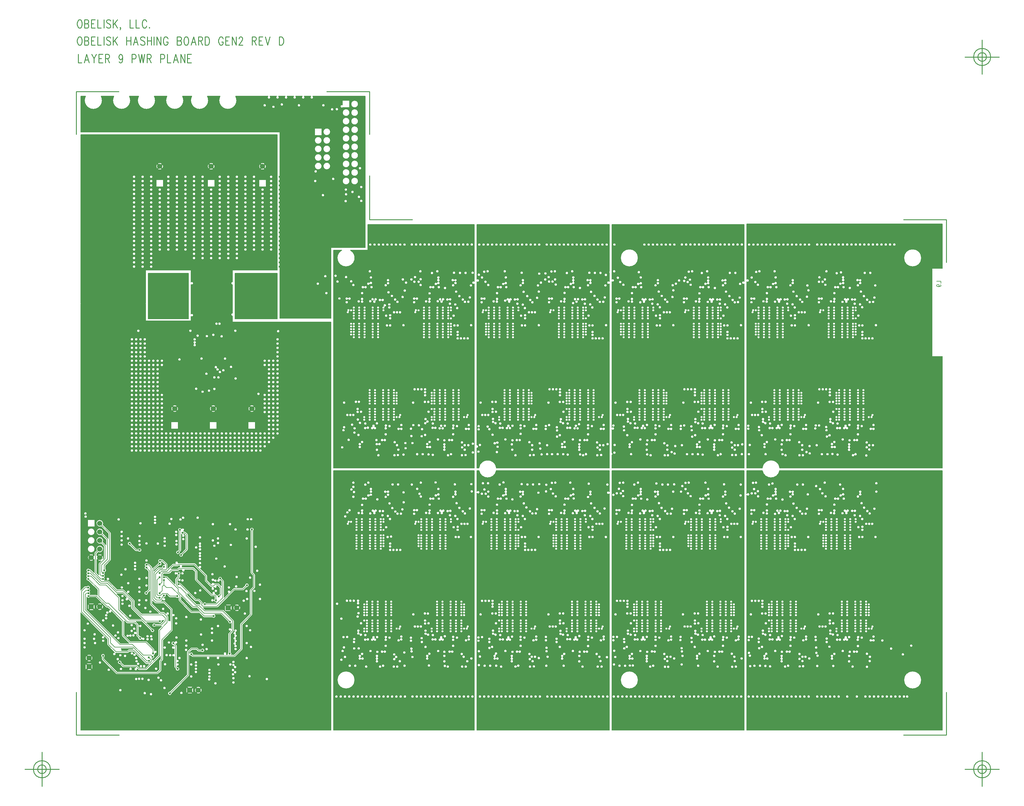
<source format=gbr>
*
*
G04 PADS 9.2 Build Number: 414666 generated Gerber (RS-274-X) file*
G04 PC Version=2.1*
*
%IN "SC1B_REVD_ARC.pcb"*%
*
%MOIN*%
*
%FSLAX24Y24*%
*
*
*
*
G04 PC Standard Apertures*
*
*
G04 Thermal Relief Aperture macro.*
%AMTER*
1,1,$1,0,0*
1,0,$1-$2,0,0*
21,0,$3,$4,0,0,45*
21,0,$3,$4,0,0,135*
%
*
*
G04 Annular Aperture macro.*
%AMANN*
1,1,$1,0,0*
1,0,$2,0,0*
%
*
*
G04 Odd Aperture macro.*
%AMODD*
1,1,$1,0,0*
1,0,$1-0.005,0,0*
%
*
*
G04 PC Custom Aperture Macros*
*
*
*
*
*
*
G04 PC Aperture Table*
*
%ADD010C,0.001*%
%ADD013R,0.06X0.06*%
%ADD014C,0.06*%
%ADD028C,0.01*%
%ADD031C,0.015*%
%ADD032C,0.005*%
%ADD040C,0.024*%
%ADD063C,0.008*%
%ADD302C,0.105*%
*
*
*
*
G04 PC Circuitry*
G04 Layer Name SC1B_REVD_ARC.pcb - circuitry*
%LPD*%
*
*
G04 PC Custom Flashes*
G04 Layer Name SC1B_REVD_ARC.pcb - flashes*
%LPD*%
*
*
G04 PC Circuitry*
G04 Layer Name SC1B_REVD_ARC.pcb - circuitry*
%LPD*%
*
G54D10*
G54D13*
G01X33250Y25250D03*
X21500Y28000D03*
X21750Y35000D03*
X37750Y34875D03*
G54D14*
X22750Y44750D03*
Y43750D03*
Y42750D03*
Y41750D03*
X21750Y40750D03*
X22750D03*
X29750Y86468D03*
X31500Y58155D03*
X41750Y86468D03*
X40500Y58155D03*
X36000D03*
X35750Y86468D03*
X34250Y25250D03*
X21500Y29000D03*
X22750Y35000D03*
X38750Y34875D03*
G54D28*
X20324Y101614D02*
X20256Y101567D01*
X20256D02*
X20188Y101473D01*
X20188D02*
X20154Y101380D01*
X20120Y101239*
Y101005*
X20154Y100864*
X20188Y100770*
X20188D02*
X20256Y100676D01*
X20256D02*
X20324Y100630D01*
X20324D02*
X20460D01*
X20460D02*
X20529Y100676D01*
X20529D02*
X20597Y100770D01*
X20597D02*
X20631Y100864D01*
X20665Y101005*
Y101239*
X20631Y101380*
X20597Y101473*
X20597D02*
X20529Y101567D01*
X20529D02*
X20460Y101614D01*
X20460D02*
X20324D01*
X20972D02*
Y100630D01*
Y101614D02*
X21279D01*
X21381Y101567*
X21381D02*
X21415Y101520D01*
X21415D02*
X21449Y101426D01*
X21449D02*
Y101333D01*
X21449D02*
X21415Y101239D01*
X21381Y101192*
X21381D02*
X21279Y101145D01*
X20972D02*
X21279D01*
X21279D02*
X21381Y101098D01*
X21381D02*
X21415Y101051D01*
X21415D02*
X21449Y100958D01*
X21449D02*
Y100817D01*
X21449D02*
X21415Y100723D01*
X21415D02*
X21381Y100676D01*
X21381D02*
X21279Y100630D01*
X20972*
X21756Y101614D02*
Y100630D01*
Y101614D02*
X22199D01*
X21756Y101145D02*
X22029D01*
X21756Y100630D02*
X22199D01*
X22506Y101614D02*
Y100630D01*
X22915*
X23222Y101614D02*
Y100630D01*
X24006Y101473D02*
X23938Y101567D01*
X23938D02*
X23835Y101614D01*
X23835D02*
X23699D01*
X23699D02*
X23597Y101567D01*
X23597D02*
X23529Y101473D01*
X23529D02*
Y101380D01*
X23563Y101286*
X23597Y101239*
X23665Y101192*
X23665D02*
X23870Y101098D01*
X23870D02*
X23938Y101051D01*
X23938D02*
X23972Y101005D01*
X24006Y100911*
Y100770*
X24006D02*
X23938Y100676D01*
X23938D02*
X23835Y100630D01*
X23835D02*
X23699D01*
X23699D02*
X23597Y100676D01*
X23597D02*
X23529Y100770D01*
X24313Y101614D02*
Y100630D01*
X24790Y101614D02*
X24313Y100958D01*
X24483Y101192D02*
X24790Y100630D01*
X25881Y101614D02*
Y100630D01*
X26358Y101614D02*
Y100630D01*
X25881Y101145D02*
X26358D01*
X26938Y101614D02*
X26665Y100630D01*
X26938Y101614D02*
X27210Y100630D01*
X26767Y100958D02*
X27108D01*
X27995Y101473D02*
X27926Y101567D01*
X27926D02*
X27824Y101614D01*
X27824D02*
X27688D01*
X27585Y101567*
X27585D02*
X27517Y101473D01*
X27517D02*
Y101380D01*
X27517D02*
X27551Y101286D01*
X27551D02*
X27585Y101239D01*
X27585D02*
X27654Y101192D01*
X27654D02*
X27858Y101098D01*
X27858D02*
X27926Y101051D01*
X27926D02*
X27960Y101005D01*
X27960D02*
X27995Y100911D01*
Y100770*
X27995D02*
X27926Y100676D01*
X27926D02*
X27824Y100630D01*
X27824D02*
X27688D01*
X27585Y100676*
X27585D02*
X27517Y100770D01*
X28301Y101614D02*
Y100630D01*
X28779Y101614D02*
Y100630D01*
X28301Y101145D02*
X28779D01*
X29085Y101614D02*
Y100630D01*
X29392Y101614D02*
Y100630D01*
Y101614D02*
X29870Y100630D01*
Y101614D02*
Y100630D01*
X30688Y101380D02*
X30654Y101473D01*
X30654D02*
X30585Y101567D01*
X30585D02*
X30517Y101614D01*
X30517D02*
X30381D01*
X30313Y101567*
X30313D02*
X30245Y101473D01*
X30245D02*
X30210Y101380D01*
X30210D02*
X30176Y101239D01*
X30176D02*
Y101005D01*
X30176D02*
X30210Y100864D01*
X30210D02*
X30245Y100770D01*
X30245D02*
X30313Y100676D01*
X30313D02*
X30381Y100630D01*
X30517*
X30517D02*
X30585Y100676D01*
X30585D02*
X30654Y100770D01*
X30654D02*
X30688Y100864D01*
Y101005*
X30517D02*
X30688D01*
X31779Y101614D02*
Y100630D01*
Y101614D02*
X32085D01*
X32085D02*
X32188Y101567D01*
X32188D02*
X32222Y101520D01*
X32222D02*
X32256Y101426D01*
X32256D02*
Y101333D01*
X32222Y101239*
X32188Y101192*
X32188D02*
X32085Y101145D01*
X31779D02*
X32085D01*
X32085D02*
X32188Y101098D01*
X32188D02*
X32222Y101051D01*
X32222D02*
X32256Y100958D01*
Y100817*
X32256D02*
X32222Y100723D01*
X32222D02*
X32188Y100676D01*
X32188D02*
X32085Y100630D01*
X32085D02*
X31779D01*
X32767Y101614D02*
X32699Y101567D01*
X32699D02*
X32631Y101473D01*
X32631D02*
X32597Y101380D01*
X32563Y101239*
Y101005*
X32597Y100864*
X32631Y100770*
X32631D02*
X32699Y100676D01*
X32699D02*
X32767Y100630D01*
X32767D02*
X32904D01*
X32972Y100676*
X32972D02*
X33040Y100770D01*
X33040D02*
X33074Y100864D01*
X33074D02*
X33108Y101005D01*
X33108D02*
Y101239D01*
X33108D02*
X33074Y101380D01*
X33074D02*
X33040Y101473D01*
X33040D02*
X32972Y101567D01*
X32972D02*
X32904Y101614D01*
X32767*
X33688D02*
X33415Y100630D01*
X33688Y101614D02*
X33960Y100630D01*
X33517Y100958D02*
X33858D01*
X34267Y101614D02*
Y100630D01*
Y101614D02*
X34574D01*
X34574D02*
X34676Y101567D01*
X34676D02*
X34710Y101520D01*
X34710D02*
X34745Y101426D01*
X34745D02*
Y101333D01*
X34710Y101239*
X34710D02*
X34676Y101192D01*
X34676D02*
X34574Y101145D01*
X34574D02*
X34267D01*
X34506D02*
X34745Y100630D01*
X35051Y101614D02*
Y100630D01*
Y101614D02*
X35290D01*
X35392Y101567*
X35392D02*
X35460Y101473D01*
X35460D02*
X35495Y101380D01*
X35529Y101239*
Y101005*
X35495Y100864*
X35460Y100770*
X35460D02*
X35392Y100676D01*
X35392D02*
X35290Y100630D01*
X35051*
X37131Y101380D02*
X37097Y101473D01*
X37097D02*
X37029Y101567D01*
X37029D02*
X36960Y101614D01*
X36960D02*
X36824D01*
X36824D02*
X36756Y101567D01*
X36756D02*
X36688Y101473D01*
X36688D02*
X36654Y101380D01*
X36620Y101239*
Y101005*
X36654Y100864*
X36688Y100770*
X36688D02*
X36756Y100676D01*
X36756D02*
X36824Y100630D01*
X36824D02*
X36960D01*
X36960D02*
X37029Y100676D01*
X37029D02*
X37097Y100770D01*
X37097D02*
X37131Y100864D01*
Y101005*
X36960D02*
X37131D01*
X37438Y101614D02*
Y100630D01*
Y101614D02*
X37881D01*
X37438Y101145D02*
X37710D01*
X37438Y100630D02*
X37881D01*
X38188Y101614D02*
Y100630D01*
Y101614D02*
X38665Y100630D01*
Y101614D02*
Y100630D01*
X39006Y101380D02*
Y101426D01*
X39006D02*
X39040Y101520D01*
X39040D02*
X39074Y101567D01*
X39074D02*
X39142Y101614D01*
X39142D02*
X39279D01*
X39347Y101567*
X39347D02*
X39381Y101520D01*
X39381D02*
X39415Y101426D01*
X39415D02*
Y101333D01*
X39381Y101239*
X39313Y101098*
X39313D02*
X38972Y100630D01*
X39449*
X40540Y101614D02*
Y100630D01*
Y101614D02*
X40847D01*
X40949Y101567*
X40949D02*
X40983Y101520D01*
X40983D02*
X41017Y101426D01*
X41017D02*
Y101333D01*
X41017D02*
X40983Y101239D01*
X40983D02*
X40949Y101192D01*
X40949D02*
X40847Y101145D01*
X40847D02*
X40540D01*
X40779D02*
X41017Y100630D01*
X41324Y101614D02*
Y100630D01*
Y101614D02*
X41767D01*
X41324Y101145D02*
X41597D01*
X41324Y100630D02*
X41767D01*
X42074Y101614D02*
X42347Y100630D01*
X42620Y101614D02*
X42347Y100630D01*
X43710Y101614D02*
Y100630D01*
Y101614D02*
X43949D01*
X43949D02*
X44051Y101567D01*
X44051D02*
X44120Y101473D01*
X44120D02*
X44154Y101380D01*
X44188Y101239*
Y101005*
X44154Y100864*
X44120Y100770*
X44120D02*
X44051Y100676D01*
X44051D02*
X43949Y100630D01*
X43949D02*
X43710D01*
X20324Y103614D02*
X20256Y103567D01*
X20256D02*
X20188Y103473D01*
X20188D02*
X20154Y103380D01*
X20120Y103239*
Y103005*
X20154Y102864*
X20188Y102770*
X20188D02*
X20256Y102676D01*
X20256D02*
X20324Y102630D01*
X20324D02*
X20460D01*
X20460D02*
X20529Y102676D01*
X20529D02*
X20597Y102770D01*
X20597D02*
X20631Y102864D01*
X20665Y103005*
Y103239*
X20631Y103380*
X20597Y103473*
X20597D02*
X20529Y103567D01*
X20529D02*
X20460Y103614D01*
X20460D02*
X20324D01*
X20972D02*
Y102630D01*
Y103614D02*
X21279D01*
X21381Y103567*
X21381D02*
X21415Y103520D01*
X21415D02*
X21449Y103426D01*
X21449D02*
Y103333D01*
X21449D02*
X21415Y103239D01*
X21381Y103192*
X21381D02*
X21279Y103145D01*
X20972D02*
X21279D01*
X21279D02*
X21381Y103098D01*
X21381D02*
X21415Y103051D01*
X21415D02*
X21449Y102958D01*
X21449D02*
Y102817D01*
X21449D02*
X21415Y102723D01*
X21415D02*
X21381Y102676D01*
X21381D02*
X21279Y102630D01*
X20972*
X21756Y103614D02*
Y102630D01*
Y103614D02*
X22199D01*
X21756Y103145D02*
X22029D01*
X21756Y102630D02*
X22199D01*
X22506Y103614D02*
Y102630D01*
X22915*
X23222Y103614D02*
Y102630D01*
X24006Y103473D02*
X23938Y103567D01*
X23938D02*
X23835Y103614D01*
X23835D02*
X23699D01*
X23699D02*
X23597Y103567D01*
X23597D02*
X23529Y103473D01*
X23529D02*
Y103380D01*
X23563Y103286*
X23597Y103239*
X23665Y103192*
X23665D02*
X23870Y103098D01*
X23870D02*
X23938Y103051D01*
X23938D02*
X23972Y103005D01*
X24006Y102911*
Y102770*
X24006D02*
X23938Y102676D01*
X23938D02*
X23835Y102630D01*
X23835D02*
X23699D01*
X23699D02*
X23597Y102676D01*
X23597D02*
X23529Y102770D01*
X24313Y103614D02*
Y102630D01*
X24790Y103614D02*
X24313Y102958D01*
X24483Y103192D02*
X24790Y102630D01*
X25165Y102676D02*
X25131Y102630D01*
X25097Y102676*
X25097D02*
X25131Y102723D01*
X25131D02*
X25165Y102676D01*
X25165D02*
Y102583D01*
X25131Y102489*
X25097Y102442*
X26256Y103614D02*
Y102630D01*
X26665*
X26972Y103614D02*
Y102630D01*
X27381*
X28199Y103380D02*
X28165Y103473D01*
X28165D02*
X28097Y103567D01*
X28097D02*
X28029Y103614D01*
X27892*
X27892D02*
X27824Y103567D01*
X27824D02*
X27756Y103473D01*
X27756D02*
X27722Y103380D01*
X27688Y103239*
Y103005*
X27722Y102864*
X27756Y102770*
X27756D02*
X27824Y102676D01*
X27824D02*
X27892Y102630D01*
X27892D02*
X28029D01*
X28097Y102676*
X28097D02*
X28165Y102770D01*
X28165D02*
X28199Y102864D01*
X28540Y102723D02*
X28506Y102676D01*
X28506D02*
X28540Y102630D01*
X28574Y102676*
X28574D02*
X28540Y102723D01*
X20230Y99559D02*
Y98575D01*
X20639*
X21218Y99559D02*
X20945Y98575D01*
X21218Y99559D02*
X21491Y98575D01*
X21048Y98903D02*
X21389D01*
X21798Y99559D02*
X22070Y99090D01*
X22070D02*
Y98575D01*
X22343Y99559D02*
X22070Y99090D01*
X22650Y99559D02*
Y98575D01*
Y99559D02*
X23093D01*
X22650Y99090D02*
X22923D01*
X22650Y98575D02*
X23093D01*
X23400Y99559D02*
Y98575D01*
Y99559D02*
X23707D01*
X23809Y99512*
X23809D02*
X23843Y99465D01*
X23843D02*
X23877Y99371D01*
X23877D02*
Y99278D01*
X23877D02*
X23843Y99184D01*
X23843D02*
X23809Y99137D01*
X23809D02*
X23707Y99090D01*
X23707D02*
X23400D01*
X23639D02*
X23877Y98575D01*
X25411Y99231D02*
X25377Y99090D01*
X25377D02*
X25309Y98996D01*
X25309D02*
X25207Y98950D01*
X25173*
X25070Y98996*
X25070D02*
X25002Y99090D01*
X25002D02*
X24968Y99231D01*
X24968D02*
Y99278D01*
X24968D02*
X25002Y99418D01*
X25002D02*
X25070Y99512D01*
X25070D02*
X25173Y99559D01*
X25207*
X25309Y99512*
X25309D02*
X25377Y99418D01*
X25377D02*
X25411Y99231D01*
X25411D02*
Y98996D01*
X25411D02*
X25377Y98762D01*
X25377D02*
X25309Y98621D01*
X25309D02*
X25207Y98575D01*
X25139*
X25036Y98621*
X25036D02*
X25002Y98715D01*
X26502Y99559D02*
Y98575D01*
Y99559D02*
X26809D01*
X26809D02*
X26911Y99512D01*
X26911D02*
X26945Y99465D01*
X26945D02*
X26980Y99371D01*
X26980D02*
Y99231D01*
X26945Y99137*
X26945D02*
X26911Y99090D01*
X26911D02*
X26809Y99043D01*
X26809D02*
X26502D01*
X27286Y99559D02*
X27457Y98575D01*
X27627Y99559D02*
X27457Y98575D01*
X27627Y99559D02*
X27798Y98575D01*
X27968Y99559D02*
X27798Y98575D01*
X28275Y99559D02*
Y98575D01*
Y99559D02*
X28582D01*
X28684Y99512*
X28684D02*
X28718Y99465D01*
X28718D02*
X28752Y99371D01*
X28752D02*
Y99278D01*
X28752D02*
X28718Y99184D01*
X28718D02*
X28684Y99137D01*
X28684D02*
X28582Y99090D01*
X28582D02*
X28275D01*
X28514D02*
X28752Y98575D01*
X29843Y99559D02*
Y98575D01*
Y99559D02*
X30150D01*
X30252Y99512*
X30252D02*
X30286Y99465D01*
X30286D02*
X30320Y99371D01*
X30320D02*
Y99231D01*
X30320D02*
X30286Y99137D01*
X30286D02*
X30252Y99090D01*
X30252D02*
X30150Y99043D01*
X30150D02*
X29843D01*
X30627Y99559D02*
Y98575D01*
X30627D02*
X31036D01*
X31616Y99559D02*
X31343Y98575D01*
X31616Y99559D02*
X31889Y98575D01*
X31445Y98903D02*
X31786D01*
X32195Y99559D02*
Y98575D01*
Y99559D02*
X32673Y98575D01*
Y99559D02*
Y98575D01*
X32980Y99559D02*
Y98575D01*
Y99559D02*
X33423D01*
X32980Y99090D02*
X33252D01*
X32980Y98575D02*
X33423D01*
X25000Y20000D02*
X20000D01*
Y25000*
X59250Y80236D02*
X54250D01*
Y85375*
X49242Y95200D02*
X54251D01*
Y90202*
X116570Y80236D02*
X121570D01*
Y75250*
X20000Y90193D02*
Y95200D01*
X24965*
X121570Y25000D02*
Y20000D01*
X116570*
X126750Y99250D02*
G75*
G03X126750I-1000J0D01*
G01X126250D02*
G03X126250I-500J0D01*
G01X125750Y101250D02*
Y97250D01*
X123750Y99250D02*
X127750D01*
X126750Y16000D02*
G03X126750I-1000J0D01*
G01X126250D02*
G03X126250I-500J0D01*
G01X125750Y18000D02*
Y14000D01*
X123750Y16000D02*
X127750D01*
X17000D02*
G03X17000I-1000J0D01*
G01X16500D02*
G03X16500I-500J0D01*
G01X16000Y18000D02*
Y14000D01*
X14000Y16000D02*
X18000D01*
G54D31*
X22131Y35381D02*
X21962Y35212D01*
X22131Y34618D02*
X21962Y34787D01*
X21368Y34618D02*
X21537Y34787D01*
X21368Y35381D02*
X21537Y35212D01*
X23043Y35293D02*
X22962Y35212D01*
X22456Y35293D02*
X22537Y35212D01*
X22456Y34706D02*
X22537Y34787D01*
X23043Y34706D02*
X22962Y34787D01*
X21118Y28381D02*
X21287Y28212D01*
X21881Y28381D02*
X21712Y28212D01*
X21881Y27618D02*
X21712Y27787D01*
X21118Y27618D02*
X21287Y27787D01*
X21206Y29293D02*
X21287Y29212D01*
X21206Y28706D02*
X21287Y28787D01*
X21793Y28706D02*
X21712Y28787D01*
X21793Y29293D02*
X21712Y29212D01*
X33631Y25631D02*
X33462Y25462D01*
X33631Y24868D02*
X33462Y25037D01*
X32868Y24868D02*
X33037Y25037D01*
X32868Y25631D02*
X33037Y25462D01*
X34543Y25543D02*
X34462Y25462D01*
X33956Y25543D02*
X34037Y25462D01*
X33956Y24956D02*
X34037Y25037D01*
X34543Y24956D02*
X34462Y25037D01*
X22043Y40456D02*
X21962Y40537D01*
X22043Y41043D02*
X21962Y40962D01*
X21456Y41043D02*
X21537Y40962D01*
X21456Y40456D02*
X21537Y40537D01*
X23043Y41043D02*
X22962Y40962D01*
X22456Y41043D02*
X22537Y40962D01*
X22456Y40456D02*
X22537Y40537D01*
X39043Y35168D02*
X38962Y35087D01*
X38456Y35168D02*
X38537Y35087D01*
X38456Y34581D02*
X38537Y34662D01*
X39043Y34581D02*
X38962Y34662D01*
X35456Y86761D02*
X35537Y86680D01*
X35456Y86175D02*
X35537Y86256D01*
X36043Y86175D02*
X35962Y86256D01*
X36043Y86761D02*
X35962Y86680D01*
X35706Y58448D02*
X35787Y58367D01*
X35706Y57862D02*
X35787Y57943D01*
X36293Y57862D02*
X36212Y57943D01*
X36293Y58448D02*
X36212Y58367D01*
X40206Y58448D02*
X40287Y58367D01*
X40206Y57862D02*
X40287Y57943D01*
X40793Y57862D02*
X40712Y57943D01*
X40793Y58448D02*
X40712Y58367D01*
X41456Y86761D02*
X41537Y86680D01*
X41456Y86175D02*
X41537Y86256D01*
X42043Y86175D02*
X41962Y86256D01*
X42043Y86761D02*
X41962Y86680D01*
X31206Y58448D02*
X31287Y58367D01*
X31206Y57862D02*
X31287Y57943D01*
X31793Y57862D02*
X31712Y57943D01*
X31793Y58448D02*
X31712Y58367D01*
X29456Y86761D02*
X29537Y86680D01*
X29456Y86175D02*
X29537Y86256D01*
X30043Y86175D02*
X29962Y86256D01*
X30043Y86761D02*
X29962Y86680D01*
X38131Y35256D02*
X37962Y35087D01*
X38131Y34493D02*
X37962Y34662D01*
X37368Y35256D02*
X37537Y35087D01*
G54D32*
X66425Y24500D02*
G03X66425I-175J0D01*
G01X66300Y28950D02*
G03X66300I-175J0D01*
G01X65925Y24500D02*
G03X65925I-175J0D01*
G01X65425D02*
G03X65425I-175J0D01*
G01X65650Y28000D02*
G03X65650I-175J0D01*
G01X65825Y28625D02*
G03X65825I-175J0D01*
G01X64925Y24500D02*
G03X64925I-175J0D01*
G01X65225Y28000D02*
G03X65225I-175J0D01*
G01X65400Y29150D02*
G03X65400I-175J0D01*
G01X66250Y43150D02*
G03X66250I-175J0D01*
G01X65175Y29475D02*
G03X65175I-175J0D01*
G01X65430Y32440D02*
G03X65430I-154J0D01*
G01Y34015D02*
G03X65430I-154J0D01*
G01Y34330D02*
G03X65430I-154J0D01*
G01Y34645D02*
G03X65430I-154J0D01*
G01Y34960D02*
G03X65430I-154J0D01*
G01Y35275D02*
G03X65430I-154J0D01*
G01X65115Y32126D02*
G03X65115I-154J0D01*
G01Y32440D02*
G03X65115I-154J0D01*
G01Y32755D02*
G03X65115I-154J0D01*
G01Y33070D02*
G03X65115I-154J0D01*
G01Y33385D02*
G03X65115I-154J0D01*
G01Y34015D02*
G03X65115I-154J0D01*
G01Y34330D02*
G03X65115I-154J0D01*
G01Y34645D02*
G03X65115I-154J0D01*
G01Y34960D02*
G03X65115I-154J0D01*
G01Y35275D02*
G03X65115I-154J0D01*
G01Y35590D02*
G03X65115I-154J0D01*
G01X64425Y24500D02*
G03X64425I-175J0D01*
G01X64624Y31387D02*
G03X64624I-175J0D01*
G01X64485Y32126D02*
G03X64485I-154J0D01*
G01Y32440D02*
G03X64485I-154J0D01*
G01Y32755D02*
G03X64485I-154J0D01*
G01Y33070D02*
G03X64485I-154J0D01*
G01Y33385D02*
G03X64485I-154J0D01*
G01Y34015D02*
G03X64485I-154J0D01*
G01Y34330D02*
G03X64485I-154J0D01*
G01Y34645D02*
G03X64485I-154J0D01*
G01Y34960D02*
G03X64485I-154J0D01*
G01Y35275D02*
G03X64485I-154J0D01*
G01Y35590D02*
G03X64485I-154J0D01*
G01X63925Y24500D02*
G03X63925I-175J0D01*
G01X63425D02*
G03X63425I-175J0D01*
G01X63550Y28000D02*
G03X63550I-175J0D01*
G01X64175Y30425D02*
G03X64175I-175J0D01*
G01X66125Y46475D02*
G03X66125I-175J0D01*
G01X66350Y48475D02*
G03X66350I-175J0D01*
G01X66300Y49325D02*
G03X66300I-175J0D01*
G01X65550Y45900D02*
G03X65550I-175J0D01*
G01X65300Y46150D02*
G03X65300I-175J0D01*
G01X64675Y45250D02*
G03X64675I-175J0D01*
G01X64900Y46550D02*
G03X64900I-175J0D01*
G01X64230Y44291D02*
G03X64230I-174J0D01*
G01X64427Y45609D02*
G03X64427I-175J0D01*
G01X64575Y47100D02*
G03X64575I-175J0D01*
G01X63855Y32126D02*
G03X63855I-154J0D01*
G01Y32440D02*
G03X63855I-154J0D01*
G01Y32755D02*
G03X63855I-154J0D01*
G01Y33070D02*
G03X63855I-154J0D01*
G01Y33385D02*
G03X63855I-154J0D01*
G01Y34015D02*
G03X63855I-154J0D01*
G01Y34330D02*
G03X63855I-154J0D01*
G01Y34645D02*
G03X63855I-154J0D01*
G01Y34960D02*
G03X63855I-154J0D01*
G01Y35275D02*
G03X63855I-154J0D01*
G01Y35590D02*
G03X63855I-154J0D01*
G01X63895Y44921D02*
G03X63895I-154J0D01*
G01Y45236D02*
G03X63895I-154J0D01*
G01X63799Y45687D02*
G03X63799I-175J0D01*
G01X62925Y24500D02*
G03X62925I-175J0D01*
G01X63200Y28075D02*
G03X63200I-175J0D01*
G01X63149Y28612D02*
G03X63149I-175J0D01*
G01X63150Y29250D02*
G03X63150I-175J0D01*
G01Y29725D02*
G03X63150I-175J0D01*
G01X62425Y24500D02*
G03X62425I-175J0D01*
G01Y29825D02*
G03X62425I-175J0D01*
G01X63200Y31550D02*
G03X63200I-175J0D01*
G01X63265Y41771D02*
G03X63265I-154J0D01*
G01Y42086D02*
G03X63265I-154J0D01*
G01Y42401D02*
G03X63265I-154J0D01*
G01Y42716D02*
G03X63265I-154J0D01*
G01Y43031D02*
G03X63265I-154J0D01*
G01Y43346D02*
G03X63265I-154J0D01*
G01Y43976D02*
G03X63265I-154J0D01*
G01Y44291D02*
G03X63265I-154J0D01*
G01Y44606D02*
G03X63265I-154J0D01*
G01Y44921D02*
G03X63265I-154J0D01*
G01Y45236D02*
G03X63265I-154J0D01*
G01X64174Y47837D02*
G03X64174I-175J0D01*
G01X64375Y49300D02*
G03X64375I-175J0D01*
G01X62910Y32126D02*
G03X62910I-154J0D01*
G01Y32440D02*
G03X62910I-154J0D01*
G01Y32755D02*
G03X62910I-154J0D01*
G01Y33070D02*
G03X62910I-154J0D01*
G01Y33385D02*
G03X62910I-154J0D01*
G01Y34015D02*
G03X62910I-154J0D01*
G01Y34330D02*
G03X62910I-154J0D01*
G01Y34645D02*
G03X62910I-154J0D01*
G01Y34960D02*
G03X62910I-154J0D01*
G01Y35275D02*
G03X62910I-154J0D01*
G01Y35590D02*
G03X62910I-154J0D01*
G01X62635Y41771D02*
G03X62635I-154J0D01*
G01Y42086D02*
G03X62635I-154J0D01*
G01Y42401D02*
G03X62635I-154J0D01*
G01Y42716D02*
G03X62635I-154J0D01*
G01Y43031D02*
G03X62635I-154J0D01*
G01Y43346D02*
G03X62635I-154J0D01*
G01Y43976D02*
G03X62635I-154J0D01*
G01Y44291D02*
G03X62635I-154J0D01*
G01Y44606D02*
G03X62635I-154J0D01*
G01Y44921D02*
G03X62635I-154J0D01*
G01Y45236D02*
G03X62635I-154J0D01*
G01X62500Y47625D02*
G03X62500I-175J0D01*
G01X61799Y31687D02*
G03X61799I-175J0D01*
G01X61350Y28125D02*
G03X61350I-175J0D01*
G01X60925Y24500D02*
G03X60925I-175J0D01*
G01X61400Y29500D02*
G03X61400I-175J0D01*
G01X61651Y32126D02*
G03X61651I-154J0D01*
G01Y32440D02*
G03X61651I-154J0D01*
G01X61690Y41771D02*
G03X61690I-154J0D01*
G01Y42086D02*
G03X61690I-154J0D01*
G01Y42401D02*
G03X61690I-154J0D01*
G01Y42716D02*
G03X61690I-154J0D01*
G01Y43031D02*
G03X61690I-154J0D01*
G01Y43346D02*
G03X61690I-154J0D01*
G01Y43976D02*
G03X61690I-154J0D01*
G01Y44291D02*
G03X61690I-154J0D01*
G01Y44606D02*
G03X61690I-154J0D01*
G01Y44921D02*
G03X61690I-154J0D01*
G01Y45236D02*
G03X61690I-154J0D01*
G01X60950Y30300D02*
G03X60950I-175J0D01*
G01X61299Y33062D02*
G03X61299I-175J0D01*
G01X61225Y34200D02*
G03X61225I-175J0D01*
G01X60425Y24500D02*
G03X60425I-175J0D01*
G01X60525Y30875D02*
G03X60525I-175J0D01*
G01X60874Y34212D02*
G03X60874I-175J0D01*
G01X61060Y41771D02*
G03X61060I-154J0D01*
G01Y42086D02*
G03X61060I-154J0D01*
G01Y42401D02*
G03X61060I-154J0D01*
G01Y42716D02*
G03X61060I-154J0D01*
G01Y43031D02*
G03X61060I-154J0D01*
G01Y43346D02*
G03X61060I-154J0D01*
G01Y43976D02*
G03X61060I-154J0D01*
G01Y44291D02*
G03X61060I-154J0D01*
G01Y44606D02*
G03X61060I-154J0D01*
G01Y44921D02*
G03X61060I-154J0D01*
G01Y45236D02*
G03X61060I-154J0D01*
G01X61425Y46925D02*
G03X61425I-175J0D01*
G01X62449Y48762D02*
G03X62449I-175J0D01*
G01X62125Y49525D02*
G03X62125I-175J0D01*
G01X61024Y45962D02*
G03X61024I-175J0D01*
G01X60500Y31325D02*
G03X60500I-175J0D01*
G01X59925Y24500D02*
G03X59925I-175J0D01*
G01X59425D02*
G03X59425I-175J0D01*
G01Y29125D02*
G03X59425I-175J0D01*
G01X60430Y41771D02*
G03X60430I-154J0D01*
G01Y42086D02*
G03X60430I-154J0D01*
G01Y42401D02*
G03X60430I-154J0D01*
G01Y42716D02*
G03X60430I-154J0D01*
G01Y43031D02*
G03X60430I-154J0D01*
G01Y43346D02*
G03X60430I-154J0D01*
G01Y43976D02*
G03X60430I-154J0D01*
G01Y44291D02*
G03X60430I-154J0D01*
G01Y44606D02*
G03X60430I-154J0D01*
G01Y44921D02*
G03X60430I-154J0D01*
G01Y45236D02*
G03X60430I-154J0D01*
G01X60115Y42086D02*
G03X60115I-154J0D01*
G01Y42401D02*
G03X60115I-154J0D01*
G01Y42716D02*
G03X60115I-154J0D01*
G01Y43031D02*
G03X60115I-154J0D01*
G01Y43346D02*
G03X60115I-154J0D01*
G01Y44921D02*
G03X60115I-154J0D01*
G01X60400Y47875D02*
G03X60400I-175J0D01*
G01X59525Y34100D02*
G03X59525I-175J0D01*
G01X59624Y45862D02*
G03X59624I-175J0D01*
G01X60250Y48200D02*
G03X60250I-175J0D01*
G01X60400Y49500D02*
G03X60400I-175J0D01*
G01X59975Y48775D02*
G03X59975I-175J0D01*
G01X59350Y49275D02*
G03X59350I-175J0D01*
G01X58550Y24500D02*
G03X58550I-175J0D01*
G01X58500Y28100D02*
G03X58500I-175J0D01*
G01X58475Y29650D02*
G03X58475I-175J0D01*
G01X58050Y24500D02*
G03X58050I-175J0D01*
G01X57550D02*
G03X57550I-175J0D01*
G01X57650Y28000D02*
G03X57650I-175J0D01*
G01X57950Y28625D02*
G03X57950I-175J0D01*
G01X57050Y24500D02*
G03X57050I-175J0D01*
G01X57250Y28000D02*
G03X57250I-175J0D01*
G01X58000Y41637D02*
G03X58000I-175J0D01*
G01X58075Y45875D02*
G03X58075I-175J0D01*
G01X58250Y46375D02*
G03X58250I-175J0D01*
G01X58400Y47200D02*
G03X58400I-175J0D01*
G01X58387Y48362D02*
G03X58387I-174J0D01*
G01X57300Y29425D02*
G03X57300I-175J0D01*
G01X57556Y32440D02*
G03X57556I-154J0D01*
G01X57600Y41637D02*
G03X57600I-175J0D01*
G01X57675Y45875D02*
G03X57675I-175J0D01*
G01X56550Y24500D02*
G03X56550I-175J0D01*
G01X56750Y31387D02*
G03X56750I-175J0D01*
G01X56926Y32126D02*
G03X56926I-154J0D01*
G01Y32440D02*
G03X56926I-154J0D01*
G01Y32755D02*
G03X56926I-154J0D01*
G01Y33070D02*
G03X56926I-154J0D01*
G01Y33385D02*
G03X56926I-154J0D01*
G01Y34015D02*
G03X56926I-154J0D01*
G01Y34330D02*
G03X56926I-154J0D01*
G01Y34645D02*
G03X56926I-154J0D01*
G01Y34960D02*
G03X56926I-154J0D01*
G01Y35275D02*
G03X56926I-154J0D01*
G01Y35590D02*
G03X56926I-154J0D01*
G01X57200Y41637D02*
G03X57200I-175J0D01*
G01X57425Y46125D02*
G03X57425I-175J0D01*
G01X57750Y49287D02*
G03X57750I-175J0D01*
G01X56825Y41637D02*
G03X56825I-175J0D01*
G01X56925Y43200D02*
G03X56925I-175J0D01*
G01X56050Y24500D02*
G03X56050I-175J0D01*
G01X55550D02*
G03X55550I-175J0D01*
G01X55650Y28000D02*
G03X55650I-175J0D01*
G01X56000Y28100D02*
G03X56000I-175J0D01*
G01X56300Y30425D02*
G03X56300I-175J0D01*
G01X56296Y32126D02*
G03X56296I-154J0D01*
G01Y32440D02*
G03X56296I-154J0D01*
G01Y32755D02*
G03X56296I-154J0D01*
G01Y33070D02*
G03X56296I-154J0D01*
G01Y33385D02*
G03X56296I-154J0D01*
G01Y34015D02*
G03X56296I-154J0D01*
G01Y34330D02*
G03X56296I-154J0D01*
G01Y34645D02*
G03X56296I-154J0D01*
G01Y34960D02*
G03X56296I-154J0D01*
G01Y35275D02*
G03X56296I-154J0D01*
G01Y35590D02*
G03X56296I-154J0D01*
G01X56525Y43150D02*
G03X56525I-175J0D01*
G01X56800Y45250D02*
G03X56800I-175J0D01*
G01X57075Y46525D02*
G03X57075I-175J0D01*
G01X56021Y42086D02*
G03X56021I-154J0D01*
G01Y42401D02*
G03X56021I-154J0D01*
G01Y42716D02*
G03X56021I-154J0D01*
G01Y43031D02*
G03X56021I-154J0D01*
G01Y43346D02*
G03X56021I-154J0D01*
G01Y43976D02*
G03X56021I-154J0D01*
G01X56356Y44291D02*
G03X56356I-174J0D01*
G01X56553Y45609D02*
G03X56553I-175J0D01*
G01X56750Y47075D02*
G03X56750I-175J0D01*
G01X57100Y49287D02*
G03X57100I-175J0D01*
G01X56021Y44921D02*
G03X56021I-154J0D01*
G01Y45236D02*
G03X56021I-154J0D01*
G01X55706Y41771D02*
G03X55706I-154J0D01*
G01Y42086D02*
G03X55706I-154J0D01*
G01Y42401D02*
G03X55706I-154J0D01*
G01Y42716D02*
G03X55706I-154J0D01*
G01Y43031D02*
G03X55706I-154J0D01*
G01Y43346D02*
G03X55706I-154J0D01*
G01Y43976D02*
G03X55706I-154J0D01*
G01Y44291D02*
G03X55706I-154J0D01*
G01Y44606D02*
G03X55706I-154J0D01*
G01Y44921D02*
G03X55706I-154J0D01*
G01Y45236D02*
G03X55706I-154J0D01*
G01X55925Y45687D02*
G03X55925I-175J0D01*
G01X55050Y24500D02*
G03X55050I-175J0D01*
G01X55325Y29725D02*
G03X55325I-175J0D01*
G01X54550Y24500D02*
G03X54550I-175J0D01*
G01X54525Y29825D02*
G03X54525I-175J0D01*
G01X55300Y31450D02*
G03X55300I-175J0D01*
G01X55351Y32126D02*
G03X55351I-154J0D01*
G01Y32440D02*
G03X55351I-154J0D01*
G01Y32755D02*
G03X55351I-154J0D01*
G01Y33070D02*
G03X55351I-154J0D01*
G01Y33385D02*
G03X55351I-154J0D01*
G01Y34015D02*
G03X55351I-154J0D01*
G01Y34330D02*
G03X55351I-154J0D01*
G01Y34645D02*
G03X55351I-154J0D01*
G01Y34960D02*
G03X55351I-154J0D01*
G01Y35275D02*
G03X55351I-154J0D01*
G01Y35590D02*
G03X55351I-154J0D01*
G01X56300Y47837D02*
G03X56300I-175J0D01*
G01X55076Y41771D02*
G03X55076I-154J0D01*
G01Y42086D02*
G03X55076I-154J0D01*
G01Y42401D02*
G03X55076I-154J0D01*
G01Y42716D02*
G03X55076I-154J0D01*
G01Y43031D02*
G03X55076I-154J0D01*
G01Y43346D02*
G03X55076I-154J0D01*
G01Y43976D02*
G03X55076I-154J0D01*
G01Y44291D02*
G03X55076I-154J0D01*
G01Y44606D02*
G03X55076I-154J0D01*
G01Y44921D02*
G03X55076I-154J0D01*
G01Y45236D02*
G03X55076I-154J0D01*
G01X54721Y32126D02*
G03X54721I-154J0D01*
G01Y32440D02*
G03X54721I-154J0D01*
G01Y32755D02*
G03X54721I-154J0D01*
G01Y33070D02*
G03X54721I-154J0D01*
G01Y33385D02*
G03X54721I-154J0D01*
G01Y34015D02*
G03X54721I-154J0D01*
G01Y34330D02*
G03X54721I-154J0D01*
G01Y34645D02*
G03X54721I-154J0D01*
G01Y34960D02*
G03X54721I-154J0D01*
G01Y35275D02*
G03X54721I-154J0D01*
G01Y35590D02*
G03X54721I-154J0D01*
G01X55325Y47550D02*
G03X55325I-175J0D01*
G01X53925Y31687D02*
G03X53925I-175J0D01*
G01X54092Y32126D02*
G03X54092I-155J0D01*
G01Y32440D02*
G03X54092I-155J0D01*
G01Y32755D02*
G03X54092I-155J0D01*
G01Y33070D02*
G03X54092I-155J0D01*
G01Y33385D02*
G03X54092I-155J0D01*
G01Y34015D02*
G03X54092I-155J0D01*
G01Y34330D02*
G03X54092I-155J0D01*
G01Y34645D02*
G03X54092I-155J0D01*
G01Y34960D02*
G03X54092I-155J0D01*
G01Y35275D02*
G03X54092I-155J0D01*
G01Y35590D02*
G03X54092I-155J0D01*
G01X53777Y32126D02*
G03X53777I-155J0D01*
G01Y32440D02*
G03X53777I-155J0D01*
G01Y33385D02*
G03X53777I-155J0D01*
G01Y34015D02*
G03X53777I-155J0D01*
G01Y34330D02*
G03X53777I-155J0D01*
G01Y34645D02*
G03X53777I-155J0D01*
G01Y34960D02*
G03X53777I-155J0D01*
G01Y35275D02*
G03X53777I-155J0D01*
G01X53150Y30125D02*
G03X53150I-175J0D01*
G01X53425Y33062D02*
G03X53425I-175J0D01*
G01X53501Y41771D02*
G03X53501I-154J0D01*
G01Y42086D02*
G03X53501I-154J0D01*
G01Y42401D02*
G03X53501I-154J0D01*
G01Y42716D02*
G03X53501I-154J0D01*
G01Y43031D02*
G03X53501I-154J0D01*
G01Y43346D02*
G03X53501I-154J0D01*
G01Y43976D02*
G03X53501I-154J0D01*
G01Y44291D02*
G03X53501I-154J0D01*
G01Y44606D02*
G03X53501I-154J0D01*
G01Y44921D02*
G03X53501I-154J0D01*
G01Y45236D02*
G03X53501I-154J0D01*
G01X53550Y46900D02*
G03X53550I-175J0D01*
G01X53925Y49262D02*
G03X53925I-175J0D01*
G01X54275Y49500D02*
G03X54275I-175J0D01*
G01X53025Y33850D02*
G03X53025I-175J0D01*
G01X53125Y34250D02*
G03X53125I-175J0D01*
G01X53075Y34950D02*
G03X53075I-175J0D01*
G01X52625Y30125D02*
G03X52625I-175J0D01*
G01X52600Y30875D02*
G03X52600I-175J0D01*
G01X52625Y31225D02*
G03X52625I-175J0D01*
G01X52575Y35700D02*
G03X52575I-175J0D01*
G01X52871Y41771D02*
G03X52871I-154J0D01*
G01Y42086D02*
G03X52871I-154J0D01*
G01Y42401D02*
G03X52871I-154J0D01*
G01Y42716D02*
G03X52871I-154J0D01*
G01Y43031D02*
G03X52871I-154J0D01*
G01Y43346D02*
G03X52871I-154J0D01*
G01Y43976D02*
G03X52871I-154J0D01*
G01Y44291D02*
G03X52871I-154J0D01*
G01Y44606D02*
G03X52871I-154J0D01*
G01Y44921D02*
G03X52871I-154J0D01*
G01Y45236D02*
G03X52871I-154J0D01*
G01X53150Y45950D02*
G03X53150I-175J0D01*
G01X52100Y28100D02*
G03X52100I-175J0D01*
G01X52175Y35700D02*
G03X52175I-175J0D01*
G01X51550Y29125D02*
G03X51550I-175J0D01*
G01X51800Y31462D02*
G03X51800I-175J0D01*
G01X51125Y28800D02*
G03X51125I-175J0D01*
G01X51275Y29825D02*
G03X51275I-175J0D01*
G01X51425Y30250D02*
G03X51425I-175J0D01*
G01X51775Y35700D02*
G03X51775I-175J0D01*
G01X52525Y47850D02*
G03X52525I-175J0D01*
G01X52600Y48400D02*
G03X52600I-175J0D01*
G01X51375Y31450D02*
G03X51375I-175J0D01*
G01X51575Y45550D02*
G03X51575I-175J0D01*
G01X51825Y46025D02*
G03X51825I-175J0D01*
G01X52075Y46275D02*
G03X52075I-175J0D01*
G01X52300Y48700D02*
G03X52300I-175J0D01*
G01X52525Y49000D02*
G03X52525I-175J0D01*
G01Y49500D02*
G03X52525I-175J0D01*
G01X51125Y33600D02*
G03X51125I-175J0D01*
G01X50625Y35350D02*
G03X50625I-175J0D01*
G01X52550Y24500D02*
G03X52550I-175J0D01*
G01X52050D02*
G03X52050I-175J0D01*
G01X51550D02*
G03X51550I-175J0D01*
G01X51050D02*
G03X51050I-175J0D01*
G01X50550D02*
G03X50550I-175J0D01*
G01X52521Y26437D02*
G03X52521I-1024J0D01*
G01X52750Y28100D02*
G03X52750I-175J0D01*
G01X54050Y24500D02*
G03X54050I-175J0D01*
G01X54025Y28000D02*
G03X54025I-175J0D01*
G01X53550Y24500D02*
G03X53550I-175J0D01*
G01X53050D02*
G03X53050I-175J0D01*
G01X53550Y29487D02*
G03X53550I-175J0D01*
G01X54446Y41771D02*
G03X54446I-154J0D01*
G01Y42086D02*
G03X54446I-154J0D01*
G01Y42401D02*
G03X54446I-154J0D01*
G01Y42716D02*
G03X54446I-154J0D01*
G01Y43031D02*
G03X54446I-154J0D01*
G01Y43346D02*
G03X54446I-154J0D01*
G01Y43976D02*
G03X54446I-154J0D01*
G01Y44291D02*
G03X54446I-154J0D01*
G01Y44606D02*
G03X54446I-154J0D01*
G01Y44921D02*
G03X54446I-154J0D01*
G01Y45236D02*
G03X54446I-154J0D01*
G01X54500Y45900D02*
G03X54500I-175J0D01*
G01X61925Y24500D02*
G03X61925I-175J0D01*
G01X61425D02*
G03X61425I-175J0D01*
G01X62281Y32126D02*
G03X62281I-155J0D01*
G01Y32440D02*
G03X62281I-155J0D01*
G01Y32755D02*
G03X62281I-155J0D01*
G01Y33070D02*
G03X62281I-155J0D01*
G01Y33385D02*
G03X62281I-155J0D01*
G01Y34015D02*
G03X62281I-155J0D01*
G01Y34330D02*
G03X62281I-155J0D01*
G01Y34645D02*
G03X62281I-155J0D01*
G01Y34960D02*
G03X62281I-155J0D01*
G01Y35275D02*
G03X62281I-155J0D01*
G01Y35590D02*
G03X62281I-155J0D01*
G01X62400Y45950D02*
G03X62400I-175J0D01*
G01X82175Y24500D02*
G03X82175I-175J0D01*
G01X82125Y29100D02*
G03X82125I-175J0D01*
G01X81675Y24500D02*
G03X81675I-175J0D01*
G01X81175D02*
G03X81175I-175J0D01*
G01X81500Y28000D02*
G03X81500I-175J0D01*
G01X81050D02*
G03X81050I-175J0D01*
G01X81375Y28650D02*
G03X81375I-175J0D01*
G01X81250Y29150D02*
G03X81250I-175J0D01*
G01X82000Y43150D02*
G03X82000I-175J0D01*
G01X80675Y24500D02*
G03X80675I-175J0D01*
G01X80925Y29475D02*
G03X80925I-175J0D01*
G01X81178Y32440D02*
G03X81178I-154J0D01*
G01Y34015D02*
G03X81178I-154J0D01*
G01Y34330D02*
G03X81178I-154J0D01*
G01Y34645D02*
G03X81178I-154J0D01*
G01Y34960D02*
G03X81178I-154J0D01*
G01Y35275D02*
G03X81178I-154J0D01*
G01X80863Y32126D02*
G03X80863I-154J0D01*
G01Y32440D02*
G03X80863I-154J0D01*
G01Y32755D02*
G03X80863I-154J0D01*
G01Y33070D02*
G03X80863I-154J0D01*
G01Y33385D02*
G03X80863I-154J0D01*
G01Y34015D02*
G03X80863I-154J0D01*
G01Y34330D02*
G03X80863I-154J0D01*
G01Y34645D02*
G03X80863I-154J0D01*
G01Y34960D02*
G03X80863I-154J0D01*
G01Y35275D02*
G03X80863I-154J0D01*
G01Y35590D02*
G03X80863I-154J0D01*
G01X81850Y46475D02*
G03X81850I-175J0D01*
G01X82175Y49275D02*
G03X82175I-175J0D01*
G01X81300Y45900D02*
G03X81300I-175J0D01*
G01X81025Y46150D02*
G03X81025I-175J0D01*
G01X80175Y24500D02*
G03X80175I-175J0D01*
G01X80372Y31387D02*
G03X80372I-175J0D01*
G01X79675Y24500D02*
G03X79675I-175J0D01*
G01X79175D02*
G03X79175I-175J0D01*
G01X79275Y28000D02*
G03X79275I-175J0D01*
G01X79925Y30400D02*
G03X79925I-175J0D01*
G01Y31125D02*
G03X79925I-175J0D01*
G01X79950Y31475D02*
G03X79950I-175J0D01*
G01X80233Y32126D02*
G03X80233I-154J0D01*
G01Y32440D02*
G03X80233I-154J0D01*
G01Y32755D02*
G03X80233I-154J0D01*
G01Y33070D02*
G03X80233I-154J0D01*
G01Y33385D02*
G03X80233I-154J0D01*
G01Y34015D02*
G03X80233I-154J0D01*
G01Y34330D02*
G03X80233I-154J0D01*
G01Y34645D02*
G03X80233I-154J0D01*
G01Y34960D02*
G03X80233I-154J0D01*
G01Y35275D02*
G03X80233I-154J0D01*
G01Y35590D02*
G03X80233I-154J0D01*
G01X80447Y43150D02*
G03X80447I-175J0D01*
G01X80425Y45250D02*
G03X80425I-175J0D01*
G01X80675Y46550D02*
G03X80675I-175J0D01*
G01X80072Y43150D02*
G03X80072I-175J0D01*
G01X79978Y44291D02*
G03X79978I-174J0D01*
G01X80175Y45609D02*
G03X80175I-175J0D01*
G01X80275Y47075D02*
G03X80275I-175J0D01*
G01X79603Y32126D02*
G03X79603I-154J0D01*
G01Y32440D02*
G03X79603I-154J0D01*
G01Y32755D02*
G03X79603I-154J0D01*
G01Y33070D02*
G03X79603I-154J0D01*
G01Y33385D02*
G03X79603I-154J0D01*
G01Y34015D02*
G03X79603I-154J0D01*
G01Y34330D02*
G03X79603I-154J0D01*
G01Y34645D02*
G03X79603I-154J0D01*
G01Y34960D02*
G03X79603I-154J0D01*
G01Y35275D02*
G03X79603I-154J0D01*
G01Y35590D02*
G03X79603I-154J0D01*
G01X79643Y44921D02*
G03X79643I-154J0D01*
G01Y45236D02*
G03X79643I-154J0D01*
G01X79547Y45687D02*
G03X79547I-175J0D01*
G01X78675Y24500D02*
G03X78675I-175J0D01*
G01X78897Y28612D02*
G03X78897I-175J0D01*
G01X78900Y29250D02*
G03X78900I-175J0D01*
G01X78950Y29725D02*
G03X78950I-175J0D01*
G01X78175Y24500D02*
G03X78175I-175J0D01*
G01X78150Y29825D02*
G03X78150I-175J0D01*
G01X78900Y31575D02*
G03X78900I-175J0D01*
G01X79013Y41771D02*
G03X79013I-154J0D01*
G01Y42086D02*
G03X79013I-154J0D01*
G01Y42401D02*
G03X79013I-154J0D01*
G01Y42716D02*
G03X79013I-154J0D01*
G01Y43031D02*
G03X79013I-154J0D01*
G01Y43346D02*
G03X79013I-154J0D01*
G01Y43976D02*
G03X79013I-154J0D01*
G01Y44291D02*
G03X79013I-154J0D01*
G01Y44606D02*
G03X79013I-154J0D01*
G01Y44921D02*
G03X79013I-154J0D01*
G01Y45236D02*
G03X79013I-154J0D01*
G01X79922Y47825D02*
G03X79922I-175J0D01*
G01X80000Y49375D02*
G03X80000I-175J0D01*
G01X78658Y32126D02*
G03X78658I-154J0D01*
G01Y32440D02*
G03X78658I-154J0D01*
G01Y32755D02*
G03X78658I-154J0D01*
G01Y33070D02*
G03X78658I-154J0D01*
G01Y33385D02*
G03X78658I-154J0D01*
G01Y34015D02*
G03X78658I-154J0D01*
G01Y34330D02*
G03X78658I-154J0D01*
G01Y34645D02*
G03X78658I-154J0D01*
G01Y34960D02*
G03X78658I-154J0D01*
G01Y35275D02*
G03X78658I-154J0D01*
G01Y35590D02*
G03X78658I-154J0D01*
G01X78383Y41771D02*
G03X78383I-154J0D01*
G01Y42086D02*
G03X78383I-154J0D01*
G01Y42401D02*
G03X78383I-154J0D01*
G01Y42716D02*
G03X78383I-154J0D01*
G01Y43031D02*
G03X78383I-154J0D01*
G01Y43346D02*
G03X78383I-154J0D01*
G01Y43976D02*
G03X78383I-154J0D01*
G01Y44291D02*
G03X78383I-154J0D01*
G01Y44606D02*
G03X78383I-154J0D01*
G01Y44921D02*
G03X78383I-154J0D01*
G01Y45236D02*
G03X78383I-154J0D01*
G01X78250Y47650D02*
G03X78250I-175J0D01*
G01X77547Y31687D02*
G03X77547I-175J0D01*
G01X77075Y28100D02*
G03X77075I-175J0D01*
G01X76675Y24500D02*
G03X76675I-175J0D01*
G01X77399Y32126D02*
G03X77399I-154J0D01*
G01Y32440D02*
G03X77399I-154J0D01*
G01X77438Y41771D02*
G03X77438I-154J0D01*
G01Y42086D02*
G03X77438I-154J0D01*
G01Y42401D02*
G03X77438I-154J0D01*
G01Y42716D02*
G03X77438I-154J0D01*
G01Y43031D02*
G03X77438I-154J0D01*
G01Y43346D02*
G03X77438I-154J0D01*
G01Y43976D02*
G03X77438I-154J0D01*
G01Y44291D02*
G03X77438I-154J0D01*
G01Y44606D02*
G03X77438I-154J0D01*
G01Y44921D02*
G03X77438I-154J0D01*
G01Y45236D02*
G03X77438I-154J0D01*
G01X76625Y30300D02*
G03X76625I-175J0D01*
G01X77047Y33062D02*
G03X77047I-175J0D01*
G01X77022Y34212D02*
G03X77022I-175J0D01*
G01X76622D02*
G03X76622I-175J0D01*
G01X76808Y41771D02*
G03X76808I-154J0D01*
G01Y42086D02*
G03X76808I-154J0D01*
G01Y42401D02*
G03X76808I-154J0D01*
G01Y42716D02*
G03X76808I-154J0D01*
G01Y43031D02*
G03X76808I-154J0D01*
G01Y43346D02*
G03X76808I-154J0D01*
G01Y43976D02*
G03X76808I-154J0D01*
G01Y44291D02*
G03X76808I-154J0D01*
G01Y44606D02*
G03X76808I-154J0D01*
G01Y44921D02*
G03X76808I-154J0D01*
G01Y45236D02*
G03X76808I-154J0D01*
G01X77175Y46925D02*
G03X77175I-175J0D01*
G01X78197Y48762D02*
G03X78197I-175J0D01*
G01X77850Y49500D02*
G03X77850I-175J0D01*
G01X76772Y45962D02*
G03X76772I-175J0D01*
G01X76175Y24500D02*
G03X76175I-175J0D01*
G01X76250Y30875D02*
G03X76250I-175J0D01*
G01Y31250D02*
G03X76250I-175J0D01*
G01X75675Y24500D02*
G03X75675I-175J0D01*
G01X75175D02*
G03X75175I-175J0D01*
G01X75050Y28100D02*
G03X75050I-175J0D01*
G01X75200Y29150D02*
G03X75200I-175J0D01*
G01X76178Y41771D02*
G03X76178I-154J0D01*
G01Y42086D02*
G03X76178I-154J0D01*
G01Y42401D02*
G03X76178I-154J0D01*
G01Y42716D02*
G03X76178I-154J0D01*
G01Y43031D02*
G03X76178I-154J0D01*
G01Y43346D02*
G03X76178I-154J0D01*
G01Y43976D02*
G03X76178I-154J0D01*
G01Y44291D02*
G03X76178I-154J0D01*
G01Y44606D02*
G03X76178I-154J0D01*
G01Y44921D02*
G03X76178I-154J0D01*
G01Y45236D02*
G03X76178I-154J0D01*
G01X75863Y42086D02*
G03X75863I-154J0D01*
G01Y42401D02*
G03X75863I-154J0D01*
G01Y42716D02*
G03X75863I-154J0D01*
G01Y43031D02*
G03X75863I-154J0D01*
G01Y43346D02*
G03X75863I-154J0D01*
G01Y44921D02*
G03X75863I-154J0D01*
G01X76150Y47900D02*
G03X76150I-175J0D01*
G01X75075Y29800D02*
G03X75075I-175J0D01*
G01Y30200D02*
G03X75075I-175J0D01*
G01X75000Y31075D02*
G03X75000I-175J0D01*
G01Y31475D02*
G03X75000I-175J0D01*
G01X75300Y34100D02*
G03X75300I-175J0D01*
G01X75372Y45862D02*
G03X75372I-175J0D01*
G01X75825Y48225D02*
G03X75825I-175J0D01*
G01X76100Y49500D02*
G03X76100I-175J0D01*
G01X75575Y48750D02*
G03X75575I-175J0D01*
G01X75700Y49475D02*
G03X75700I-175J0D01*
G01X75025Y48475D02*
G03X75025I-175J0D01*
G01X75050Y49250D02*
G03X75050I-175J0D01*
G01X74300Y24500D02*
G03X74300I-175J0D01*
G01X74175Y29000D02*
G03X74175I-175J0D01*
G01X73800Y24500D02*
G03X73800I-175J0D01*
G01X73300D02*
G03X73300I-175J0D01*
G01X73600Y28025D02*
G03X73600I-175J0D01*
G01X72800Y24500D02*
G03X72800I-175J0D01*
G01X73150Y28000D02*
G03X73150I-175J0D01*
G01X73450Y28625D02*
G03X73450I-175J0D01*
G01X73725Y29150D02*
G03X73725I-175J0D01*
G01X73125Y28875D02*
G03X73125I-175J0D01*
G01X73350Y29150D02*
G03X73350I-175J0D01*
G01X73873Y31512D02*
G03X73873I-175J0D01*
G01X74150Y43150D02*
G03X74150I-175J0D01*
G01X73748Y41637D02*
G03X73748I-175J0D01*
G01X73823Y45912D02*
G03X73823I-175J0D01*
G01X73975Y46400D02*
G03X73975I-175J0D01*
G01X74125Y48325D02*
G03X74125I-175J0D01*
G01X74225Y49325D02*
G03X74225I-175J0D01*
G01X73075Y29475D02*
G03X73075I-175J0D01*
G01X73304Y32440D02*
G03X73304I-154J0D01*
G01X73348Y41637D02*
G03X73348I-175J0D01*
G01X73425Y45900D02*
G03X73425I-175J0D01*
G01X72300Y24500D02*
G03X72300I-175J0D01*
G01X72498Y31387D02*
G03X72498I-175J0D01*
G01X72674Y32126D02*
G03X72674I-154J0D01*
G01Y32440D02*
G03X72674I-154J0D01*
G01Y32755D02*
G03X72674I-154J0D01*
G01Y33070D02*
G03X72674I-154J0D01*
G01Y33385D02*
G03X72674I-154J0D01*
G01Y34015D02*
G03X72674I-154J0D01*
G01Y34330D02*
G03X72674I-154J0D01*
G01Y34645D02*
G03X72674I-154J0D01*
G01Y34960D02*
G03X72674I-154J0D01*
G01Y35275D02*
G03X72674I-154J0D01*
G01Y35590D02*
G03X72674I-154J0D01*
G01X72948Y41637D02*
G03X72948I-175J0D01*
G01X73150Y46150D02*
G03X73150I-175J0D01*
G01X73498Y49287D02*
G03X73498I-175J0D01*
G01X72573Y41637D02*
G03X72573I-175J0D01*
G01Y43150D02*
G03X72573I-175J0D01*
G01X72550Y45250D02*
G03X72550I-175J0D01*
G01X72725Y46600D02*
G03X72725I-175J0D01*
G01X72848Y49287D02*
G03X72848I-175J0D01*
G01X71800Y24500D02*
G03X71800I-175J0D01*
G01X71300D02*
G03X71300I-175J0D01*
G01X72050Y30425D02*
G03X72050I-175J0D01*
G01X72044Y32126D02*
G03X72044I-154J0D01*
G01Y32440D02*
G03X72044I-154J0D01*
G01Y32755D02*
G03X72044I-154J0D01*
G01Y33070D02*
G03X72044I-154J0D01*
G01Y33385D02*
G03X72044I-154J0D01*
G01Y34015D02*
G03X72044I-154J0D01*
G01Y34330D02*
G03X72044I-154J0D01*
G01Y34645D02*
G03X72044I-154J0D01*
G01Y34960D02*
G03X72044I-154J0D01*
G01Y35275D02*
G03X72044I-154J0D01*
G01Y35590D02*
G03X72044I-154J0D01*
G01X72198Y43150D02*
G03X72198I-175J0D01*
G01X71769Y42086D02*
G03X71769I-154J0D01*
G01Y42401D02*
G03X71769I-154J0D01*
G01Y42716D02*
G03X71769I-154J0D01*
G01Y43031D02*
G03X71769I-154J0D01*
G01Y43346D02*
G03X71769I-154J0D01*
G01Y43976D02*
G03X71769I-154J0D01*
G01X72104Y44291D02*
G03X72104I-174J0D01*
G01X72301Y45609D02*
G03X72301I-175J0D01*
G01X72425Y47075D02*
G03X72425I-175J0D01*
G01X71769Y44921D02*
G03X71769I-154J0D01*
G01Y45236D02*
G03X71769I-154J0D01*
G01X71454Y41771D02*
G03X71454I-154J0D01*
G01Y42086D02*
G03X71454I-154J0D01*
G01Y42401D02*
G03X71454I-154J0D01*
G01Y42716D02*
G03X71454I-154J0D01*
G01Y43031D02*
G03X71454I-154J0D01*
G01Y43346D02*
G03X71454I-154J0D01*
G01Y43976D02*
G03X71454I-154J0D01*
G01Y44291D02*
G03X71454I-154J0D01*
G01Y44606D02*
G03X71454I-154J0D01*
G01Y44921D02*
G03X71454I-154J0D01*
G01Y45236D02*
G03X71454I-154J0D01*
G01X71673Y45687D02*
G03X71673I-175J0D01*
G01X70800Y24500D02*
G03X70800I-175J0D01*
G01X71100Y29725D02*
G03X71100I-175J0D01*
G01X70300Y24500D02*
G03X70300I-175J0D01*
G01X70275Y29825D02*
G03X70275I-175J0D01*
G01X71050Y31500D02*
G03X71050I-175J0D01*
G01X71099Y32126D02*
G03X71099I-154J0D01*
G01Y32440D02*
G03X71099I-154J0D01*
G01Y32755D02*
G03X71099I-154J0D01*
G01Y33070D02*
G03X71099I-154J0D01*
G01Y33385D02*
G03X71099I-154J0D01*
G01Y34015D02*
G03X71099I-154J0D01*
G01Y34330D02*
G03X71099I-154J0D01*
G01Y34645D02*
G03X71099I-154J0D01*
G01Y34960D02*
G03X71099I-154J0D01*
G01Y35275D02*
G03X71099I-154J0D01*
G01Y35590D02*
G03X71099I-154J0D01*
G01X72048Y47875D02*
G03X72048I-175J0D01*
G01X72175Y49325D02*
G03X72175I-175J0D01*
G01X70824Y41771D02*
G03X70824I-154J0D01*
G01Y42086D02*
G03X70824I-154J0D01*
G01Y42401D02*
G03X70824I-154J0D01*
G01Y42716D02*
G03X70824I-154J0D01*
G01Y43031D02*
G03X70824I-154J0D01*
G01Y43346D02*
G03X70824I-154J0D01*
G01Y43976D02*
G03X70824I-154J0D01*
G01Y44291D02*
G03X70824I-154J0D01*
G01Y44606D02*
G03X70824I-154J0D01*
G01Y44921D02*
G03X70824I-154J0D01*
G01Y45236D02*
G03X70824I-154J0D01*
G01X70470Y32126D02*
G03X70470I-155J0D01*
G01Y32440D02*
G03X70470I-155J0D01*
G01Y32755D02*
G03X70470I-155J0D01*
G01Y33070D02*
G03X70470I-155J0D01*
G01Y33385D02*
G03X70470I-155J0D01*
G01Y34015D02*
G03X70470I-155J0D01*
G01Y34330D02*
G03X70470I-155J0D01*
G01Y34645D02*
G03X70470I-155J0D01*
G01Y34960D02*
G03X70470I-155J0D01*
G01Y35275D02*
G03X70470I-155J0D01*
G01Y35590D02*
G03X70470I-155J0D01*
G01X71090Y47545D02*
G03X71090I-175J0D01*
G01X70400Y47625D02*
G03X70400I-175J0D01*
G01X69673Y31687D02*
G03X69673I-175J0D01*
G01X69840Y32126D02*
G03X69840I-155J0D01*
G01Y32440D02*
G03X69840I-155J0D01*
G01Y32755D02*
G03X69840I-155J0D01*
G01Y33070D02*
G03X69840I-155J0D01*
G01Y33385D02*
G03X69840I-155J0D01*
G01Y34015D02*
G03X69840I-155J0D01*
G01Y34330D02*
G03X69840I-155J0D01*
G01Y34645D02*
G03X69840I-155J0D01*
G01Y34960D02*
G03X69840I-155J0D01*
G01Y35275D02*
G03X69840I-155J0D01*
G01Y35590D02*
G03X69840I-155J0D01*
G01X69525Y32126D02*
G03X69525I-154J0D01*
G01Y32440D02*
G03X69525I-154J0D01*
G01Y33385D02*
G03X69525I-154J0D01*
G01Y34015D02*
G03X69525I-154J0D01*
G01Y34330D02*
G03X69525I-154J0D01*
G01Y34645D02*
G03X69525I-154J0D01*
G01Y34960D02*
G03X69525I-154J0D01*
G01Y35275D02*
G03X69525I-154J0D01*
G01X69173Y33062D02*
G03X69173I-175J0D01*
G01X69148Y34212D02*
G03X69148I-175J0D01*
G01X69249Y41771D02*
G03X69249I-154J0D01*
G01Y42086D02*
G03X69249I-154J0D01*
G01Y42401D02*
G03X69249I-154J0D01*
G01Y42716D02*
G03X69249I-154J0D01*
G01Y43031D02*
G03X69249I-154J0D01*
G01Y43346D02*
G03X69249I-154J0D01*
G01Y43976D02*
G03X69249I-154J0D01*
G01Y44291D02*
G03X69249I-154J0D01*
G01Y44606D02*
G03X69249I-154J0D01*
G01Y44921D02*
G03X69249I-154J0D01*
G01Y45236D02*
G03X69249I-154J0D01*
G01X69300Y46925D02*
G03X69300I-175J0D01*
G01X70050Y49525D02*
G03X70050I-175J0D01*
G01X69600Y49275D02*
G03X69600I-175J0D01*
G01X68400Y30875D02*
G03X68400I-175J0D01*
G01Y31250D02*
G03X68400I-175J0D01*
G01X68748Y34212D02*
G03X68748I-175J0D01*
G01X68348Y35687D02*
G03X68348I-175J0D01*
G01X68619Y41771D02*
G03X68619I-154J0D01*
G01Y42086D02*
G03X68619I-154J0D01*
G01Y42401D02*
G03X68619I-154J0D01*
G01Y42716D02*
G03X68619I-154J0D01*
G01Y43031D02*
G03X68619I-154J0D01*
G01Y43346D02*
G03X68619I-154J0D01*
G01Y43976D02*
G03X68619I-154J0D01*
G01Y44291D02*
G03X68619I-154J0D01*
G01Y44606D02*
G03X68619I-154J0D01*
G01Y44921D02*
G03X68619I-154J0D01*
G01Y45236D02*
G03X68619I-154J0D01*
G01X68898Y45962D02*
G03X68898I-175J0D01*
G01X67800Y24500D02*
G03X67800I-175J0D01*
G01X67848Y28100D02*
G03X67848I-175J0D01*
G01X67948Y35687D02*
G03X67948I-175J0D01*
G01X67989Y44921D02*
G03X67989I-154J0D01*
G01X68275Y47875D02*
G03X68275I-175J0D01*
G01X67300Y24500D02*
G03X67300I-175J0D01*
G01X67175Y28175D02*
G03X67175I-175J0D01*
G01X67300Y29175D02*
G03X67300I-175J0D01*
G01X67550Y31450D02*
G03X67550I-175J0D01*
G01X67175Y29800D02*
G03X67175I-175J0D01*
G01X67375Y34100D02*
G03X67375I-175J0D01*
G01X67548Y35687D02*
G03X67548I-175J0D01*
G01X67498Y45862D02*
G03X67498I-175J0D01*
G01X67975Y48200D02*
G03X67975I-175J0D01*
G01X68275Y48450D02*
G03X68275I-175J0D01*
G01X68250Y49425D02*
G03X68250I-175J0D01*
G01X67525Y48200D02*
G03X67525I-175J0D01*
G01X67825Y48700D02*
G03X67825I-175J0D01*
G01X67650Y49425D02*
G03X67650I-175J0D01*
G01X68300Y24500D02*
G03X68300I-175J0D01*
G01X68498Y28100D02*
G03X68498I-175J0D01*
G01X69800Y24500D02*
G03X69800I-175J0D01*
G01X69775Y28000D02*
G03X69775I-175J0D01*
G01X69300Y24500D02*
G03X69300I-175J0D01*
G01X69200Y28100D02*
G03X69200I-175J0D01*
G01X68800Y24500D02*
G03X68800I-175J0D01*
G01X70194Y41771D02*
G03X70194I-154J0D01*
G01Y42086D02*
G03X70194I-154J0D01*
G01Y42401D02*
G03X70194I-154J0D01*
G01Y42716D02*
G03X70194I-154J0D01*
G01Y43031D02*
G03X70194I-154J0D01*
G01Y43346D02*
G03X70194I-154J0D01*
G01Y43976D02*
G03X70194I-154J0D01*
G01Y44291D02*
G03X70194I-154J0D01*
G01Y44606D02*
G03X70194I-154J0D01*
G01Y44921D02*
G03X70194I-154J0D01*
G01Y45236D02*
G03X70194I-154J0D01*
G01X70250Y45925D02*
G03X70250I-175J0D01*
G01X77675Y24500D02*
G03X77675I-175J0D01*
G01X77175D02*
G03X77175I-175J0D01*
G01X78029Y32126D02*
G03X78029I-155J0D01*
G01Y32440D02*
G03X78029I-155J0D01*
G01Y32755D02*
G03X78029I-155J0D01*
G01Y33070D02*
G03X78029I-155J0D01*
G01Y33385D02*
G03X78029I-155J0D01*
G01Y34015D02*
G03X78029I-155J0D01*
G01Y34330D02*
G03X78029I-155J0D01*
G01Y34645D02*
G03X78029I-155J0D01*
G01Y34960D02*
G03X78029I-155J0D01*
G01Y35275D02*
G03X78029I-155J0D01*
G01Y35590D02*
G03X78029I-155J0D01*
G01X78150Y45925D02*
G03X78150I-175J0D01*
G01X97800Y24500D02*
G03X97800I-175J0D01*
G01X97850Y28950D02*
G03X97850I-175J0D01*
G01X97300Y24500D02*
G03X97300I-175J0D01*
G01X97175Y28000D02*
G03X97175I-175J0D01*
G01X96800Y24500D02*
G03X96800I-175J0D01*
G01X96750Y27975D02*
G03X96750I-175J0D01*
G01X97050Y28650D02*
G03X97050I-175J0D01*
G01X97000Y29150D02*
G03X97000I-175J0D01*
G01X97750Y43150D02*
G03X97750I-175J0D01*
G01X96700Y29500D02*
G03X96700I-175J0D01*
G01X96926Y32440D02*
G03X96926I-154J0D01*
G01Y34015D02*
G03X96926I-154J0D01*
G01Y34330D02*
G03X96926I-154J0D01*
G01Y34645D02*
G03X96926I-154J0D01*
G01Y34960D02*
G03X96926I-154J0D01*
G01Y35275D02*
G03X96926I-154J0D01*
G01X96611Y32126D02*
G03X96611I-154J0D01*
G01Y32440D02*
G03X96611I-154J0D01*
G01Y32755D02*
G03X96611I-154J0D01*
G01Y33070D02*
G03X96611I-154J0D01*
G01Y33385D02*
G03X96611I-154J0D01*
G01Y34015D02*
G03X96611I-154J0D01*
G01Y34330D02*
G03X96611I-154J0D01*
G01Y34645D02*
G03X96611I-154J0D01*
G01Y34960D02*
G03X96611I-154J0D01*
G01Y35275D02*
G03X96611I-154J0D01*
G01Y35590D02*
G03X96611I-154J0D01*
G01X96300Y24500D02*
G03X96300I-175J0D01*
G01X97625Y46450D02*
G03X97625I-175J0D01*
G01X97725Y48000D02*
G03X97725I-175J0D01*
G01X97750Y49275D02*
G03X97750I-175J0D01*
G01X97050Y45875D02*
G03X97050I-175J0D01*
G01X96775Y46150D02*
G03X96775I-175J0D01*
G01X95800Y24500D02*
G03X95800I-175J0D01*
G01X96120Y31387D02*
G03X96120I-174J0D01*
G01X95300Y24500D02*
G03X95300I-175J0D01*
G01X94800D02*
G03X94800I-175J0D01*
G01X95050Y28000D02*
G03X95050I-175J0D01*
G01X95675Y30425D02*
G03X95675I-175J0D01*
G01X95981Y32126D02*
G03X95981I-154J0D01*
G01Y32440D02*
G03X95981I-154J0D01*
G01Y32755D02*
G03X95981I-154J0D01*
G01Y33070D02*
G03X95981I-154J0D01*
G01Y33385D02*
G03X95981I-154J0D01*
G01Y34015D02*
G03X95981I-154J0D01*
G01Y34330D02*
G03X95981I-154J0D01*
G01Y34645D02*
G03X95981I-154J0D01*
G01Y34960D02*
G03X95981I-154J0D01*
G01Y35275D02*
G03X95981I-154J0D01*
G01Y35590D02*
G03X95981I-154J0D01*
G01X96195Y43150D02*
G03X96195I-174J0D01*
G01X96175Y45250D02*
G03X96175I-175J0D01*
G01X96375Y46575D02*
G03X96375I-175J0D01*
G01X95820Y43150D02*
G03X95820I-174J0D01*
G01X95726Y44291D02*
G03X95726I-174J0D01*
G01X95923Y45609D02*
G03X95923I-174J0D01*
G01X96050Y47075D02*
G03X96050I-175J0D01*
G01X95351Y32126D02*
G03X95351I-154J0D01*
G01Y32440D02*
G03X95351I-154J0D01*
G01Y32755D02*
G03X95351I-154J0D01*
G01Y33070D02*
G03X95351I-154J0D01*
G01Y33385D02*
G03X95351I-154J0D01*
G01Y34015D02*
G03X95351I-154J0D01*
G01Y34330D02*
G03X95351I-154J0D01*
G01Y34645D02*
G03X95351I-154J0D01*
G01Y34960D02*
G03X95351I-154J0D01*
G01Y35275D02*
G03X95351I-154J0D01*
G01Y35590D02*
G03X95351I-154J0D01*
G01X95391Y44921D02*
G03X95391I-154J0D01*
G01Y45236D02*
G03X95391I-154J0D01*
G01X95295Y45687D02*
G03X95295I-174J0D01*
G01X94300Y24500D02*
G03X94300I-175J0D01*
G01X94645Y28612D02*
G03X94645I-174J0D01*
G01X94650Y29250D02*
G03X94650I-175J0D01*
G01X94725Y29725D02*
G03X94725I-175J0D01*
G01X93800Y24500D02*
G03X93800I-175J0D01*
G01X93900Y29825D02*
G03X93900I-175J0D01*
G01X94650Y31525D02*
G03X94650I-175J0D01*
G01X94761Y41771D02*
G03X94761I-154J0D01*
G01Y42086D02*
G03X94761I-154J0D01*
G01Y42401D02*
G03X94761I-154J0D01*
G01Y42716D02*
G03X94761I-154J0D01*
G01Y43031D02*
G03X94761I-154J0D01*
G01Y43346D02*
G03X94761I-154J0D01*
G01Y43976D02*
G03X94761I-154J0D01*
G01Y44291D02*
G03X94761I-154J0D01*
G01Y44606D02*
G03X94761I-154J0D01*
G01Y44921D02*
G03X94761I-154J0D01*
G01Y45236D02*
G03X94761I-154J0D01*
G01X95800Y49300D02*
G03X95800I-175J0D01*
G01X94407Y32126D02*
G03X94407I-155J0D01*
G01Y32440D02*
G03X94407I-155J0D01*
G01Y32755D02*
G03X94407I-155J0D01*
G01Y33070D02*
G03X94407I-155J0D01*
G01Y33385D02*
G03X94407I-155J0D01*
G01Y34015D02*
G03X94407I-155J0D01*
G01Y34330D02*
G03X94407I-155J0D01*
G01Y34645D02*
G03X94407I-155J0D01*
G01Y34960D02*
G03X94407I-155J0D01*
G01Y35275D02*
G03X94407I-155J0D01*
G01Y35590D02*
G03X94407I-155J0D01*
G01X94131Y41771D02*
G03X94131I-154J0D01*
G01Y42086D02*
G03X94131I-154J0D01*
G01Y42401D02*
G03X94131I-154J0D01*
G01Y42716D02*
G03X94131I-154J0D01*
G01Y43031D02*
G03X94131I-154J0D01*
G01Y43346D02*
G03X94131I-154J0D01*
G01Y43976D02*
G03X94131I-154J0D01*
G01Y44291D02*
G03X94131I-154J0D01*
G01Y44606D02*
G03X94131I-154J0D01*
G01Y44921D02*
G03X94131I-154J0D01*
G01Y45236D02*
G03X94131I-154J0D01*
G01X94000Y47625D02*
G03X94000I-175J0D01*
G01X93295Y31687D02*
G03X93295I-174J0D01*
G01X93147Y32126D02*
G03X93147I-154J0D01*
G01Y32440D02*
G03X93147I-154J0D01*
G01X93186Y41771D02*
G03X93186I-154J0D01*
G01Y42086D02*
G03X93186I-154J0D01*
G01Y42401D02*
G03X93186I-154J0D01*
G01Y42716D02*
G03X93186I-154J0D01*
G01Y43031D02*
G03X93186I-154J0D01*
G01Y43346D02*
G03X93186I-154J0D01*
G01Y43976D02*
G03X93186I-154J0D01*
G01Y44291D02*
G03X93186I-154J0D01*
G01Y44606D02*
G03X93186I-154J0D01*
G01Y44921D02*
G03X93186I-154J0D01*
G01Y45236D02*
G03X93186I-154J0D01*
G01X92795Y33062D02*
G03X92795I-174J0D01*
G01X92770Y34212D02*
G03X92770I-174J0D01*
G01X92925Y46925D02*
G03X92925I-175J0D01*
G01X93945Y48762D02*
G03X93945I-174J0D01*
G01X93625Y49500D02*
G03X93625I-175J0D01*
G01X91800Y24500D02*
G03X91800I-175J0D01*
G01X92025Y30875D02*
G03X92025I-175J0D01*
G01X92370Y34212D02*
G03X92370I-174J0D01*
G01X92556Y41771D02*
G03X92556I-154J0D01*
G01Y42086D02*
G03X92556I-154J0D01*
G01Y42401D02*
G03X92556I-154J0D01*
G01Y42716D02*
G03X92556I-154J0D01*
G01Y43031D02*
G03X92556I-154J0D01*
G01Y43346D02*
G03X92556I-154J0D01*
G01Y43976D02*
G03X92556I-154J0D01*
G01Y44291D02*
G03X92556I-154J0D01*
G01Y44606D02*
G03X92556I-154J0D01*
G01Y44921D02*
G03X92556I-154J0D01*
G01Y45236D02*
G03X92556I-154J0D01*
G01X92520Y45962D02*
G03X92520I-174J0D01*
G01X92000Y31350D02*
G03X92000I-175J0D01*
G01X91300Y24500D02*
G03X91300I-175J0D01*
G01X90800D02*
G03X90800I-175J0D01*
G01X90850Y28250D02*
G03X90850I-175J0D01*
G01X90950Y29250D02*
G03X90950I-175J0D01*
G01X90875Y29775D02*
G03X90875I-175J0D01*
G01X90850Y30150D02*
G03X90850I-175J0D01*
G01X91926Y41771D02*
G03X91926I-154J0D01*
G01Y42086D02*
G03X91926I-154J0D01*
G01Y42401D02*
G03X91926I-154J0D01*
G01Y42716D02*
G03X91926I-154J0D01*
G01Y43031D02*
G03X91926I-154J0D01*
G01Y43346D02*
G03X91926I-154J0D01*
G01Y43976D02*
G03X91926I-154J0D01*
G01Y44291D02*
G03X91926I-154J0D01*
G01Y44606D02*
G03X91926I-154J0D01*
G01Y44921D02*
G03X91926I-154J0D01*
G01Y45236D02*
G03X91926I-154J0D01*
G01X91611Y42086D02*
G03X91611I-154J0D01*
G01Y42401D02*
G03X91611I-154J0D01*
G01Y42716D02*
G03X91611I-154J0D01*
G01Y43031D02*
G03X91611I-154J0D01*
G01Y43346D02*
G03X91611I-154J0D01*
G01Y44921D02*
G03X91611I-154J0D01*
G01X91900Y47925D02*
G03X91900I-175J0D01*
G01X90700Y31100D02*
G03X90700I-175J0D01*
G01X90725Y31475D02*
G03X90725I-175J0D01*
G01X91000Y34100D02*
G03X91000I-175J0D01*
G01X91120Y45862D02*
G03X91120I-174J0D01*
G01X91575Y48250D02*
G03X91575I-175J0D01*
G01X91675Y49500D02*
G03X91675I-175J0D01*
G01X91300Y48750D02*
G03X91300I-175J0D01*
G01Y49475D02*
G03X91300I-175J0D01*
G01X90775Y48450D02*
G03X90775I-175J0D01*
G01X90925Y49100D02*
G03X90925I-175J0D01*
G01X89925Y24500D02*
G03X89925I-175J0D01*
G01X89975Y28950D02*
G03X89975I-175J0D01*
G01X89425Y24500D02*
G03X89425I-175J0D01*
G01X88925D02*
G03X88925I-175J0D01*
G01X89275Y27975D02*
G03X89275I-175J0D01*
G01X89550Y29150D02*
G03X89550I-175J0D01*
G01X88900Y27975D02*
G03X88900I-175J0D01*
G01X89175Y28650D02*
G03X89175I-175J0D01*
G01X88875Y28900D02*
G03X88875I-175J0D01*
G01X89150Y29150D02*
G03X89150I-175J0D01*
G01X89621Y31512D02*
G03X89621I-174J0D01*
G01X89875Y43150D02*
G03X89875I-175J0D01*
G01X89496Y41637D02*
G03X89496I-174J0D01*
G01X89575Y45875D02*
G03X89575I-175J0D01*
G01X89725Y46450D02*
G03X89725I-175J0D01*
G01X89862Y48450D02*
G03X89862I-174J0D01*
G01X89975Y49300D02*
G03X89975I-175J0D01*
G01X88825Y29475D02*
G03X88825I-175J0D01*
G01X89052Y32440D02*
G03X89052I-154J0D01*
G01X89096Y41637D02*
G03X89096I-174J0D01*
G01X89175Y45875D02*
G03X89175I-175J0D01*
G01X88425Y24500D02*
G03X88425I-175J0D01*
G01X87925D02*
G03X87925I-175J0D01*
G01X88246Y31387D02*
G03X88246I-174J0D01*
G01X88422Y32126D02*
G03X88422I-154J0D01*
G01Y32440D02*
G03X88422I-154J0D01*
G01Y32755D02*
G03X88422I-154J0D01*
G01Y33070D02*
G03X88422I-154J0D01*
G01Y33385D02*
G03X88422I-154J0D01*
G01Y34015D02*
G03X88422I-154J0D01*
G01Y34330D02*
G03X88422I-154J0D01*
G01Y34645D02*
G03X88422I-154J0D01*
G01Y34960D02*
G03X88422I-154J0D01*
G01Y35275D02*
G03X88422I-154J0D01*
G01Y35590D02*
G03X88422I-154J0D01*
G01X88696Y41637D02*
G03X88696I-174J0D01*
G01X88925Y46175D02*
G03X88925I-175J0D01*
G01X89250Y49275D02*
G03X89250I-175J0D01*
G01X88321Y41637D02*
G03X88321I-174J0D01*
G01Y43150D02*
G03X88321I-174J0D01*
G01X88300Y45250D02*
G03X88300I-175J0D01*
G01X88500Y46550D02*
G03X88500I-175J0D01*
G01X88600Y49275D02*
G03X88600I-175J0D01*
G01X87425Y24500D02*
G03X87425I-175J0D01*
G01X86925D02*
G03X86925I-175J0D01*
G01X87175Y28000D02*
G03X87175I-175J0D01*
G01X87525Y28100D02*
G03X87525I-175J0D01*
G01X87800Y30425D02*
G03X87800I-175J0D01*
G01X87792Y32126D02*
G03X87792I-154J0D01*
G01Y32440D02*
G03X87792I-154J0D01*
G01Y32755D02*
G03X87792I-154J0D01*
G01Y33070D02*
G03X87792I-154J0D01*
G01Y33385D02*
G03X87792I-154J0D01*
G01Y34015D02*
G03X87792I-154J0D01*
G01Y34330D02*
G03X87792I-154J0D01*
G01Y34645D02*
G03X87792I-154J0D01*
G01Y34960D02*
G03X87792I-154J0D01*
G01Y35275D02*
G03X87792I-154J0D01*
G01Y35590D02*
G03X87792I-154J0D01*
G01X87946Y43150D02*
G03X87946I-174J0D01*
G01X87517Y42086D02*
G03X87517I-154J0D01*
G01Y42401D02*
G03X87517I-154J0D01*
G01Y42716D02*
G03X87517I-154J0D01*
G01Y43031D02*
G03X87517I-154J0D01*
G01Y43346D02*
G03X87517I-154J0D01*
G01Y43976D02*
G03X87517I-154J0D01*
G01X87852Y44291D02*
G03X87852I-174J0D01*
G01X88049Y45609D02*
G03X88049I-174J0D01*
G01X88200Y47100D02*
G03X88200I-175J0D01*
G01X87517Y44921D02*
G03X87517I-154J0D01*
G01Y45236D02*
G03X87517I-154J0D01*
G01X87202Y41771D02*
G03X87202I-154J0D01*
G01Y42086D02*
G03X87202I-154J0D01*
G01Y42401D02*
G03X87202I-154J0D01*
G01Y42716D02*
G03X87202I-154J0D01*
G01Y43031D02*
G03X87202I-154J0D01*
G01Y43346D02*
G03X87202I-154J0D01*
G01Y43976D02*
G03X87202I-154J0D01*
G01Y44291D02*
G03X87202I-154J0D01*
G01Y44606D02*
G03X87202I-154J0D01*
G01Y44921D02*
G03X87202I-154J0D01*
G01Y45236D02*
G03X87202I-154J0D01*
G01X87421Y45687D02*
G03X87421I-174J0D01*
G01X86425Y24500D02*
G03X86425I-175J0D01*
G01X86825Y29725D02*
G03X86825I-175J0D01*
G01X85925Y24500D02*
G03X85925I-175J0D01*
G01X86025Y29825D02*
G03X86025I-175J0D01*
G01X86775Y31475D02*
G03X86775I-175J0D01*
G01X86847Y32126D02*
G03X86847I-154J0D01*
G01Y32440D02*
G03X86847I-154J0D01*
G01Y32755D02*
G03X86847I-154J0D01*
G01Y33070D02*
G03X86847I-154J0D01*
G01Y33385D02*
G03X86847I-154J0D01*
G01Y34015D02*
G03X86847I-154J0D01*
G01Y34330D02*
G03X86847I-154J0D01*
G01Y34645D02*
G03X86847I-154J0D01*
G01Y34960D02*
G03X86847I-154J0D01*
G01Y35275D02*
G03X86847I-154J0D01*
G01Y35590D02*
G03X86847I-154J0D01*
G01X87796Y47875D02*
G03X87796I-174J0D01*
G01X87900Y49400D02*
G03X87900I-175J0D01*
G01X86572Y41771D02*
G03X86572I-154J0D01*
G01Y42086D02*
G03X86572I-154J0D01*
G01Y42401D02*
G03X86572I-154J0D01*
G01Y42716D02*
G03X86572I-154J0D01*
G01Y43031D02*
G03X86572I-154J0D01*
G01Y43346D02*
G03X86572I-154J0D01*
G01Y43976D02*
G03X86572I-154J0D01*
G01Y44291D02*
G03X86572I-154J0D01*
G01Y44606D02*
G03X86572I-154J0D01*
G01Y44921D02*
G03X86572I-154J0D01*
G01Y45236D02*
G03X86572I-154J0D01*
G01X86218Y32126D02*
G03X86218I-155J0D01*
G01Y32440D02*
G03X86218I-155J0D01*
G01Y32755D02*
G03X86218I-155J0D01*
G01Y33070D02*
G03X86218I-155J0D01*
G01Y33385D02*
G03X86218I-155J0D01*
G01Y34015D02*
G03X86218I-155J0D01*
G01Y34330D02*
G03X86218I-155J0D01*
G01Y34645D02*
G03X86218I-155J0D01*
G01Y34960D02*
G03X86218I-155J0D01*
G01Y35275D02*
G03X86218I-155J0D01*
G01Y35590D02*
G03X86218I-155J0D01*
G01X86840Y47535D02*
G03X86840I-175J0D01*
G01X86125Y47625D02*
G03X86125I-175J0D01*
G01X85421Y31687D02*
G03X85421I-174J0D01*
G01X85588Y32126D02*
G03X85588I-154J0D01*
G01Y32440D02*
G03X85588I-154J0D01*
G01Y32755D02*
G03X85588I-154J0D01*
G01Y33070D02*
G03X85588I-154J0D01*
G01Y33385D02*
G03X85588I-154J0D01*
G01Y34015D02*
G03X85588I-154J0D01*
G01Y34330D02*
G03X85588I-154J0D01*
G01Y34645D02*
G03X85588I-154J0D01*
G01Y34960D02*
G03X85588I-154J0D01*
G01Y35275D02*
G03X85588I-154J0D01*
G01Y35590D02*
G03X85588I-154J0D01*
G01X85273Y32126D02*
G03X85273I-154J0D01*
G01Y32440D02*
G03X85273I-154J0D01*
G01Y33385D02*
G03X85273I-154J0D01*
G01Y34015D02*
G03X85273I-154J0D01*
G01Y34330D02*
G03X85273I-154J0D01*
G01Y34645D02*
G03X85273I-154J0D01*
G01Y34960D02*
G03X85273I-154J0D01*
G01Y35275D02*
G03X85273I-154J0D01*
G01X84921Y33062D02*
G03X84921I-174J0D01*
G01X84896Y34212D02*
G03X84896I-174J0D01*
G01X84997Y41771D02*
G03X84997I-154J0D01*
G01Y42086D02*
G03X84997I-154J0D01*
G01Y42401D02*
G03X84997I-154J0D01*
G01Y42716D02*
G03X84997I-154J0D01*
G01Y43031D02*
G03X84997I-154J0D01*
G01Y43346D02*
G03X84997I-154J0D01*
G01Y43976D02*
G03X84997I-154J0D01*
G01Y44291D02*
G03X84997I-154J0D01*
G01Y44606D02*
G03X84997I-154J0D01*
G01Y44921D02*
G03X84997I-154J0D01*
G01Y45236D02*
G03X84997I-154J0D01*
G01X85050Y46900D02*
G03X85050I-175J0D01*
G01X85750Y49500D02*
G03X85750I-175J0D01*
G01X85325Y49275D02*
G03X85325I-175J0D01*
G01X84150Y30875D02*
G03X84150I-175J0D01*
G01X84496Y34212D02*
G03X84496I-174J0D01*
G01X84125Y31225D02*
G03X84125I-175J0D01*
G01X84096Y35687D02*
G03X84096I-174J0D01*
G01X84367Y41771D02*
G03X84367I-154J0D01*
G01Y42086D02*
G03X84367I-154J0D01*
G01Y42401D02*
G03X84367I-154J0D01*
G01Y42716D02*
G03X84367I-154J0D01*
G01Y43031D02*
G03X84367I-154J0D01*
G01Y43346D02*
G03X84367I-154J0D01*
G01Y43976D02*
G03X84367I-154J0D01*
G01Y44291D02*
G03X84367I-154J0D01*
G01Y44606D02*
G03X84367I-154J0D01*
G01Y44921D02*
G03X84367I-154J0D01*
G01Y45236D02*
G03X84367I-154J0D01*
G01X84646Y45962D02*
G03X84646I-174J0D01*
G01X83425Y24500D02*
G03X83425I-175J0D01*
G01X83596Y28100D02*
G03X83596I-174J0D01*
G01X83696Y35687D02*
G03X83696I-174J0D01*
G01X83737Y44921D02*
G03X83737I-154J0D01*
G01X84025Y47925D02*
G03X84025I-175J0D01*
G01X82925Y24500D02*
G03X82925I-175J0D01*
G01X82950Y28250D02*
G03X82950I-175J0D01*
G01X83100Y29125D02*
G03X83100I-175J0D01*
G01X82975Y29850D02*
G03X82975I-175J0D01*
G01X83300Y31475D02*
G03X83300I-175J0D01*
G01X83125Y34100D02*
G03X83125I-175J0D01*
G01X83296Y35687D02*
G03X83296I-174J0D01*
G01X83246Y45862D02*
G03X83246I-174J0D01*
G01X83750Y48250D02*
G03X83750I-175J0D01*
G01X84000Y48525D02*
G03X84000I-175J0D01*
G01X84025Y49500D02*
G03X84025I-175J0D01*
G01X83275Y48250D02*
G03X83275I-175J0D01*
G01X83525Y48775D02*
G03X83525I-175J0D01*
G01X83625Y49475D02*
G03X83625I-175J0D01*
G01X84246Y28100D02*
G03X84246I-174J0D01*
G01X85425Y24500D02*
G03X85425I-175J0D01*
G01X84925D02*
G03X84925I-175J0D01*
G01X84425D02*
G03X84425I-175J0D01*
G01X83925D02*
G03X83925I-175J0D01*
G01X85591Y26437D02*
G03X85591I-1024J0D01*
G01X85046Y29487D02*
G03X85046I-174J0D01*
G01X85942Y41771D02*
G03X85942I-154J0D01*
G01Y42086D02*
G03X85942I-154J0D01*
G01Y42401D02*
G03X85942I-154J0D01*
G01Y42716D02*
G03X85942I-154J0D01*
G01Y43031D02*
G03X85942I-154J0D01*
G01Y43346D02*
G03X85942I-154J0D01*
G01Y43976D02*
G03X85942I-154J0D01*
G01Y44291D02*
G03X85942I-154J0D01*
G01Y44606D02*
G03X85942I-154J0D01*
G01Y44921D02*
G03X85942I-154J0D01*
G01Y45236D02*
G03X85942I-154J0D01*
G01X86000Y45900D02*
G03X86000I-175J0D01*
G01X92375Y30300D02*
G03X92375I-175J0D01*
G01X93300Y24500D02*
G03X93300I-175J0D01*
G01X92800D02*
G03X92800I-175J0D01*
G01X92775Y28100D02*
G03X92775I-175J0D01*
G01X92300Y24500D02*
G03X92300I-175J0D01*
G01X92920Y29500D02*
G03X92920I-174J0D01*
G01X93777Y32126D02*
G03X93777I-155J0D01*
G01Y32440D02*
G03X93777I-155J0D01*
G01Y32755D02*
G03X93777I-155J0D01*
G01Y33070D02*
G03X93777I-155J0D01*
G01Y33385D02*
G03X93777I-155J0D01*
G01Y34015D02*
G03X93777I-155J0D01*
G01Y34330D02*
G03X93777I-155J0D01*
G01Y34645D02*
G03X93777I-155J0D01*
G01Y34960D02*
G03X93777I-155J0D01*
G01Y35275D02*
G03X93777I-155J0D01*
G01Y35590D02*
G03X93777I-155J0D01*
G01X93875Y45925D02*
G03X93875I-175J0D01*
G01X53450Y82425D02*
G03X53450I-175J0D01*
G01X53175Y82900D02*
G03X53175I-175J0D01*
G01X53450Y84050D02*
G03X53450I-175J0D01*
G01X53300Y86250D02*
G03X53300I-175J0D01*
G01X52425Y83475D02*
G03X52425I-175J0D01*
G01X52915Y84750D02*
G03X52915I-415J0D01*
G01Y85750D02*
G03X52915I-415J0D01*
G01Y86750D02*
G03X52915I-415J0D01*
G01Y87750D02*
G03X52915I-415J0D01*
G01Y88750D02*
G03X52915I-415J0D01*
G01Y89750D02*
G03X52915I-415J0D01*
G01Y90750D02*
G03X52915I-415J0D01*
G01Y91750D02*
G03X52915I-415J0D01*
G01Y92750D02*
G03X52915I-415J0D01*
G01Y93750D02*
G03X52915I-415J0D01*
G01X51625Y82400D02*
G03X51625I-175J0D01*
G01X51675Y83200D02*
G03X51675I-175J0D01*
G01X51650Y83750D02*
G03X51650I-175J0D01*
G01X51915Y84750D02*
G03X51915I-415J0D01*
G01Y85750D02*
G03X51915I-415J0D01*
G01Y86750D02*
G03X51915I-415J0D01*
G01Y87750D02*
G03X51915I-415J0D01*
G01Y88750D02*
G03X51915I-415J0D01*
G01Y89750D02*
G03X51915I-415J0D01*
G01Y90750D02*
G03X51915I-415J0D01*
G01Y91750D02*
G03X51915I-415J0D01*
G01Y92750D02*
G03X51915I-415J0D01*
G01X50600Y93150D02*
G03X50600I-175J0D01*
G01X50175Y85000D02*
G03X50175I-175J0D01*
G01X50050Y93125D02*
G03X50050I-175J0D01*
G01X49375Y71650D02*
G03X49375I-175J0D01*
G01X49250Y73625D02*
G03X49250I-175J0D01*
G01X48975Y83100D02*
G03X48975I-175J0D01*
G01X49665Y86500D02*
G03X49665I-415J0D01*
G01Y87500D02*
G03X49665I-415J0D01*
G01Y88500D02*
G03X49665I-415J0D01*
G01Y89500D02*
G03X49665I-415J0D01*
G01Y90500D02*
G03X49665I-415J0D01*
G01X49025Y93600D02*
G03X49025I-175J0D01*
G01X48375Y72750D02*
G03X48375I-175J0D01*
G01X48075Y84750D02*
G03X48075I-175J0D01*
G01X48125Y85875D02*
G03X48125I-175J0D01*
G01X48665Y86500D02*
G03X48665I-415J0D01*
G01Y87500D02*
G03X48665I-415J0D01*
G01Y88500D02*
G03X48665I-415J0D01*
G01Y89500D02*
G03X48665I-415J0D01*
G01X46175Y93600D02*
G03X46175I-175J0D01*
G01X44175Y93700D02*
G03X44175I-175J0D01*
G01X43200Y93425D02*
G03X43200I-175J0D01*
G01X42175Y93600D02*
G03X42175I-175J0D01*
G01X118662Y75767D02*
G03X118662I-1024J0D01*
G01X115675Y77325D02*
G03X115675I-175J0D01*
G01X115175D02*
G03X115175I-175J0D01*
G01X114675D02*
G03X114675I-175J0D01*
G01X114175D02*
G03X114175I-175J0D01*
G01X113175Y53874D02*
G03X113175I-175J0D01*
G01X112400Y52675D02*
G03X112400I-175J0D01*
G01X112750Y53375D02*
G03X112750I-175J0D01*
G01X112450Y53625D02*
G03X112450I-175J0D01*
G01X112750Y53875D02*
G03X112750I-175J0D01*
G01X113243Y56236D02*
G03X113243I-174J0D01*
G01X113525Y67900D02*
G03X113525I-175J0D01*
G01X113118Y66361D02*
G03X113118I-174J0D01*
G01X113200Y70625D02*
G03X113200I-175J0D01*
G01X113350Y71125D02*
G03X113350I-175J0D01*
G01X113450Y72550D02*
G03X113450I-175J0D01*
G01X113675Y77325D02*
G03X113675I-175J0D01*
G01X112450Y54200D02*
G03X112450I-175J0D01*
G01X112674Y57165D02*
G03X112674I-154J0D01*
G01X112718Y66361D02*
G03X112718I-174J0D01*
G01X112800Y70600D02*
G03X112800I-175J0D01*
G01X112868Y74011D02*
G03X112868I-174J0D01*
G01X113175Y77325D02*
G03X113175I-175J0D01*
G01X111868Y56111D02*
G03X111868I-174J0D01*
G01X112044Y56850D02*
G03X112044I-154J0D01*
G01Y57165D02*
G03X112044I-154J0D01*
G01Y57480D02*
G03X112044I-154J0D01*
G01Y57795D02*
G03X112044I-154J0D01*
G01Y58110D02*
G03X112044I-154J0D01*
G01Y58740D02*
G03X112044I-154J0D01*
G01Y59055D02*
G03X112044I-154J0D01*
G01Y59370D02*
G03X112044I-154J0D01*
G01Y59685D02*
G03X112044I-154J0D01*
G01Y60000D02*
G03X112044I-154J0D01*
G01Y60315D02*
G03X112044I-154J0D01*
G01X112318Y66361D02*
G03X112318I-174J0D01*
G01X112500Y70875D02*
G03X112500I-175J0D01*
G01X112675Y77325D02*
G03X112675I-175J0D01*
G01X111943Y66361D02*
G03X111943I-174J0D01*
G01Y67874D02*
G03X111943I-174J0D01*
G01X111925Y70000D02*
G03X111925I-175J0D01*
G01X112125Y71300D02*
G03X112125I-175J0D01*
G01X112218Y74011D02*
G03X112218I-174J0D01*
G01X112175Y77325D02*
G03X112175I-175J0D01*
G01X111425Y55150D02*
G03X111425I-175J0D01*
G01X111414Y56850D02*
G03X111414I-154J0D01*
G01Y57165D02*
G03X111414I-154J0D01*
G01Y57480D02*
G03X111414I-154J0D01*
G01Y57795D02*
G03X111414I-154J0D01*
G01Y58110D02*
G03X111414I-154J0D01*
G01Y58740D02*
G03X111414I-154J0D01*
G01Y59055D02*
G03X111414I-154J0D01*
G01Y59370D02*
G03X111414I-154J0D01*
G01Y59685D02*
G03X111414I-154J0D01*
G01Y60000D02*
G03X111414I-154J0D01*
G01Y60315D02*
G03X111414I-154J0D01*
G01X111568Y67874D02*
G03X111568I-174J0D01*
G01X111139Y66811D02*
G03X111139I-154J0D01*
G01Y67126D02*
G03X111139I-154J0D01*
G01Y67440D02*
G03X111139I-154J0D01*
G01Y67755D02*
G03X111139I-154J0D01*
G01Y68070D02*
G03X111139I-154J0D01*
G01Y68700D02*
G03X111139I-154J0D01*
G01X111474Y69015D02*
G03X111474I-174J0D01*
G01X111671Y70333D02*
G03X111671I-174J0D01*
G01X111775Y71825D02*
G03X111775I-175J0D01*
G01X111139Y69645D02*
G03X111139I-154J0D01*
G01Y69960D02*
G03X111139I-154J0D01*
G01X110824Y66496D02*
G03X110824I-154J0D01*
G01Y66811D02*
G03X110824I-154J0D01*
G01Y67126D02*
G03X110824I-154J0D01*
G01Y67440D02*
G03X110824I-154J0D01*
G01Y67755D02*
G03X110824I-154J0D01*
G01Y68070D02*
G03X110824I-154J0D01*
G01Y68700D02*
G03X110824I-154J0D01*
G01Y69015D02*
G03X110824I-154J0D01*
G01Y69330D02*
G03X110824I-154J0D01*
G01Y69645D02*
G03X110824I-154J0D01*
G01Y69960D02*
G03X110824I-154J0D01*
G01X111043Y70411D02*
G03X111043I-174J0D01*
G01X110450Y54450D02*
G03X110450I-175J0D01*
G01X109650Y54550D02*
G03X109650I-175J0D01*
G01X110425Y56250D02*
G03X110425I-175J0D01*
G01X110470Y56850D02*
G03X110470I-155J0D01*
G01Y57165D02*
G03X110470I-155J0D01*
G01Y57480D02*
G03X110470I-155J0D01*
G01Y57795D02*
G03X110470I-155J0D01*
G01Y58110D02*
G03X110470I-155J0D01*
G01Y58740D02*
G03X110470I-155J0D01*
G01Y59055D02*
G03X110470I-155J0D01*
G01Y59370D02*
G03X110470I-155J0D01*
G01Y59685D02*
G03X110470I-155J0D01*
G01Y60000D02*
G03X110470I-155J0D01*
G01Y60315D02*
G03X110470I-155J0D01*
G01X111418Y72561D02*
G03X111418I-174J0D01*
G01X111675Y77325D02*
G03X111675I-175J0D01*
G01X111175D02*
G03X111175I-175J0D01*
G01X110194Y66496D02*
G03X110194I-154J0D01*
G01Y66811D02*
G03X110194I-154J0D01*
G01Y67126D02*
G03X110194I-154J0D01*
G01Y67440D02*
G03X110194I-154J0D01*
G01Y67755D02*
G03X110194I-154J0D01*
G01Y68070D02*
G03X110194I-154J0D01*
G01Y68700D02*
G03X110194I-154J0D01*
G01Y69015D02*
G03X110194I-154J0D01*
G01Y69330D02*
G03X110194I-154J0D01*
G01Y69645D02*
G03X110194I-154J0D01*
G01Y69960D02*
G03X110194I-154J0D01*
G01X109840Y56850D02*
G03X109840I-155J0D01*
G01Y57165D02*
G03X109840I-155J0D01*
G01Y57480D02*
G03X109840I-155J0D01*
G01Y57795D02*
G03X109840I-155J0D01*
G01Y58110D02*
G03X109840I-155J0D01*
G01Y58740D02*
G03X109840I-155J0D01*
G01Y59055D02*
G03X109840I-155J0D01*
G01Y59370D02*
G03X109840I-155J0D01*
G01Y59685D02*
G03X109840I-155J0D01*
G01Y60000D02*
G03X109840I-155J0D01*
G01Y60315D02*
G03X109840I-155J0D01*
G01X110475Y72250D02*
G03X110475I-175J0D01*
G01X110675Y77325D02*
G03X110675I-175J0D01*
G01X110175D02*
G03X110175I-175J0D01*
G01X109750Y72350D02*
G03X109750I-175J0D01*
G01X109043Y56411D02*
G03X109043I-174J0D01*
G01X109210Y56850D02*
G03X109210I-154J0D01*
G01Y57165D02*
G03X109210I-154J0D01*
G01Y57480D02*
G03X109210I-154J0D01*
G01Y57795D02*
G03X109210I-154J0D01*
G01Y58110D02*
G03X109210I-154J0D01*
G01Y58740D02*
G03X109210I-154J0D01*
G01Y59055D02*
G03X109210I-154J0D01*
G01Y59370D02*
G03X109210I-154J0D01*
G01Y59685D02*
G03X109210I-154J0D01*
G01Y60000D02*
G03X109210I-154J0D01*
G01Y60315D02*
G03X109210I-154J0D01*
G01X108895Y56850D02*
G03X108895I-154J0D01*
G01Y57165D02*
G03X108895I-154J0D01*
G01Y58110D02*
G03X108895I-154J0D01*
G01Y58740D02*
G03X108895I-154J0D01*
G01Y59055D02*
G03X108895I-154J0D01*
G01Y59370D02*
G03X108895I-154J0D01*
G01Y59685D02*
G03X108895I-154J0D01*
G01Y60000D02*
G03X108895I-154J0D01*
G01X108543Y57786D02*
G03X108543I-174J0D01*
G01X108518Y58936D02*
G03X108518I-174J0D01*
G01X108619Y66496D02*
G03X108619I-154J0D01*
G01Y66811D02*
G03X108619I-154J0D01*
G01Y67126D02*
G03X108619I-154J0D01*
G01Y67440D02*
G03X108619I-154J0D01*
G01Y67755D02*
G03X108619I-154J0D01*
G01Y68070D02*
G03X108619I-154J0D01*
G01Y68700D02*
G03X108619I-154J0D01*
G01Y69015D02*
G03X108619I-154J0D01*
G01Y69330D02*
G03X108619I-154J0D01*
G01Y69645D02*
G03X108619I-154J0D01*
G01Y69960D02*
G03X108619I-154J0D01*
G01X108675Y71650D02*
G03X108675I-175J0D01*
G01X109450Y74075D02*
G03X109450I-175J0D01*
G01X109675Y77325D02*
G03X109675I-175J0D01*
G01X108950Y73975D02*
G03X108950I-175J0D01*
G01X109175Y77325D02*
G03X109175I-175J0D01*
G01X108675D02*
G03X108675I-175J0D01*
G01X108118Y58936D02*
G03X108118I-174J0D01*
G01X107750Y55625D02*
G03X107750I-175J0D01*
G01X107725Y56000D02*
G03X107725I-175J0D01*
G01X107718Y60411D02*
G03X107718I-174J0D01*
G01X107989Y66496D02*
G03X107989I-154J0D01*
G01Y66811D02*
G03X107989I-154J0D01*
G01Y67126D02*
G03X107989I-154J0D01*
G01Y67440D02*
G03X107989I-154J0D01*
G01Y67755D02*
G03X107989I-154J0D01*
G01Y68070D02*
G03X107989I-154J0D01*
G01Y68700D02*
G03X107989I-154J0D01*
G01Y69015D02*
G03X107989I-154J0D01*
G01Y69330D02*
G03X107989I-154J0D01*
G01Y69645D02*
G03X107989I-154J0D01*
G01Y69960D02*
G03X107989I-154J0D01*
G01X108268Y70686D02*
G03X108268I-174J0D01*
G01X108175Y77325D02*
G03X108175I-175J0D01*
G01X107218Y52824D02*
G03X107218I-174J0D01*
G01X107318Y60411D02*
G03X107318I-174J0D01*
G01X107359Y69645D02*
G03X107359I-154J0D01*
G01X107625Y72625D02*
G03X107625I-175J0D01*
G01X106612Y53875D02*
G03X106612I-174J0D01*
G01X106893Y56186D02*
G03X106893I-174J0D01*
G01X106450Y55837D02*
G03X106450I-175J0D01*
G01X106500Y56187D02*
G03X106500I-175J0D01*
G01X106775Y58850D02*
G03X106775I-175J0D01*
G01X106918Y60411D02*
G03X106918I-174J0D01*
G01X106868Y70586D02*
G03X106868I-174J0D01*
G01X107300Y72975D02*
G03X107300I-175J0D01*
G01X107568Y73250D02*
G03X107568I-174J0D01*
G01X107750Y74200D02*
G03X107750I-175J0D01*
G01X107675Y77325D02*
G03X107675I-175J0D01*
G01X106875Y72975D02*
G03X106875I-175J0D01*
G01X106925Y73500D02*
G03X106925I-175J0D01*
G01X107175Y77325D02*
G03X107175I-175J0D01*
G01X106675D02*
G03X106675I-175J0D01*
G01X105800Y52925D02*
G03X105800I-175J0D01*
G01X105425Y53075D02*
G03X105425I-175J0D01*
G01X105775Y53775D02*
G03X105775I-175J0D01*
G01X105000Y52700D02*
G03X105000I-175J0D01*
G01X104600D02*
G03X104600I-175J0D01*
G01X104925Y53350D02*
G03X104925I-175J0D01*
G01Y53875D02*
G03X104925I-175J0D01*
G01X105369Y56236D02*
G03X105369I-174J0D01*
G01X105675Y67900D02*
G03X105675I-175J0D01*
G01X104575Y54225D02*
G03X104575I-175J0D01*
G01X104800Y57165D02*
G03X104800I-154J0D01*
G01Y58740D02*
G03X104800I-154J0D01*
G01Y59055D02*
G03X104800I-154J0D01*
G01Y59370D02*
G03X104800I-154J0D01*
G01Y59685D02*
G03X104800I-154J0D01*
G01Y60000D02*
G03X104800I-154J0D01*
G01X104485Y56850D02*
G03X104485I-154J0D01*
G01Y57165D02*
G03X104485I-154J0D01*
G01Y57480D02*
G03X104485I-154J0D01*
G01Y57795D02*
G03X104485I-154J0D01*
G01Y58110D02*
G03X104485I-154J0D01*
G01Y58740D02*
G03X104485I-154J0D01*
G01Y59055D02*
G03X104485I-154J0D01*
G01Y59370D02*
G03X104485I-154J0D01*
G01Y59685D02*
G03X104485I-154J0D01*
G01Y60000D02*
G03X104485I-154J0D01*
G01Y60315D02*
G03X104485I-154J0D01*
G01X105475Y71225D02*
G03X105475I-175J0D01*
G01X105650Y71975D02*
G03X105650I-175J0D01*
G01X105525Y72550D02*
G03X105525I-175J0D01*
G01X105725Y77325D02*
G03X105725I-175J0D01*
G01X104925Y70625D02*
G03X104925I-175J0D01*
G01X105225Y77325D02*
G03X105225I-175J0D01*
G01X104675Y70900D02*
G03X104675I-175J0D01*
G01X104725Y77325D02*
G03X104725I-175J0D01*
G01X103994Y56111D02*
G03X103994I-174J0D01*
G01X102975Y52700D02*
G03X102975I-175J0D01*
G01X103550Y55150D02*
G03X103550I-175J0D01*
G01X103855Y56850D02*
G03X103855I-154J0D01*
G01Y57165D02*
G03X103855I-154J0D01*
G01Y57480D02*
G03X103855I-154J0D01*
G01Y57795D02*
G03X103855I-154J0D01*
G01Y58110D02*
G03X103855I-154J0D01*
G01Y58740D02*
G03X103855I-154J0D01*
G01Y59055D02*
G03X103855I-154J0D01*
G01Y59370D02*
G03X103855I-154J0D01*
G01Y59685D02*
G03X103855I-154J0D01*
G01Y60000D02*
G03X103855I-154J0D01*
G01Y60315D02*
G03X103855I-154J0D01*
G01X104069Y67874D02*
G03X104069I-174J0D01*
G01X104050Y69975D02*
G03X104050I-175J0D01*
G01X104275Y71300D02*
G03X104275I-175J0D01*
G01X103694Y67874D02*
G03X103694I-174J0D01*
G01X103600Y69015D02*
G03X103600I-174J0D01*
G01X103797Y70333D02*
G03X103797I-174J0D01*
G01X103900Y71825D02*
G03X103900I-175J0D01*
G01X104225Y77325D02*
G03X104225I-175J0D01*
G01X103225Y56850D02*
G03X103225I-154J0D01*
G01Y57165D02*
G03X103225I-154J0D01*
G01Y57480D02*
G03X103225I-154J0D01*
G01Y57795D02*
G03X103225I-154J0D01*
G01Y58110D02*
G03X103225I-154J0D01*
G01Y58740D02*
G03X103225I-154J0D01*
G01Y59055D02*
G03X103225I-154J0D01*
G01Y59370D02*
G03X103225I-154J0D01*
G01Y59685D02*
G03X103225I-154J0D01*
G01Y60000D02*
G03X103225I-154J0D01*
G01Y60315D02*
G03X103225I-154J0D01*
G01X103265Y69645D02*
G03X103265I-154J0D01*
G01Y69960D02*
G03X103265I-154J0D01*
G01X103169Y70411D02*
G03X103169I-174J0D01*
G01X102625Y52825D02*
G03X102625I-175J0D01*
G01X102519Y53336D02*
G03X102519I-174J0D01*
G01X102525Y53975D02*
G03X102525I-175J0D01*
G01X102600Y54450D02*
G03X102600I-175J0D01*
G01X101775Y54550D02*
G03X101775I-175J0D01*
G01X102525Y56250D02*
G03X102525I-175J0D01*
G01X102635Y66496D02*
G03X102635I-154J0D01*
G01Y66811D02*
G03X102635I-154J0D01*
G01Y67126D02*
G03X102635I-154J0D01*
G01Y67440D02*
G03X102635I-154J0D01*
G01Y67755D02*
G03X102635I-154J0D01*
G01Y68070D02*
G03X102635I-154J0D01*
G01Y68700D02*
G03X102635I-154J0D01*
G01Y69015D02*
G03X102635I-154J0D01*
G01Y69330D02*
G03X102635I-154J0D01*
G01Y69645D02*
G03X102635I-154J0D01*
G01Y69960D02*
G03X102635I-154J0D01*
G01X103544Y72561D02*
G03X103544I-174J0D01*
G01X103725Y77325D02*
G03X103725I-175J0D01*
G01X103225D02*
G03X103225I-175J0D01*
G01X102281Y56850D02*
G03X102281I-155J0D01*
G01Y57165D02*
G03X102281I-155J0D01*
G01Y57480D02*
G03X102281I-155J0D01*
G01Y57795D02*
G03X102281I-155J0D01*
G01Y58110D02*
G03X102281I-155J0D01*
G01Y58740D02*
G03X102281I-155J0D01*
G01Y59055D02*
G03X102281I-155J0D01*
G01Y59370D02*
G03X102281I-155J0D01*
G01Y59685D02*
G03X102281I-155J0D01*
G01Y60000D02*
G03X102281I-155J0D01*
G01Y60315D02*
G03X102281I-155J0D01*
G01X102005Y66496D02*
G03X102005I-154J0D01*
G01Y66811D02*
G03X102005I-154J0D01*
G01Y67126D02*
G03X102005I-154J0D01*
G01Y67440D02*
G03X102005I-154J0D01*
G01Y67755D02*
G03X102005I-154J0D01*
G01Y68070D02*
G03X102005I-154J0D01*
G01Y68700D02*
G03X102005I-154J0D01*
G01Y69015D02*
G03X102005I-154J0D01*
G01Y69330D02*
G03X102005I-154J0D01*
G01Y69645D02*
G03X102005I-154J0D01*
G01Y69960D02*
G03X102005I-154J0D01*
G01X102725Y77325D02*
G03X102725I-175J0D01*
G01X101900Y72350D02*
G03X101900I-175J0D01*
G01X102225Y77325D02*
G03X102225I-175J0D01*
G01X101169Y56411D02*
G03X101169I-174J0D01*
G01X101021Y56850D02*
G03X101021I-154J0D01*
G01Y57165D02*
G03X101021I-154J0D01*
G01X101060Y66496D02*
G03X101060I-154J0D01*
G01Y66811D02*
G03X101060I-154J0D01*
G01Y67126D02*
G03X101060I-154J0D01*
G01Y67440D02*
G03X101060I-154J0D01*
G01Y67755D02*
G03X101060I-154J0D01*
G01Y68070D02*
G03X101060I-154J0D01*
G01Y68700D02*
G03X101060I-154J0D01*
G01Y69015D02*
G03X101060I-154J0D01*
G01Y69330D02*
G03X101060I-154J0D01*
G01Y69645D02*
G03X101060I-154J0D01*
G01Y69960D02*
G03X101060I-154J0D01*
G01X100669Y57786D02*
G03X100669I-174J0D01*
G01X100644Y58936D02*
G03X100644I-174J0D01*
G01X99900Y55625D02*
G03X99900I-175J0D01*
G01X100244Y58936D02*
G03X100244I-174J0D01*
G01X100430Y66496D02*
G03X100430I-154J0D01*
G01Y66811D02*
G03X100430I-154J0D01*
G01Y67126D02*
G03X100430I-154J0D01*
G01Y67440D02*
G03X100430I-154J0D01*
G01Y67755D02*
G03X100430I-154J0D01*
G01Y68070D02*
G03X100430I-154J0D01*
G01Y68700D02*
G03X100430I-154J0D01*
G01Y69015D02*
G03X100430I-154J0D01*
G01Y69330D02*
G03X100430I-154J0D01*
G01Y69645D02*
G03X100430I-154J0D01*
G01Y69960D02*
G03X100430I-154J0D01*
G01X100800Y71650D02*
G03X100800I-175J0D01*
G01X101819Y73486D02*
G03X101819I-174J0D01*
G01X101700Y74200D02*
G03X101700I-175J0D01*
G01X101725Y77325D02*
G03X101725I-175J0D01*
G01X101225D02*
G03X101225I-175J0D01*
G01X100394Y70686D02*
G03X100394I-174J0D01*
G01X100725Y77325D02*
G03X100725I-175J0D01*
G01X99875Y56000D02*
G03X99875I-175J0D01*
G01X98700Y52825D02*
G03X98700I-175J0D01*
G01X98800Y53900D02*
G03X98800I-175J0D01*
G01X99800Y66496D02*
G03X99800I-154J0D01*
G01Y66811D02*
G03X99800I-154J0D01*
G01Y67126D02*
G03X99800I-154J0D01*
G01Y67440D02*
G03X99800I-154J0D01*
G01Y67755D02*
G03X99800I-154J0D01*
G01Y68070D02*
G03X99800I-154J0D01*
G01Y68700D02*
G03X99800I-154J0D01*
G01Y69015D02*
G03X99800I-154J0D01*
G01Y69330D02*
G03X99800I-154J0D01*
G01Y69645D02*
G03X99800I-154J0D01*
G01Y69960D02*
G03X99800I-154J0D01*
G01X99485Y66811D02*
G03X99485I-154J0D01*
G01Y67126D02*
G03X99485I-154J0D01*
G01Y67440D02*
G03X99485I-154J0D01*
G01Y67755D02*
G03X99485I-154J0D01*
G01Y68070D02*
G03X99485I-154J0D01*
G01Y69645D02*
G03X99485I-154J0D01*
G01X99750Y72625D02*
G03X99750I-175J0D01*
G01X99925Y74200D02*
G03X99925I-175J0D01*
G01X100225Y77325D02*
G03X100225I-175J0D01*
G01X98925Y58850D02*
G03X98925I-175J0D01*
G01X98994Y70586D02*
G03X98994I-174J0D01*
G01X99450Y72950D02*
G03X99450I-175J0D01*
G01X99550Y74125D02*
G03X99550I-175J0D01*
G01X99725Y77325D02*
G03X99725I-175J0D01*
G01X99025Y73475D02*
G03X99025I-175J0D01*
G01X99225Y77325D02*
G03X99225I-175J0D01*
G01X98725D02*
G03X98725I-175J0D01*
G01X100200Y55050D02*
G03X100200I-175J0D01*
G01X100650Y52825D02*
G03X100650I-175J0D01*
G01X100794Y54250D02*
G03X100794I-174J0D01*
G01X101651Y56850D02*
G03X101651I-154J0D01*
G01Y57165D02*
G03X101651I-154J0D01*
G01Y57480D02*
G03X101651I-154J0D01*
G01Y57795D02*
G03X101651I-154J0D01*
G01Y58110D02*
G03X101651I-154J0D01*
G01Y58740D02*
G03X101651I-154J0D01*
G01Y59055D02*
G03X101651I-154J0D01*
G01Y59370D02*
G03X101651I-154J0D01*
G01Y59685D02*
G03X101651I-154J0D01*
G01Y60000D02*
G03X101651I-154J0D01*
G01Y60315D02*
G03X101651I-154J0D01*
G01X101750Y70650D02*
G03X101750I-175J0D01*
G01X107868Y52824D02*
G03X107868I-174J0D01*
G01X109050Y52775D02*
G03X109050I-175J0D01*
G01X108450Y52850D02*
G03X108450I-175J0D01*
G01X108668Y54252D02*
G03X108668I-174J0D01*
G01X109564Y66496D02*
G03X109564I-154J0D01*
G01Y66811D02*
G03X109564I-154J0D01*
G01Y67126D02*
G03X109564I-154J0D01*
G01Y67440D02*
G03X109564I-154J0D01*
G01Y67755D02*
G03X109564I-154J0D01*
G01Y68070D02*
G03X109564I-154J0D01*
G01Y68700D02*
G03X109564I-154J0D01*
G01Y69015D02*
G03X109564I-154J0D01*
G01Y69330D02*
G03X109564I-154J0D01*
G01Y69645D02*
G03X109564I-154J0D01*
G01Y69960D02*
G03X109564I-154J0D01*
G01X109625Y70625D02*
G03X109625I-175J0D01*
G01X97875Y52825D02*
G03X97875I-175J0D01*
G01X97925Y53975D02*
G03X97925I-175J0D01*
G01X97175Y52725D02*
G03X97175I-175J0D01*
G01X97425Y53874D02*
G03X97425I-175J0D01*
G01X96750Y52725D02*
G03X96750I-175J0D01*
G01X97050Y53350D02*
G03X97050I-175J0D01*
G01X96750Y53600D02*
G03X96750I-175J0D01*
G01X97050Y53875D02*
G03X97050I-175J0D01*
G01X97495Y56236D02*
G03X97495I-174J0D01*
G01X97775Y67900D02*
G03X97775I-175J0D01*
G01X97370Y66361D02*
G03X97370I-174J0D01*
G01X97425Y70600D02*
G03X97425I-175J0D01*
G01X97625Y71125D02*
G03X97625I-175J0D01*
G01X97675Y72725D02*
G03X97675I-175J0D01*
G01X97875Y77325D02*
G03X97875I-175J0D01*
G01X96675Y54200D02*
G03X96675I-175J0D01*
G01X96926Y57165D02*
G03X96926I-154J0D01*
G01X96970Y66361D02*
G03X96970I-174J0D01*
G01X97050Y70575D02*
G03X97050I-175J0D01*
G01X96120Y56111D02*
G03X96120I-174J0D01*
G01X96296Y56850D02*
G03X96296I-154J0D01*
G01Y57165D02*
G03X96296I-154J0D01*
G01Y57480D02*
G03X96296I-154J0D01*
G01Y57795D02*
G03X96296I-154J0D01*
G01Y58110D02*
G03X96296I-154J0D01*
G01Y58740D02*
G03X96296I-154J0D01*
G01Y59055D02*
G03X96296I-154J0D01*
G01Y59370D02*
G03X96296I-154J0D01*
G01Y59685D02*
G03X96296I-154J0D01*
G01Y60000D02*
G03X96296I-154J0D01*
G01Y60315D02*
G03X96296I-154J0D01*
G01X96570Y66361D02*
G03X96570I-174J0D01*
G01X96800Y70850D02*
G03X96800I-175J0D01*
G01X97120Y74011D02*
G03X97120I-174J0D01*
G01X97375Y77325D02*
G03X97375I-175J0D01*
G01X96875D02*
G03X96875I-175J0D01*
G01X96195Y66361D02*
G03X96195I-174J0D01*
G01Y67874D02*
G03X96195I-174J0D01*
G01X96175Y69975D02*
G03X96175I-175J0D01*
G01X96425Y71300D02*
G03X96425I-175J0D01*
G01X96470Y74011D02*
G03X96470I-174J0D01*
G01X95675Y55150D02*
G03X95675I-175J0D01*
G01X95666Y56850D02*
G03X95666I-154J0D01*
G01Y57165D02*
G03X95666I-154J0D01*
G01Y57480D02*
G03X95666I-154J0D01*
G01Y57795D02*
G03X95666I-154J0D01*
G01Y58110D02*
G03X95666I-154J0D01*
G01Y58740D02*
G03X95666I-154J0D01*
G01Y59055D02*
G03X95666I-154J0D01*
G01Y59370D02*
G03X95666I-154J0D01*
G01Y59685D02*
G03X95666I-154J0D01*
G01Y60000D02*
G03X95666I-154J0D01*
G01Y60315D02*
G03X95666I-154J0D01*
G01X95820Y67874D02*
G03X95820I-174J0D01*
G01X95391Y66811D02*
G03X95391I-154J0D01*
G01Y67126D02*
G03X95391I-154J0D01*
G01Y67440D02*
G03X95391I-154J0D01*
G01Y67755D02*
G03X95391I-154J0D01*
G01Y68070D02*
G03X95391I-154J0D01*
G01Y68700D02*
G03X95391I-154J0D01*
G01X95726Y69015D02*
G03X95726I-174J0D01*
G01X95923Y70333D02*
G03X95923I-174J0D01*
G01X96025Y71825D02*
G03X96025I-175J0D01*
G01X96375Y77325D02*
G03X96375I-175J0D01*
G01X95391Y69645D02*
G03X95391I-154J0D01*
G01Y69960D02*
G03X95391I-154J0D01*
G01X95076Y66496D02*
G03X95076I-154J0D01*
G01Y66811D02*
G03X95076I-154J0D01*
G01Y67126D02*
G03X95076I-154J0D01*
G01Y67440D02*
G03X95076I-154J0D01*
G01Y67755D02*
G03X95076I-154J0D01*
G01Y68070D02*
G03X95076I-154J0D01*
G01Y68700D02*
G03X95076I-154J0D01*
G01Y69015D02*
G03X95076I-154J0D01*
G01Y69330D02*
G03X95076I-154J0D01*
G01Y69645D02*
G03X95076I-154J0D01*
G01Y69960D02*
G03X95076I-154J0D01*
G01X95295Y70411D02*
G03X95295I-174J0D01*
G01X94725Y54450D02*
G03X94725I-175J0D01*
G01X93900Y54550D02*
G03X93900I-175J0D01*
G01X94700Y56250D02*
G03X94700I-175J0D01*
G01X94721Y56850D02*
G03X94721I-154J0D01*
G01Y57165D02*
G03X94721I-154J0D01*
G01Y57480D02*
G03X94721I-154J0D01*
G01Y57795D02*
G03X94721I-154J0D01*
G01Y58110D02*
G03X94721I-154J0D01*
G01Y58740D02*
G03X94721I-154J0D01*
G01Y59055D02*
G03X94721I-154J0D01*
G01Y59370D02*
G03X94721I-154J0D01*
G01Y59685D02*
G03X94721I-154J0D01*
G01Y60000D02*
G03X94721I-154J0D01*
G01Y60315D02*
G03X94721I-154J0D01*
G01X95670Y72561D02*
G03X95670I-174J0D01*
G01X95875Y77325D02*
G03X95875I-175J0D01*
G01X95375D02*
G03X95375I-175J0D01*
G01X94446Y66496D02*
G03X94446I-154J0D01*
G01Y66811D02*
G03X94446I-154J0D01*
G01Y67126D02*
G03X94446I-154J0D01*
G01Y67440D02*
G03X94446I-154J0D01*
G01Y67755D02*
G03X94446I-154J0D01*
G01Y68070D02*
G03X94446I-154J0D01*
G01Y68700D02*
G03X94446I-154J0D01*
G01Y69015D02*
G03X94446I-154J0D01*
G01Y69330D02*
G03X94446I-154J0D01*
G01Y69645D02*
G03X94446I-154J0D01*
G01Y69960D02*
G03X94446I-154J0D01*
G01X94092Y56850D02*
G03X94092I-155J0D01*
G01Y57165D02*
G03X94092I-155J0D01*
G01Y57480D02*
G03X94092I-155J0D01*
G01Y57795D02*
G03X94092I-155J0D01*
G01Y58110D02*
G03X94092I-155J0D01*
G01Y58740D02*
G03X94092I-155J0D01*
G01Y59055D02*
G03X94092I-155J0D01*
G01Y59370D02*
G03X94092I-155J0D01*
G01Y59685D02*
G03X94092I-155J0D01*
G01Y60000D02*
G03X94092I-155J0D01*
G01Y60315D02*
G03X94092I-155J0D01*
G01X94725Y72250D02*
G03X94725I-175J0D01*
G01X94875Y77325D02*
G03X94875I-175J0D01*
G01X94375D02*
G03X94375I-175J0D01*
G01X94000Y72350D02*
G03X94000I-175J0D01*
G01X93295Y56411D02*
G03X93295I-174J0D01*
G01X93462Y56850D02*
G03X93462I-154J0D01*
G01Y57165D02*
G03X93462I-154J0D01*
G01Y57480D02*
G03X93462I-154J0D01*
G01Y57795D02*
G03X93462I-154J0D01*
G01Y58110D02*
G03X93462I-154J0D01*
G01Y58740D02*
G03X93462I-154J0D01*
G01Y59055D02*
G03X93462I-154J0D01*
G01Y59370D02*
G03X93462I-154J0D01*
G01Y59685D02*
G03X93462I-154J0D01*
G01Y60000D02*
G03X93462I-154J0D01*
G01Y60315D02*
G03X93462I-154J0D01*
G01X93147Y56850D02*
G03X93147I-154J0D01*
G01Y57165D02*
G03X93147I-154J0D01*
G01Y58110D02*
G03X93147I-154J0D01*
G01Y58740D02*
G03X93147I-154J0D01*
G01Y59055D02*
G03X93147I-154J0D01*
G01Y59370D02*
G03X93147I-154J0D01*
G01Y59685D02*
G03X93147I-154J0D01*
G01Y60000D02*
G03X93147I-154J0D01*
G01X92120Y52824D02*
G03X92120I-174J0D01*
G01X92075Y54875D02*
G03X92075I-175J0D01*
G01X92425Y55050D02*
G03X92425I-175J0D01*
G01X92795Y57786D02*
G03X92795I-174J0D01*
G01X92770Y58936D02*
G03X92770I-174J0D01*
G01X92871Y66496D02*
G03X92871I-154J0D01*
G01Y66811D02*
G03X92871I-154J0D01*
G01Y67126D02*
G03X92871I-154J0D01*
G01Y67440D02*
G03X92871I-154J0D01*
G01Y67755D02*
G03X92871I-154J0D01*
G01Y68070D02*
G03X92871I-154J0D01*
G01Y68700D02*
G03X92871I-154J0D01*
G01Y69015D02*
G03X92871I-154J0D01*
G01Y69330D02*
G03X92871I-154J0D01*
G01Y69645D02*
G03X92871I-154J0D01*
G01Y69960D02*
G03X92871I-154J0D01*
G01X92925Y71625D02*
G03X92925I-175J0D01*
G01X93945Y73486D02*
G03X93945I-174J0D01*
G01X93825Y74200D02*
G03X93825I-175J0D01*
G01X93875Y77325D02*
G03X93875I-175J0D01*
G01X93200Y74000D02*
G03X93200I-175J0D01*
G01X93375Y77325D02*
G03X93375I-175J0D01*
G01X92875D02*
G03X92875I-175J0D01*
G01X92025Y55625D02*
G03X92025I-175J0D01*
G01X92370Y58936D02*
G03X92370I-174J0D01*
G01X91975Y56075D02*
G03X91975I-175J0D01*
G01X91970Y60411D02*
G03X91970I-174J0D01*
G01X92241Y66496D02*
G03X92241I-154J0D01*
G01Y66811D02*
G03X92241I-154J0D01*
G01Y67126D02*
G03X92241I-154J0D01*
G01Y67440D02*
G03X92241I-154J0D01*
G01Y67755D02*
G03X92241I-154J0D01*
G01Y68070D02*
G03X92241I-154J0D01*
G01Y68700D02*
G03X92241I-154J0D01*
G01Y69015D02*
G03X92241I-154J0D01*
G01Y69330D02*
G03X92241I-154J0D01*
G01Y69645D02*
G03X92241I-154J0D01*
G01Y69960D02*
G03X92241I-154J0D01*
G01X92520Y70686D02*
G03X92520I-174J0D01*
G01X91470Y52824D02*
G03X91470I-174J0D01*
G01X91570Y60411D02*
G03X91570I-174J0D01*
G01X91611Y69645D02*
G03X91611I-154J0D01*
G01X91900Y72625D02*
G03X91900I-175J0D01*
G01X90875Y53875D02*
G03X90875I-175J0D01*
G01X91145Y56186D02*
G03X91145I-174J0D01*
G01X91050Y58850D02*
G03X91050I-175J0D01*
G01X91170Y60411D02*
G03X91170I-174J0D01*
G01X91120Y70586D02*
G03X91120I-174J0D01*
G01X91550Y72950D02*
G03X91550I-175J0D01*
G01X91820Y73225D02*
G03X91820I-174J0D01*
G01X92075Y74200D02*
G03X92075I-175J0D01*
G01X92375Y77325D02*
G03X92375I-175J0D01*
G01X91675Y74150D02*
G03X91675I-175J0D01*
G01X91875Y77325D02*
G03X91875I-175J0D01*
G01X91150Y73075D02*
G03X91150I-175J0D01*
G01X91275Y73475D02*
G03X91275I-175J0D01*
G01X91375Y77325D02*
G03X91375I-175J0D01*
G01X90550Y73125D02*
G03X90550I-175J0D01*
G01X90875Y77325D02*
G03X90875I-175J0D01*
G01X90025Y52900D02*
G03X90025I-175J0D01*
G01X90100Y53775D02*
G03X90100I-175J0D01*
G01X89675Y53075D02*
G03X89675I-175J0D01*
G01X89250Y52700D02*
G03X89250I-175J0D01*
G01X88875D02*
G03X88875I-175J0D01*
G01X89175Y53350D02*
G03X89175I-175J0D01*
G01Y53850D02*
G03X89175I-175J0D01*
G01X89621Y56236D02*
G03X89621I-174J0D01*
G01X89875Y67900D02*
G03X89875I-175J0D01*
G01X88825Y54100D02*
G03X88825I-175J0D01*
G01X89052Y57165D02*
G03X89052I-154J0D01*
G01Y58740D02*
G03X89052I-154J0D01*
G01Y59055D02*
G03X89052I-154J0D01*
G01Y59370D02*
G03X89052I-154J0D01*
G01Y59685D02*
G03X89052I-154J0D01*
G01Y60000D02*
G03X89052I-154J0D01*
G01X88737Y56850D02*
G03X88737I-154J0D01*
G01Y57165D02*
G03X88737I-154J0D01*
G01Y57480D02*
G03X88737I-154J0D01*
G01Y57795D02*
G03X88737I-154J0D01*
G01Y58110D02*
G03X88737I-154J0D01*
G01Y58740D02*
G03X88737I-154J0D01*
G01Y59055D02*
G03X88737I-154J0D01*
G01Y59370D02*
G03X88737I-154J0D01*
G01Y59685D02*
G03X88737I-154J0D01*
G01Y60000D02*
G03X88737I-154J0D01*
G01Y60315D02*
G03X88737I-154J0D01*
G01X89775Y71200D02*
G03X89775I-175J0D01*
G01X89875Y71975D02*
G03X89875I-175J0D01*
G01X90175Y72750D02*
G03X90175I-175J0D01*
G01X89800Y72575D02*
G03X89800I-175J0D01*
G01X90000Y77325D02*
G03X90000I-175J0D01*
G01X89175Y70625D02*
G03X89175I-175J0D01*
G01X89500Y77325D02*
G03X89500I-175J0D01*
G01X88925Y70900D02*
G03X88925I-175J0D01*
G01X89000Y77325D02*
G03X89000I-175J0D01*
G01X88246Y56111D02*
G03X88246I-174J0D01*
G01X87225Y52700D02*
G03X87225I-175J0D01*
G01X87800Y55150D02*
G03X87800I-175J0D01*
G01X88107Y56850D02*
G03X88107I-154J0D01*
G01Y57165D02*
G03X88107I-154J0D01*
G01Y57480D02*
G03X88107I-154J0D01*
G01Y57795D02*
G03X88107I-154J0D01*
G01Y58110D02*
G03X88107I-154J0D01*
G01Y58740D02*
G03X88107I-154J0D01*
G01Y59055D02*
G03X88107I-154J0D01*
G01Y59370D02*
G03X88107I-154J0D01*
G01Y59685D02*
G03X88107I-154J0D01*
G01Y60000D02*
G03X88107I-154J0D01*
G01Y60315D02*
G03X88107I-154J0D01*
G01X88321Y67874D02*
G03X88321I-174J0D01*
G01X88300Y70000D02*
G03X88300I-175J0D01*
G01X88525Y71325D02*
G03X88525I-175J0D01*
G01X87946Y67874D02*
G03X87946I-174J0D01*
G01X87852Y69015D02*
G03X87852I-174J0D01*
G01X88049Y70333D02*
G03X88049I-174J0D01*
G01X88175Y71825D02*
G03X88175I-175J0D01*
G01X88500Y77325D02*
G03X88500I-175J0D01*
G01X87477Y56850D02*
G03X87477I-154J0D01*
G01Y57165D02*
G03X87477I-154J0D01*
G01Y57480D02*
G03X87477I-154J0D01*
G01Y57795D02*
G03X87477I-154J0D01*
G01Y58110D02*
G03X87477I-154J0D01*
G01Y58740D02*
G03X87477I-154J0D01*
G01Y59055D02*
G03X87477I-154J0D01*
G01Y59370D02*
G03X87477I-154J0D01*
G01Y59685D02*
G03X87477I-154J0D01*
G01Y60000D02*
G03X87477I-154J0D01*
G01Y60315D02*
G03X87477I-154J0D01*
G01X87517Y69645D02*
G03X87517I-154J0D01*
G01Y69960D02*
G03X87517I-154J0D01*
G01X87421Y70411D02*
G03X87421I-174J0D01*
G01X86825Y52800D02*
G03X86825I-175J0D01*
G01X86771Y53336D02*
G03X86771I-174J0D01*
G01X86775Y53975D02*
G03X86775I-175J0D01*
G01X86850Y54450D02*
G03X86850I-175J0D01*
G01X86025Y54550D02*
G03X86025I-175J0D01*
G01X86800Y56250D02*
G03X86800I-175J0D01*
G01X86887Y66496D02*
G03X86887I-154J0D01*
G01Y66811D02*
G03X86887I-154J0D01*
G01Y67126D02*
G03X86887I-154J0D01*
G01Y67440D02*
G03X86887I-154J0D01*
G01Y67755D02*
G03X86887I-154J0D01*
G01Y68070D02*
G03X86887I-154J0D01*
G01Y68700D02*
G03X86887I-154J0D01*
G01Y69015D02*
G03X86887I-154J0D01*
G01Y69330D02*
G03X86887I-154J0D01*
G01Y69645D02*
G03X86887I-154J0D01*
G01Y69960D02*
G03X86887I-154J0D01*
G01X87796Y72561D02*
G03X87796I-174J0D01*
G01X88000Y77325D02*
G03X88000I-175J0D01*
G01X87500D02*
G03X87500I-175J0D01*
G01X87000D02*
G03X87000I-175J0D01*
G01X86533Y56850D02*
G03X86533I-155J0D01*
G01Y57165D02*
G03X86533I-155J0D01*
G01Y57480D02*
G03X86533I-155J0D01*
G01Y57795D02*
G03X86533I-155J0D01*
G01Y58110D02*
G03X86533I-155J0D01*
G01Y58740D02*
G03X86533I-155J0D01*
G01Y59055D02*
G03X86533I-155J0D01*
G01Y59370D02*
G03X86533I-155J0D01*
G01Y59685D02*
G03X86533I-155J0D01*
G01Y60000D02*
G03X86533I-155J0D01*
G01Y60315D02*
G03X86533I-155J0D01*
G01X86257Y66496D02*
G03X86257I-154J0D01*
G01Y66811D02*
G03X86257I-154J0D01*
G01Y67126D02*
G03X86257I-154J0D01*
G01Y67440D02*
G03X86257I-154J0D01*
G01Y67755D02*
G03X86257I-154J0D01*
G01Y68070D02*
G03X86257I-154J0D01*
G01Y68700D02*
G03X86257I-154J0D01*
G01Y69015D02*
G03X86257I-154J0D01*
G01Y69330D02*
G03X86257I-154J0D01*
G01Y69645D02*
G03X86257I-154J0D01*
G01Y69960D02*
G03X86257I-154J0D01*
G01X86500Y77325D02*
G03X86500I-175J0D01*
G01X86125Y72350D02*
G03X86125I-175J0D01*
G01X85421Y56411D02*
G03X85421I-174J0D01*
G01X85273Y56850D02*
G03X85273I-154J0D01*
G01Y57165D02*
G03X85273I-154J0D01*
G01X85312Y66496D02*
G03X85312I-154J0D01*
G01Y66811D02*
G03X85312I-154J0D01*
G01Y67126D02*
G03X85312I-154J0D01*
G01Y67440D02*
G03X85312I-154J0D01*
G01Y67755D02*
G03X85312I-154J0D01*
G01Y68070D02*
G03X85312I-154J0D01*
G01Y68700D02*
G03X85312I-154J0D01*
G01Y69015D02*
G03X85312I-154J0D01*
G01Y69330D02*
G03X85312I-154J0D01*
G01Y69645D02*
G03X85312I-154J0D01*
G01Y69960D02*
G03X85312I-154J0D01*
G01X84921Y57786D02*
G03X84921I-174J0D01*
G01X84896Y58936D02*
G03X84896I-174J0D01*
G01X85050Y71650D02*
G03X85050I-175J0D01*
G01X86071Y73486D02*
G03X86071I-174J0D01*
G01X85850Y74100D02*
G03X85850I-175J0D01*
G01X84496Y58936D02*
G03X84496I-174J0D01*
G01X84682Y66496D02*
G03X84682I-154J0D01*
G01Y66811D02*
G03X84682I-154J0D01*
G01Y67126D02*
G03X84682I-154J0D01*
G01Y67440D02*
G03X84682I-154J0D01*
G01Y67755D02*
G03X84682I-154J0D01*
G01Y68070D02*
G03X84682I-154J0D01*
G01Y68700D02*
G03X84682I-154J0D01*
G01Y69015D02*
G03X84682I-154J0D01*
G01Y69330D02*
G03X84682I-154J0D01*
G01Y69645D02*
G03X84682I-154J0D01*
G01Y69960D02*
G03X84682I-154J0D01*
G01X84646Y70686D02*
G03X84646I-174J0D01*
G01X84125Y55625D02*
G03X84125I-175J0D01*
G01X84100Y56050D02*
G03X84100I-175J0D01*
G01X83000Y53000D02*
G03X83000I-175J0D01*
G01X83025Y53900D02*
G03X83025I-175J0D01*
G01X84052Y66496D02*
G03X84052I-154J0D01*
G01Y66811D02*
G03X84052I-154J0D01*
G01Y67126D02*
G03X84052I-154J0D01*
G01Y67440D02*
G03X84052I-154J0D01*
G01Y67755D02*
G03X84052I-154J0D01*
G01Y68070D02*
G03X84052I-154J0D01*
G01Y68700D02*
G03X84052I-154J0D01*
G01Y69015D02*
G03X84052I-154J0D01*
G01Y69330D02*
G03X84052I-154J0D01*
G01Y69645D02*
G03X84052I-154J0D01*
G01Y69960D02*
G03X84052I-154J0D01*
G01X83737Y66811D02*
G03X83737I-154J0D01*
G01Y67126D02*
G03X83737I-154J0D01*
G01Y67440D02*
G03X83737I-154J0D01*
G01Y67755D02*
G03X83737I-154J0D01*
G01Y68070D02*
G03X83737I-154J0D01*
G01Y69645D02*
G03X83737I-154J0D01*
G01X84050Y72625D02*
G03X84050I-175J0D01*
G01X83125Y58850D02*
G03X83125I-175J0D01*
G01X83246Y70586D02*
G03X83246I-174J0D01*
G01X83675Y72950D02*
G03X83675I-175J0D01*
G01X85591Y75767D02*
G03X85591I-1024J0D01*
G01X83400Y73450D02*
G03X83400I-175J0D01*
G01X82975Y74200D02*
G03X82975I-175J0D01*
G01X83000Y77325D02*
G03X83000I-175J0D01*
G01X84500Y55050D02*
G03X84500I-175J0D01*
G01X84950Y52825D02*
G03X84950I-175J0D01*
G01X85046Y54225D02*
G03X85046I-174J0D01*
G01X85903Y56850D02*
G03X85903I-155J0D01*
G01Y57165D02*
G03X85903I-155J0D01*
G01Y57480D02*
G03X85903I-155J0D01*
G01Y57795D02*
G03X85903I-155J0D01*
G01Y58110D02*
G03X85903I-155J0D01*
G01Y58740D02*
G03X85903I-155J0D01*
G01Y59055D02*
G03X85903I-155J0D01*
G01Y59370D02*
G03X85903I-155J0D01*
G01Y59685D02*
G03X85903I-155J0D01*
G01Y60000D02*
G03X85903I-155J0D01*
G01Y60315D02*
G03X85903I-155J0D01*
G01X86025Y70575D02*
G03X86025I-175J0D01*
G01X93300Y52775D02*
G03X93300I-175J0D01*
G01X92750Y52825D02*
G03X92750I-175J0D01*
G01X92920Y54250D02*
G03X92920I-174J0D01*
G01X93816Y66496D02*
G03X93816I-154J0D01*
G01Y66811D02*
G03X93816I-154J0D01*
G01Y67126D02*
G03X93816I-154J0D01*
G01Y67440D02*
G03X93816I-154J0D01*
G01Y67755D02*
G03X93816I-154J0D01*
G01Y68070D02*
G03X93816I-154J0D01*
G01Y68700D02*
G03X93816I-154J0D01*
G01Y69015D02*
G03X93816I-154J0D01*
G01Y69330D02*
G03X93816I-154J0D01*
G01Y69645D02*
G03X93816I-154J0D01*
G01Y69960D02*
G03X93816I-154J0D01*
G01X93900Y70625D02*
G03X93900I-175J0D01*
G01X82200Y54000D02*
G03X82200I-175J0D01*
G01X81450Y52725D02*
G03X81450I-175J0D01*
G01X81700Y53874D02*
G03X81700I-175J0D01*
G01X81000Y52700D02*
G03X81000I-175J0D01*
G01X81300Y53350D02*
G03X81300I-175J0D01*
G01X81022Y53600D02*
G03X81022I-175J0D01*
G01X81300Y53875D02*
G03X81300I-175J0D01*
G01X81747Y56236D02*
G03X81747I-175J0D01*
G01X82025Y67900D02*
G03X82025I-175J0D01*
G01X81622Y66361D02*
G03X81622I-175J0D01*
G01X81697Y70636D02*
G03X81697I-175J0D01*
G01X81875Y71150D02*
G03X81875I-175J0D01*
G01X81950Y72550D02*
G03X81950I-175J0D01*
G01X82000Y73775D02*
G03X82000I-175J0D01*
G01X82100Y77325D02*
G03X82100I-175J0D01*
G01X80975Y54200D02*
G03X80975I-175J0D01*
G01X81178Y57165D02*
G03X81178I-154J0D01*
G01X81222Y66361D02*
G03X81222I-175J0D01*
G01X81300Y70625D02*
G03X81300I-175J0D01*
G01X80372Y56111D02*
G03X80372I-175J0D01*
G01X80548Y56850D02*
G03X80548I-154J0D01*
G01Y57165D02*
G03X80548I-154J0D01*
G01Y57480D02*
G03X80548I-154J0D01*
G01Y57795D02*
G03X80548I-154J0D01*
G01Y58110D02*
G03X80548I-154J0D01*
G01Y58740D02*
G03X80548I-154J0D01*
G01Y59055D02*
G03X80548I-154J0D01*
G01Y59370D02*
G03X80548I-154J0D01*
G01Y59685D02*
G03X80548I-154J0D01*
G01Y60000D02*
G03X80548I-154J0D01*
G01Y60315D02*
G03X80548I-154J0D01*
G01X80822Y66361D02*
G03X80822I-175J0D01*
G01X81025Y70900D02*
G03X81025I-175J0D01*
G01X81372Y74011D02*
G03X81372I-175J0D01*
G01X81600Y77325D02*
G03X81600I-175J0D01*
G01X81100D02*
G03X81100I-175J0D01*
G01X80447Y66361D02*
G03X80447I-175J0D01*
G01Y67874D02*
G03X80447I-175J0D01*
G01X80425Y69975D02*
G03X80425I-175J0D01*
G01X80675Y71325D02*
G03X80675I-175J0D01*
G01X80722Y74011D02*
G03X80722I-175J0D01*
G01X79925Y55150D02*
G03X79925I-175J0D01*
G01X79918Y56850D02*
G03X79918I-154J0D01*
G01Y57165D02*
G03X79918I-154J0D01*
G01Y57480D02*
G03X79918I-154J0D01*
G01Y57795D02*
G03X79918I-154J0D01*
G01Y58110D02*
G03X79918I-154J0D01*
G01Y58740D02*
G03X79918I-154J0D01*
G01Y59055D02*
G03X79918I-154J0D01*
G01Y59370D02*
G03X79918I-154J0D01*
G01Y59685D02*
G03X79918I-154J0D01*
G01Y60000D02*
G03X79918I-154J0D01*
G01Y60315D02*
G03X79918I-154J0D01*
G01X80072Y67874D02*
G03X80072I-175J0D01*
G01X79643Y66811D02*
G03X79643I-154J0D01*
G01Y67126D02*
G03X79643I-154J0D01*
G01Y67440D02*
G03X79643I-154J0D01*
G01Y67755D02*
G03X79643I-154J0D01*
G01Y68070D02*
G03X79643I-154J0D01*
G01Y68700D02*
G03X79643I-154J0D01*
G01X79978Y69015D02*
G03X79978I-174J0D01*
G01X80175Y70325D02*
G03X80175I-175J0D01*
G01X80272Y71799D02*
G03X80272I-175J0D01*
G01X80600Y77325D02*
G03X80600I-175J0D01*
G01X79643Y69645D02*
G03X79643I-154J0D01*
G01Y69960D02*
G03X79643I-154J0D01*
G01X79328Y66496D02*
G03X79328I-154J0D01*
G01Y66811D02*
G03X79328I-154J0D01*
G01Y67126D02*
G03X79328I-154J0D01*
G01Y67440D02*
G03X79328I-154J0D01*
G01Y67755D02*
G03X79328I-154J0D01*
G01Y68070D02*
G03X79328I-154J0D01*
G01Y68700D02*
G03X79328I-154J0D01*
G01Y69015D02*
G03X79328I-154J0D01*
G01Y69330D02*
G03X79328I-154J0D01*
G01Y69645D02*
G03X79328I-154J0D01*
G01Y69960D02*
G03X79328I-154J0D01*
G01X79547Y70411D02*
G03X79547I-175J0D01*
G01X79000Y52800D02*
G03X79000I-175J0D01*
G01X78975Y54462D02*
G03X78975I-175J0D01*
G01X78150Y54550D02*
G03X78150I-175J0D01*
G01X78875Y56325D02*
G03X78875I-175J0D01*
G01X78973Y56850D02*
G03X78973I-154J0D01*
G01Y57165D02*
G03X78973I-154J0D01*
G01Y57480D02*
G03X78973I-154J0D01*
G01Y57795D02*
G03X78973I-154J0D01*
G01Y58110D02*
G03X78973I-154J0D01*
G01Y58740D02*
G03X78973I-154J0D01*
G01Y59055D02*
G03X78973I-154J0D01*
G01Y59370D02*
G03X78973I-154J0D01*
G01Y59685D02*
G03X78973I-154J0D01*
G01Y60000D02*
G03X78973I-154J0D01*
G01Y60315D02*
G03X78973I-154J0D01*
G01X79922Y72561D02*
G03X79922I-175J0D01*
G01X80075Y74025D02*
G03X80075I-175J0D01*
G01X80100Y77325D02*
G03X80100I-175J0D01*
G01X79600D02*
G03X79600I-175J0D01*
G01X78698Y66496D02*
G03X78698I-154J0D01*
G01Y66811D02*
G03X78698I-154J0D01*
G01Y67126D02*
G03X78698I-154J0D01*
G01Y67440D02*
G03X78698I-154J0D01*
G01Y67755D02*
G03X78698I-154J0D01*
G01Y68070D02*
G03X78698I-154J0D01*
G01Y68700D02*
G03X78698I-154J0D01*
G01Y69015D02*
G03X78698I-154J0D01*
G01Y69330D02*
G03X78698I-154J0D01*
G01Y69645D02*
G03X78698I-154J0D01*
G01Y69960D02*
G03X78698I-154J0D01*
G01X78344Y56850D02*
G03X78344I-155J0D01*
G01Y57165D02*
G03X78344I-155J0D01*
G01Y57480D02*
G03X78344I-155J0D01*
G01Y57795D02*
G03X78344I-155J0D01*
G01Y58110D02*
G03X78344I-155J0D01*
G01Y58740D02*
G03X78344I-155J0D01*
G01Y59055D02*
G03X78344I-155J0D01*
G01Y59370D02*
G03X78344I-155J0D01*
G01Y59685D02*
G03X78344I-155J0D01*
G01Y60000D02*
G03X78344I-155J0D01*
G01Y60315D02*
G03X78344I-155J0D01*
G01X78975Y72250D02*
G03X78975I-175J0D01*
G01X79100Y77325D02*
G03X79100I-175J0D01*
G01X78250Y72350D02*
G03X78250I-175J0D01*
G01X78600Y77325D02*
G03X78600I-175J0D01*
G01X77547Y56411D02*
G03X77547I-175J0D01*
G01X77714Y56850D02*
G03X77714I-154J0D01*
G01Y57165D02*
G03X77714I-154J0D01*
G01Y57480D02*
G03X77714I-154J0D01*
G01Y57795D02*
G03X77714I-154J0D01*
G01Y58110D02*
G03X77714I-154J0D01*
G01Y58740D02*
G03X77714I-154J0D01*
G01Y59055D02*
G03X77714I-154J0D01*
G01Y59370D02*
G03X77714I-154J0D01*
G01Y59685D02*
G03X77714I-154J0D01*
G01Y60000D02*
G03X77714I-154J0D01*
G01Y60315D02*
G03X77714I-154J0D01*
G01X77399Y56850D02*
G03X77399I-154J0D01*
G01Y57165D02*
G03X77399I-154J0D01*
G01Y58110D02*
G03X77399I-154J0D01*
G01Y58740D02*
G03X77399I-154J0D01*
G01Y59055D02*
G03X77399I-154J0D01*
G01Y59370D02*
G03X77399I-154J0D01*
G01Y59685D02*
G03X77399I-154J0D01*
G01Y60000D02*
G03X77399I-154J0D01*
G01X77047Y57786D02*
G03X77047I-175J0D01*
G01X77022Y58936D02*
G03X77022I-175J0D01*
G01X77123Y66496D02*
G03X77123I-154J0D01*
G01Y66811D02*
G03X77123I-154J0D01*
G01Y67126D02*
G03X77123I-154J0D01*
G01Y67440D02*
G03X77123I-154J0D01*
G01Y67755D02*
G03X77123I-154J0D01*
G01Y68070D02*
G03X77123I-154J0D01*
G01Y68700D02*
G03X77123I-154J0D01*
G01Y69015D02*
G03X77123I-154J0D01*
G01Y69330D02*
G03X77123I-154J0D01*
G01Y69645D02*
G03X77123I-154J0D01*
G01Y69960D02*
G03X77123I-154J0D01*
G01X77175Y71675D02*
G03X77175I-175J0D01*
G01X78075Y74200D02*
G03X78075I-175J0D01*
G01X78100Y77325D02*
G03X78100I-175J0D01*
G01X77450Y74000D02*
G03X77450I-175J0D01*
G01X77600Y77325D02*
G03X77600I-175J0D01*
G01X76300Y55600D02*
G03X76300I-175J0D01*
G01X76275Y55975D02*
G03X76275I-175J0D01*
G01X76622Y58936D02*
G03X76622I-175J0D01*
G01X76222Y60411D02*
G03X76222I-175J0D01*
G01X76493Y66496D02*
G03X76493I-154J0D01*
G01Y66811D02*
G03X76493I-154J0D01*
G01Y67126D02*
G03X76493I-154J0D01*
G01Y67440D02*
G03X76493I-154J0D01*
G01Y67755D02*
G03X76493I-154J0D01*
G01Y68070D02*
G03X76493I-154J0D01*
G01Y68700D02*
G03X76493I-154J0D01*
G01Y69015D02*
G03X76493I-154J0D01*
G01Y69330D02*
G03X76493I-154J0D01*
G01Y69645D02*
G03X76493I-154J0D01*
G01Y69960D02*
G03X76493I-154J0D01*
G01X76772Y70686D02*
G03X76772I-175J0D01*
G01X77100Y77325D02*
G03X77100I-175J0D01*
G01X76600D02*
G03X76600I-175J0D01*
G01X75722Y52824D02*
G03X75722I-175J0D01*
G01X75822Y60411D02*
G03X75822I-175J0D01*
G01X75863Y69645D02*
G03X75863I-154J0D01*
G01X76150Y72650D02*
G03X76150I-175J0D01*
G01X75150Y52825D02*
G03X75150I-175J0D01*
G01Y53875D02*
G03X75150I-175J0D01*
G01X75375Y56225D02*
G03X75375I-175J0D01*
G01X74975Y55775D02*
G03X74975I-175J0D01*
G01X75000Y56125D02*
G03X75000I-175J0D01*
G01X75300Y58850D02*
G03X75300I-175J0D01*
G01X75422Y60411D02*
G03X75422I-175J0D01*
G01X75372Y70586D02*
G03X75372I-175J0D01*
G01X75775Y73000D02*
G03X75775I-175J0D01*
G01X76072Y73250D02*
G03X76072I-175J0D01*
G01X76050Y74200D02*
G03X76050I-175J0D01*
G01X76100Y77325D02*
G03X76100I-175J0D01*
G01X75375Y73000D02*
G03X75375I-175J0D01*
G01X75325Y73525D02*
G03X75325I-175J0D01*
G01X75650Y74175D02*
G03X75650I-175J0D01*
G01X75600Y77325D02*
G03X75600I-175J0D01*
G01X74925Y73250D02*
G03X74925I-175J0D01*
G01X74950Y73950D02*
G03X74950I-175J0D01*
G01X75100Y77325D02*
G03X75100I-175J0D01*
G01X74500Y52800D02*
G03X74500I-175J0D01*
G01X74350Y53475D02*
G03X74350I-175J0D01*
G01X74275Y54100D02*
G03X74275I-175J0D01*
G01X73575Y52725D02*
G03X73575I-175J0D01*
G01X73150Y52700D02*
G03X73150I-175J0D01*
G01X73400Y53350D02*
G03X73400I-175J0D01*
G01Y53875D02*
G03X73400I-175J0D01*
G01X73873Y56236D02*
G03X73873I-175J0D01*
G01X74175Y67900D02*
G03X74175I-175J0D01*
G01X73075Y54225D02*
G03X73075I-175J0D01*
G01X73304Y57165D02*
G03X73304I-154J0D01*
G01Y58740D02*
G03X73304I-154J0D01*
G01Y59055D02*
G03X73304I-154J0D01*
G01Y59370D02*
G03X73304I-154J0D01*
G01Y59685D02*
G03X73304I-154J0D01*
G01Y60000D02*
G03X73304I-154J0D01*
G01X72989Y56850D02*
G03X72989I-154J0D01*
G01Y57165D02*
G03X72989I-154J0D01*
G01Y57480D02*
G03X72989I-154J0D01*
G01Y57795D02*
G03X72989I-154J0D01*
G01Y58110D02*
G03X72989I-154J0D01*
G01Y58740D02*
G03X72989I-154J0D01*
G01Y59055D02*
G03X72989I-154J0D01*
G01Y59370D02*
G03X72989I-154J0D01*
G01Y59685D02*
G03X72989I-154J0D01*
G01Y60000D02*
G03X72989I-154J0D01*
G01Y60315D02*
G03X72989I-154J0D01*
G01X73975Y71100D02*
G03X73975I-175J0D01*
G01X74175Y71825D02*
G03X74175I-175J0D01*
G01X74075Y72550D02*
G03X74075I-175J0D01*
G01X74425Y72875D02*
G03X74425I-175J0D01*
G01X74225Y73925D02*
G03X74225I-175J0D01*
G01Y77325D02*
G03X74225I-175J0D01*
G01X73425Y70575D02*
G03X73425I-175J0D01*
G01X73725Y77325D02*
G03X73725I-175J0D01*
G01X73175Y70850D02*
G03X73175I-175J0D01*
G01X73225Y77325D02*
G03X73225I-175J0D01*
G01X72498Y56111D02*
G03X72498I-175J0D01*
G01X71450Y52700D02*
G03X71450I-175J0D01*
G01X72050Y55200D02*
G03X72050I-175J0D01*
G01X72359Y56850D02*
G03X72359I-154J0D01*
G01Y57165D02*
G03X72359I-154J0D01*
G01Y57480D02*
G03X72359I-154J0D01*
G01Y57795D02*
G03X72359I-154J0D01*
G01Y58110D02*
G03X72359I-154J0D01*
G01Y58740D02*
G03X72359I-154J0D01*
G01Y59055D02*
G03X72359I-154J0D01*
G01Y59370D02*
G03X72359I-154J0D01*
G01Y59685D02*
G03X72359I-154J0D01*
G01Y60000D02*
G03X72359I-154J0D01*
G01Y60315D02*
G03X72359I-154J0D01*
G01X72573Y67874D02*
G03X72573I-175J0D01*
G01X72550Y69900D02*
G03X72550I-175J0D01*
G01X72825Y71300D02*
G03X72825I-175J0D01*
G01X72198Y67874D02*
G03X72198I-175J0D01*
G01X72104Y69015D02*
G03X72104I-174J0D01*
G01X72301Y70300D02*
G03X72301I-175J0D01*
G01X72398Y71799D02*
G03X72398I-175J0D01*
G01X72725Y77325D02*
G03X72725I-175J0D01*
G01X71729Y56850D02*
G03X71729I-154J0D01*
G01Y57165D02*
G03X71729I-154J0D01*
G01Y57480D02*
G03X71729I-154J0D01*
G01Y57795D02*
G03X71729I-154J0D01*
G01Y58110D02*
G03X71729I-154J0D01*
G01Y58740D02*
G03X71729I-154J0D01*
G01Y59055D02*
G03X71729I-154J0D01*
G01Y59370D02*
G03X71729I-154J0D01*
G01Y59685D02*
G03X71729I-154J0D01*
G01Y60000D02*
G03X71729I-154J0D01*
G01Y60315D02*
G03X71729I-154J0D01*
G01X71769Y69645D02*
G03X71769I-154J0D01*
G01Y69960D02*
G03X71769I-154J0D01*
G01X71673Y70411D02*
G03X71673I-175J0D01*
G01X71075Y53350D02*
G03X71075I-175J0D01*
G01X71025Y53975D02*
G03X71025I-175J0D01*
G01X71100Y54450D02*
G03X71100I-175J0D01*
G01X70275Y54550D02*
G03X70275I-175J0D01*
G01X71100Y56150D02*
G03X71100I-175J0D01*
G01X71139Y66496D02*
G03X71139I-154J0D01*
G01Y66811D02*
G03X71139I-154J0D01*
G01Y67126D02*
G03X71139I-154J0D01*
G01Y67440D02*
G03X71139I-154J0D01*
G01Y67755D02*
G03X71139I-154J0D01*
G01Y68070D02*
G03X71139I-154J0D01*
G01Y68700D02*
G03X71139I-154J0D01*
G01Y69015D02*
G03X71139I-154J0D01*
G01Y69330D02*
G03X71139I-154J0D01*
G01Y69645D02*
G03X71139I-154J0D01*
G01Y69960D02*
G03X71139I-154J0D01*
G01X72048Y72561D02*
G03X72048I-175J0D01*
G01X72175Y74025D02*
G03X72175I-175J0D01*
G01X72225Y77325D02*
G03X72225I-175J0D01*
G01X71725D02*
G03X71725I-175J0D01*
G01X70784Y56850D02*
G03X70784I-154J0D01*
G01Y57165D02*
G03X70784I-154J0D01*
G01Y57480D02*
G03X70784I-154J0D01*
G01Y57795D02*
G03X70784I-154J0D01*
G01Y58110D02*
G03X70784I-154J0D01*
G01Y58740D02*
G03X70784I-154J0D01*
G01Y59055D02*
G03X70784I-154J0D01*
G01Y59370D02*
G03X70784I-154J0D01*
G01Y59685D02*
G03X70784I-154J0D01*
G01Y60000D02*
G03X70784I-154J0D01*
G01Y60315D02*
G03X70784I-154J0D01*
G01X70509Y66496D02*
G03X70509I-154J0D01*
G01Y66811D02*
G03X70509I-154J0D01*
G01Y67126D02*
G03X70509I-154J0D01*
G01Y67440D02*
G03X70509I-154J0D01*
G01Y67755D02*
G03X70509I-154J0D01*
G01Y68070D02*
G03X70509I-154J0D01*
G01Y68700D02*
G03X70509I-154J0D01*
G01Y69015D02*
G03X70509I-154J0D01*
G01Y69330D02*
G03X70509I-154J0D01*
G01Y69645D02*
G03X70509I-154J0D01*
G01Y69960D02*
G03X70509I-154J0D01*
G01X71225Y77325D02*
G03X71225I-175J0D01*
G01X70375Y72350D02*
G03X70375I-175J0D01*
G01X70725Y77325D02*
G03X70725I-175J0D01*
G01X69673Y56411D02*
G03X69673I-175J0D01*
G01X69525Y56850D02*
G03X69525I-154J0D01*
G01Y57165D02*
G03X69525I-154J0D01*
G01X69564Y66496D02*
G03X69564I-154J0D01*
G01Y66811D02*
G03X69564I-154J0D01*
G01Y67126D02*
G03X69564I-154J0D01*
G01Y67440D02*
G03X69564I-154J0D01*
G01Y67755D02*
G03X69564I-154J0D01*
G01Y68070D02*
G03X69564I-154J0D01*
G01Y68700D02*
G03X69564I-154J0D01*
G01Y69015D02*
G03X69564I-154J0D01*
G01Y69330D02*
G03X69564I-154J0D01*
G01Y69645D02*
G03X69564I-154J0D01*
G01Y69960D02*
G03X69564I-154J0D01*
G01X68775Y55100D02*
G03X68775I-175J0D01*
G01X69173Y57786D02*
G03X69173I-175J0D01*
G01X69148Y58936D02*
G03X69148I-175J0D01*
G01X68400Y55750D02*
G03X68400I-175J0D01*
G01X68748Y58936D02*
G03X68748I-175J0D01*
G01X68934Y66496D02*
G03X68934I-154J0D01*
G01Y66811D02*
G03X68934I-154J0D01*
G01Y67126D02*
G03X68934I-154J0D01*
G01Y67440D02*
G03X68934I-154J0D01*
G01Y67755D02*
G03X68934I-154J0D01*
G01Y68070D02*
G03X68934I-154J0D01*
G01Y68700D02*
G03X68934I-154J0D01*
G01Y69015D02*
G03X68934I-154J0D01*
G01Y69330D02*
G03X68934I-154J0D01*
G01Y69645D02*
G03X68934I-154J0D01*
G01Y69960D02*
G03X68934I-154J0D01*
G01X69300Y71650D02*
G03X69300I-175J0D01*
G01X70323Y73486D02*
G03X70323I-175J0D01*
G01X70200Y74200D02*
G03X70200I-175J0D01*
G01X70225Y77325D02*
G03X70225I-175J0D01*
G01X69725D02*
G03X69725I-175J0D01*
G01X68898Y70686D02*
G03X68898I-175J0D01*
G01X69225Y77325D02*
G03X69225I-175J0D01*
G01X68725D02*
G03X68725I-175J0D01*
G01X68200Y56050D02*
G03X68200I-175J0D01*
G01X67300Y53900D02*
G03X67300I-175J0D01*
G01X68304Y66496D02*
G03X68304I-154J0D01*
G01Y66811D02*
G03X68304I-154J0D01*
G01Y67126D02*
G03X68304I-154J0D01*
G01Y67440D02*
G03X68304I-154J0D01*
G01Y67755D02*
G03X68304I-154J0D01*
G01Y68070D02*
G03X68304I-154J0D01*
G01Y68700D02*
G03X68304I-154J0D01*
G01Y69015D02*
G03X68304I-154J0D01*
G01Y69330D02*
G03X68304I-154J0D01*
G01Y69645D02*
G03X68304I-154J0D01*
G01Y69960D02*
G03X68304I-154J0D01*
G01X67989Y66811D02*
G03X67989I-154J0D01*
G01Y67126D02*
G03X67989I-154J0D01*
G01Y67440D02*
G03X67989I-154J0D01*
G01Y67755D02*
G03X67989I-154J0D01*
G01Y68070D02*
G03X67989I-154J0D01*
G01Y69645D02*
G03X67989I-154J0D01*
G01X68275Y72600D02*
G03X68275I-175J0D01*
G01X67150Y55725D02*
G03X67150I-175J0D01*
G01Y56100D02*
G03X67150I-175J0D01*
G01X67375Y58850D02*
G03X67375I-175J0D01*
G01X67498Y70586D02*
G03X67498I-175J0D01*
G01X67950Y72975D02*
G03X67950I-175J0D01*
G01X68200Y74200D02*
G03X68200I-175J0D01*
G01X68225Y77325D02*
G03X68225I-175J0D01*
G01X67550Y73475D02*
G03X67550I-175J0D01*
G01X67800Y74150D02*
G03X67800I-175J0D01*
G01X67725Y77325D02*
G03X67725I-175J0D01*
G01X67175Y73800D02*
G03X67175I-175J0D01*
G01X67225Y77325D02*
G03X67225I-175J0D01*
G01X69275Y53075D02*
G03X69275I-175J0D01*
G01X69362Y53687D02*
G03X69362I-174J0D01*
G01X70155Y56850D02*
G03X70155I-155J0D01*
G01Y57165D02*
G03X70155I-155J0D01*
G01Y57480D02*
G03X70155I-155J0D01*
G01Y57795D02*
G03X70155I-155J0D01*
G01Y58110D02*
G03X70155I-155J0D01*
G01Y58740D02*
G03X70155I-155J0D01*
G01Y59055D02*
G03X70155I-155J0D01*
G01Y59370D02*
G03X70155I-155J0D01*
G01Y59685D02*
G03X70155I-155J0D01*
G01Y60000D02*
G03X70155I-155J0D01*
G01Y60315D02*
G03X70155I-155J0D01*
G01X76372Y52824D02*
G03X76372I-175J0D01*
G01X76300Y54875D02*
G03X76300I-175J0D01*
G01X76625Y55050D02*
G03X76625I-175J0D01*
G01X77550Y52775D02*
G03X77550I-175J0D01*
G01X77025Y52825D02*
G03X77025I-175J0D01*
G01X77172Y54250D02*
G03X77172I-175J0D01*
G01X78068Y66496D02*
G03X78068I-154J0D01*
G01Y66811D02*
G03X78068I-154J0D01*
G01Y67126D02*
G03X78068I-154J0D01*
G01Y67440D02*
G03X78068I-154J0D01*
G01Y67755D02*
G03X78068I-154J0D01*
G01Y68070D02*
G03X78068I-154J0D01*
G01Y68700D02*
G03X78068I-154J0D01*
G01Y69015D02*
G03X78068I-154J0D01*
G01Y69330D02*
G03X78068I-154J0D01*
G01Y69645D02*
G03X78068I-154J0D01*
G01Y69960D02*
G03X78068I-154J0D01*
G01X78175Y70486D02*
G03X78175I-175J0D01*
G01X65625Y52725D02*
G03X65625I-175J0D01*
G01X65950Y53875D02*
G03X65950I-175J0D01*
G01X65200Y52700D02*
G03X65200I-175J0D01*
G01X65525Y53350D02*
G03X65525I-175J0D01*
G01X65225Y53625D02*
G03X65225I-175J0D01*
G01X65525Y53875D02*
G03X65525I-175J0D01*
G01X65999Y56236D02*
G03X65999I-175J0D01*
G01X66275Y67900D02*
G03X66275I-175J0D01*
G01X65874Y66361D02*
G03X65874I-175J0D01*
G01X65949Y70636D02*
G03X65949I-175J0D01*
G01X66125Y71150D02*
G03X66125I-175J0D01*
G01X66250Y72550D02*
G03X66250I-175J0D01*
G01X66450Y74025D02*
G03X66450I-175J0D01*
G01X66350Y77325D02*
G03X66350I-175J0D01*
G01X65200Y54200D02*
G03X65200I-175J0D01*
G01X65430Y57165D02*
G03X65430I-154J0D01*
G01X65474Y66361D02*
G03X65474I-175J0D01*
G01X65550Y70625D02*
G03X65550I-175J0D01*
G01X64624Y56111D02*
G03X64624I-175J0D01*
G01X64800Y56850D02*
G03X64800I-154J0D01*
G01Y57165D02*
G03X64800I-154J0D01*
G01Y57480D02*
G03X64800I-154J0D01*
G01Y57795D02*
G03X64800I-154J0D01*
G01Y58110D02*
G03X64800I-154J0D01*
G01Y58740D02*
G03X64800I-154J0D01*
G01Y59055D02*
G03X64800I-154J0D01*
G01Y59370D02*
G03X64800I-154J0D01*
G01Y59685D02*
G03X64800I-154J0D01*
G01Y60000D02*
G03X64800I-154J0D01*
G01Y60315D02*
G03X64800I-154J0D01*
G01X65074Y66361D02*
G03X65074I-175J0D01*
G01X65300Y70900D02*
G03X65300I-175J0D01*
G01X65624Y74011D02*
G03X65624I-175J0D01*
G01X65850Y77325D02*
G03X65850I-175J0D01*
G01X65350D02*
G03X65350I-175J0D01*
G01X64699Y66361D02*
G03X64699I-175J0D01*
G01Y67874D02*
G03X64699I-175J0D01*
G01X63575Y52700D02*
G03X63575I-175J0D01*
G01X63925Y52825D02*
G03X63925I-175J0D01*
G01X64175Y55150D02*
G03X64175I-175J0D01*
G01X64170Y56850D02*
G03X64170I-154J0D01*
G01Y57165D02*
G03X64170I-154J0D01*
G01Y57480D02*
G03X64170I-154J0D01*
G01Y57795D02*
G03X64170I-154J0D01*
G01Y58110D02*
G03X64170I-154J0D01*
G01Y58740D02*
G03X64170I-154J0D01*
G01Y59055D02*
G03X64170I-154J0D01*
G01Y59370D02*
G03X64170I-154J0D01*
G01Y59685D02*
G03X64170I-154J0D01*
G01Y60000D02*
G03X64170I-154J0D01*
G01Y60315D02*
G03X64170I-154J0D01*
G01X64324Y67874D02*
G03X64324I-175J0D01*
G01X64650Y69900D02*
G03X64650I-175J0D01*
G01X64900Y71300D02*
G03X64900I-175J0D01*
G01X64974Y74011D02*
G03X64974I-175J0D01*
G01X63895Y66811D02*
G03X63895I-154J0D01*
G01Y67126D02*
G03X63895I-154J0D01*
G01Y67440D02*
G03X63895I-154J0D01*
G01Y67755D02*
G03X63895I-154J0D01*
G01Y68070D02*
G03X63895I-154J0D01*
G01Y68700D02*
G03X63895I-154J0D01*
G01X64230Y69015D02*
G03X64230I-174J0D01*
G01X64427Y70325D02*
G03X64427I-175J0D01*
G01X64525Y71825D02*
G03X64525I-175J0D01*
G01X64850Y77325D02*
G03X64850I-175J0D01*
G01X63895Y69645D02*
G03X63895I-154J0D01*
G01Y69960D02*
G03X63895I-154J0D01*
G01X63580Y66496D02*
G03X63580I-154J0D01*
G01Y66811D02*
G03X63580I-154J0D01*
G01Y67126D02*
G03X63580I-154J0D01*
G01Y67440D02*
G03X63580I-154J0D01*
G01Y67755D02*
G03X63580I-154J0D01*
G01Y68070D02*
G03X63580I-154J0D01*
G01Y68700D02*
G03X63580I-154J0D01*
G01Y69015D02*
G03X63580I-154J0D01*
G01Y69330D02*
G03X63580I-154J0D01*
G01Y69645D02*
G03X63580I-154J0D01*
G01Y69960D02*
G03X63580I-154J0D01*
G01X63799Y70411D02*
G03X63799I-175J0D01*
G01X63150Y54450D02*
G03X63150I-175J0D01*
G01X62400Y54550D02*
G03X62400I-175J0D01*
G01X63200Y56150D02*
G03X63200I-175J0D01*
G01X63225Y56850D02*
G03X63225I-154J0D01*
G01Y57165D02*
G03X63225I-154J0D01*
G01Y57480D02*
G03X63225I-154J0D01*
G01Y57795D02*
G03X63225I-154J0D01*
G01Y58110D02*
G03X63225I-154J0D01*
G01Y58740D02*
G03X63225I-154J0D01*
G01Y59055D02*
G03X63225I-154J0D01*
G01Y59370D02*
G03X63225I-154J0D01*
G01Y59685D02*
G03X63225I-154J0D01*
G01Y60000D02*
G03X63225I-154J0D01*
G01Y60315D02*
G03X63225I-154J0D01*
G01X64174Y72561D02*
G03X64174I-175J0D01*
G01X64275Y74025D02*
G03X64275I-175J0D01*
G01X64350Y77325D02*
G03X64350I-175J0D01*
G01X63850D02*
G03X63850I-175J0D01*
G01X62950Y66496D02*
G03X62950I-154J0D01*
G01Y66811D02*
G03X62950I-154J0D01*
G01Y67126D02*
G03X62950I-154J0D01*
G01Y67440D02*
G03X62950I-154J0D01*
G01Y67755D02*
G03X62950I-154J0D01*
G01Y68070D02*
G03X62950I-154J0D01*
G01Y68700D02*
G03X62950I-154J0D01*
G01Y69015D02*
G03X62950I-154J0D01*
G01Y69330D02*
G03X62950I-154J0D01*
G01Y69645D02*
G03X62950I-154J0D01*
G01Y69960D02*
G03X62950I-154J0D01*
G01X62595Y56850D02*
G03X62595I-154J0D01*
G01Y57165D02*
G03X62595I-154J0D01*
G01Y57480D02*
G03X62595I-154J0D01*
G01Y57795D02*
G03X62595I-154J0D01*
G01Y58110D02*
G03X62595I-154J0D01*
G01Y58740D02*
G03X62595I-154J0D01*
G01Y59055D02*
G03X62595I-154J0D01*
G01Y59370D02*
G03X62595I-154J0D01*
G01Y59685D02*
G03X62595I-154J0D01*
G01Y60000D02*
G03X62595I-154J0D01*
G01Y60315D02*
G03X62595I-154J0D01*
G01X63225Y72250D02*
G03X63225I-175J0D01*
G01X63350Y77325D02*
G03X63350I-175J0D01*
G01X62500Y72350D02*
G03X62500I-175J0D01*
G01X62850Y77325D02*
G03X62850I-175J0D01*
G01X61799Y56411D02*
G03X61799I-175J0D01*
G01X61966Y56850D02*
G03X61966I-155J0D01*
G01Y57165D02*
G03X61966I-155J0D01*
G01Y57480D02*
G03X61966I-155J0D01*
G01Y57795D02*
G03X61966I-155J0D01*
G01Y58110D02*
G03X61966I-155J0D01*
G01Y58740D02*
G03X61966I-155J0D01*
G01Y59055D02*
G03X61966I-155J0D01*
G01Y59370D02*
G03X61966I-155J0D01*
G01Y59685D02*
G03X61966I-155J0D01*
G01Y60000D02*
G03X61966I-155J0D01*
G01Y60315D02*
G03X61966I-155J0D01*
G01X61424Y54252D02*
G03X61424I-175J0D01*
G01X61651Y56850D02*
G03X61651I-154J0D01*
G01Y57165D02*
G03X61651I-154J0D01*
G01Y58110D02*
G03X61651I-154J0D01*
G01Y58740D02*
G03X61651I-154J0D01*
G01Y59055D02*
G03X61651I-154J0D01*
G01Y59370D02*
G03X61651I-154J0D01*
G01Y59685D02*
G03X61651I-154J0D01*
G01Y60000D02*
G03X61651I-154J0D01*
G01X60624Y52824D02*
G03X60624I-175J0D01*
G01X60900Y55075D02*
G03X60900I-175J0D01*
G01X60950Y56925D02*
G03X60950I-175J0D01*
G01X61299Y57786D02*
G03X61299I-175J0D01*
G01X61274Y58936D02*
G03X61274I-175J0D01*
G01X61375Y66496D02*
G03X61375I-154J0D01*
G01Y66811D02*
G03X61375I-154J0D01*
G01Y67126D02*
G03X61375I-154J0D01*
G01Y67440D02*
G03X61375I-154J0D01*
G01Y67755D02*
G03X61375I-154J0D01*
G01Y68070D02*
G03X61375I-154J0D01*
G01Y68700D02*
G03X61375I-154J0D01*
G01Y69015D02*
G03X61375I-154J0D01*
G01Y69330D02*
G03X61375I-154J0D01*
G01Y69645D02*
G03X61375I-154J0D01*
G01Y69960D02*
G03X61375I-154J0D01*
G01X61425Y71625D02*
G03X61425I-175J0D01*
G01X62325Y74200D02*
G03X62325I-175J0D01*
G01X62350Y77325D02*
G03X62350I-175J0D01*
G01X61700Y74000D02*
G03X61700I-175J0D01*
G01X61850Y77325D02*
G03X61850I-175J0D01*
G01X60500Y54925D02*
G03X60500I-175J0D01*
G01X60550Y55750D02*
G03X60550I-175J0D01*
G01X60874Y58936D02*
G03X60874I-175J0D01*
G01X59974Y52824D02*
G03X59974I-175J0D01*
G01X60175Y56200D02*
G03X60175I-175J0D01*
G01X60474Y60411D02*
G03X60474I-175J0D01*
G01X60745Y66496D02*
G03X60745I-154J0D01*
G01Y66811D02*
G03X60745I-154J0D01*
G01Y67126D02*
G03X60745I-154J0D01*
G01Y67440D02*
G03X60745I-154J0D01*
G01Y67755D02*
G03X60745I-154J0D01*
G01Y68070D02*
G03X60745I-154J0D01*
G01Y68700D02*
G03X60745I-154J0D01*
G01Y69015D02*
G03X60745I-154J0D01*
G01Y69330D02*
G03X60745I-154J0D01*
G01Y69645D02*
G03X60745I-154J0D01*
G01Y69960D02*
G03X60745I-154J0D01*
G01X61024Y70686D02*
G03X61024I-175J0D01*
G01X61350Y77325D02*
G03X61350I-175J0D01*
G01X60850D02*
G03X60850I-175J0D01*
G01X60074Y60411D02*
G03X60074I-175J0D01*
G01X60115Y69645D02*
G03X60115I-154J0D01*
G01X60375Y72600D02*
G03X60375I-175J0D01*
G01X59425Y54125D02*
G03X59425I-175J0D01*
G01X59300Y54950D02*
G03X59300I-175J0D01*
G01X59250Y55800D02*
G03X59250I-175J0D01*
G01X59525Y56225D02*
G03X59525I-175J0D01*
G01X59500Y58850D02*
G03X59500I-175J0D01*
G01X59674Y60411D02*
G03X59674I-175J0D01*
G01X59624Y70586D02*
G03X59624I-175J0D01*
G01X60150Y72975D02*
G03X60150I-175J0D01*
G01X60375Y73275D02*
G03X60375I-175J0D01*
G01X60350Y74200D02*
G03X60350I-175J0D01*
G01Y77325D02*
G03X60350I-175J0D01*
G01X59650Y72975D02*
G03X59650I-175J0D01*
G01X59725Y73525D02*
G03X59725I-175J0D01*
G01X59850Y77325D02*
G03X59850I-175J0D01*
G01X59300Y73250D02*
G03X59300I-175J0D01*
G01X59350Y77325D02*
G03X59350I-175J0D01*
G01X58375Y52775D02*
G03X58375I-175J0D01*
G01X58625Y53525D02*
G03X58625I-175J0D01*
G01X58600Y54125D02*
G03X58600I-175J0D01*
G01X57725Y52725D02*
G03X57725I-175J0D01*
G01X57775Y53350D02*
G03X57775I-175J0D01*
G01X57325Y52700D02*
G03X57325I-175J0D01*
G01X57625Y53875D02*
G03X57625I-175J0D01*
G01X58125Y56236D02*
G03X58125I-175J0D01*
G01X58375Y67900D02*
G03X58375I-175J0D01*
G01X57350Y54225D02*
G03X57350I-175J0D01*
G01X57556Y57165D02*
G03X57556I-154J0D01*
G01Y58740D02*
G03X57556I-154J0D01*
G01Y59055D02*
G03X57556I-154J0D01*
G01Y59370D02*
G03X57556I-154J0D01*
G01Y59685D02*
G03X57556I-154J0D01*
G01Y60000D02*
G03X57556I-154J0D01*
G01X57241Y56850D02*
G03X57241I-154J0D01*
G01Y57165D02*
G03X57241I-154J0D01*
G01Y57480D02*
G03X57241I-154J0D01*
G01Y57795D02*
G03X57241I-154J0D01*
G01Y58110D02*
G03X57241I-154J0D01*
G01Y58740D02*
G03X57241I-154J0D01*
G01Y59055D02*
G03X57241I-154J0D01*
G01Y59370D02*
G03X57241I-154J0D01*
G01Y59685D02*
G03X57241I-154J0D01*
G01Y60000D02*
G03X57241I-154J0D01*
G01Y60315D02*
G03X57241I-154J0D01*
G01X58275Y71200D02*
G03X58275I-175J0D01*
G01X58525Y71950D02*
G03X58525I-175J0D01*
G01X58675Y72875D02*
G03X58675I-175J0D01*
G01X58300Y73250D02*
G03X58300I-175J0D01*
G01X58500Y77325D02*
G03X58500I-175J0D01*
G01X57675Y70625D02*
G03X57675I-175J0D01*
G01X58000Y77325D02*
G03X58000I-175J0D01*
G01X57400Y70900D02*
G03X57400I-175J0D01*
G01X57500Y77325D02*
G03X57500I-175J0D01*
G01X56750Y56111D02*
G03X56750I-175J0D01*
G01X55450Y52700D02*
G03X55450I-175J0D01*
G01X55275Y53336D02*
G03X55275I-175J0D01*
G01X56300Y55150D02*
G03X56300I-175J0D01*
G01X56611Y56850D02*
G03X56611I-154J0D01*
G01Y57165D02*
G03X56611I-154J0D01*
G01Y57480D02*
G03X56611I-154J0D01*
G01Y57795D02*
G03X56611I-154J0D01*
G01Y58110D02*
G03X56611I-154J0D01*
G01Y58740D02*
G03X56611I-154J0D01*
G01Y59055D02*
G03X56611I-154J0D01*
G01Y59370D02*
G03X56611I-154J0D01*
G01Y59685D02*
G03X56611I-154J0D01*
G01Y60000D02*
G03X56611I-154J0D01*
G01Y60315D02*
G03X56611I-154J0D01*
G01X56825Y67874D02*
G03X56825I-175J0D01*
G01X56450D02*
G03X56450I-175J0D01*
G01X57025Y71325D02*
G03X57025I-175J0D01*
G01X57000Y77325D02*
G03X57000I-175J0D01*
G01X56356Y69015D02*
G03X56356I-174J0D01*
G01X56625Y71750D02*
G03X56625I-175J0D01*
G01X55981Y56850D02*
G03X55981I-154J0D01*
G01Y57165D02*
G03X55981I-154J0D01*
G01Y57480D02*
G03X55981I-154J0D01*
G01Y57795D02*
G03X55981I-154J0D01*
G01Y58110D02*
G03X55981I-154J0D01*
G01Y58740D02*
G03X55981I-154J0D01*
G01Y59055D02*
G03X55981I-154J0D01*
G01Y59370D02*
G03X55981I-154J0D01*
G01Y59685D02*
G03X55981I-154J0D01*
G01Y60000D02*
G03X55981I-154J0D01*
G01Y60315D02*
G03X55981I-154J0D01*
G01X56021Y69645D02*
G03X56021I-154J0D01*
G01X55225Y54475D02*
G03X55225I-175J0D01*
G01X55275Y56425D02*
G03X55275I-175J0D01*
G01X55391Y66496D02*
G03X55391I-154J0D01*
G01Y66811D02*
G03X55391I-154J0D01*
G01Y67126D02*
G03X55391I-154J0D01*
G01Y67440D02*
G03X55391I-154J0D01*
G01Y67755D02*
G03X55391I-154J0D01*
G01Y68070D02*
G03X55391I-154J0D01*
G01Y68700D02*
G03X55391I-154J0D01*
G01Y69015D02*
G03X55391I-154J0D01*
G01Y69330D02*
G03X55391I-154J0D01*
G01Y69645D02*
G03X55391I-154J0D01*
G01Y69960D02*
G03X55391I-154J0D01*
G01X56300Y72575D02*
G03X56300I-175J0D01*
G01X56500Y77325D02*
G03X56500I-175J0D01*
G01X56000D02*
G03X56000I-175J0D01*
G01X55500D02*
G03X55500I-175J0D01*
G01X55036Y56850D02*
G03X55036I-154J0D01*
G01Y57165D02*
G03X55036I-154J0D01*
G01Y57480D02*
G03X55036I-154J0D01*
G01Y57795D02*
G03X55036I-154J0D01*
G01Y58110D02*
G03X55036I-154J0D01*
G01Y58740D02*
G03X55036I-154J0D01*
G01Y59055D02*
G03X55036I-154J0D01*
G01Y59370D02*
G03X55036I-154J0D01*
G01Y59685D02*
G03X55036I-154J0D01*
G01Y60000D02*
G03X55036I-154J0D01*
G01Y60315D02*
G03X55036I-154J0D01*
G01X54761Y66496D02*
G03X54761I-154J0D01*
G01Y66811D02*
G03X54761I-154J0D01*
G01Y67126D02*
G03X54761I-154J0D01*
G01Y67440D02*
G03X54761I-154J0D01*
G01Y67755D02*
G03X54761I-154J0D01*
G01Y68070D02*
G03X54761I-154J0D01*
G01Y68700D02*
G03X54761I-154J0D01*
G01Y69015D02*
G03X54761I-154J0D01*
G01Y69330D02*
G03X54761I-154J0D01*
G01Y69645D02*
G03X54761I-154J0D01*
G01Y69960D02*
G03X54761I-154J0D01*
G01X54650Y72350D02*
G03X54650I-175J0D01*
G01X55000Y77325D02*
G03X55000I-175J0D01*
G01X53925Y56411D02*
G03X53925I-175J0D01*
G01X53777Y56850D02*
G03X53777I-155J0D01*
G01Y57165D02*
G03X53777I-155J0D01*
G01X53816Y66496D02*
G03X53816I-154J0D01*
G01Y66811D02*
G03X53816I-154J0D01*
G01Y67126D02*
G03X53816I-154J0D01*
G01Y67440D02*
G03X53816I-154J0D01*
G01Y67755D02*
G03X53816I-154J0D01*
G01Y68070D02*
G03X53816I-154J0D01*
G01Y68700D02*
G03X53816I-154J0D01*
G01Y69015D02*
G03X53816I-154J0D01*
G01Y69330D02*
G03X53816I-154J0D01*
G01Y69645D02*
G03X53816I-154J0D01*
G01Y69960D02*
G03X53816I-154J0D01*
G01X53125Y55075D02*
G03X53125I-175J0D01*
G01X53300Y56486D02*
G03X53300I-175J0D01*
G01X53425Y57786D02*
G03X53425I-175J0D01*
G01X53550Y71650D02*
G03X53550I-175J0D01*
G01X54575Y73486D02*
G03X54575I-175J0D01*
G01X54450Y74200D02*
G03X54450I-175J0D01*
G01X54500Y77325D02*
G03X54500I-175J0D01*
G01X53050Y56875D02*
G03X53050I-175J0D01*
G01X52650Y55350D02*
G03X52650I-175J0D01*
G01X52670Y55855D02*
G03X52670I-175J0D01*
G01X52375Y56275D02*
G03X52375I-175J0D01*
G01X51975Y54500D02*
G03X51975I-175J0D01*
G01X53186Y66496D02*
G03X53186I-154J0D01*
G01Y66811D02*
G03X53186I-154J0D01*
G01Y67126D02*
G03X53186I-154J0D01*
G01Y67440D02*
G03X53186I-154J0D01*
G01Y67755D02*
G03X53186I-154J0D01*
G01Y68070D02*
G03X53186I-154J0D01*
G01Y68700D02*
G03X53186I-154J0D01*
G01Y69015D02*
G03X53186I-154J0D01*
G01Y69330D02*
G03X53186I-154J0D01*
G01Y69645D02*
G03X53186I-154J0D01*
G01Y69960D02*
G03X53186I-154J0D01*
G01X53150Y70686D02*
G03X53150I-175J0D01*
G01X52556Y66496D02*
G03X52556I-154J0D01*
G01Y66811D02*
G03X52556I-154J0D01*
G01Y67126D02*
G03X52556I-154J0D01*
G01Y67440D02*
G03X52556I-154J0D01*
G01Y67755D02*
G03X52556I-154J0D01*
G01Y68070D02*
G03X52556I-154J0D01*
G01Y68700D02*
G03X52556I-154J0D01*
G01Y69015D02*
G03X52556I-154J0D01*
G01Y69330D02*
G03X52556I-154J0D01*
G01Y69645D02*
G03X52556I-154J0D01*
G01Y69960D02*
G03X52556I-154J0D01*
G01X52241Y66811D02*
G03X52241I-154J0D01*
G01Y67126D02*
G03X52241I-154J0D01*
G01Y67440D02*
G03X52241I-154J0D01*
G01Y67755D02*
G03X52241I-154J0D01*
G01Y68070D02*
G03X52241I-154J0D01*
G01Y69645D02*
G03X52241I-154J0D01*
G01X52525Y72600D02*
G03X52525I-175J0D01*
G01X51225Y53625D02*
G03X51225I-175J0D01*
G01X51375Y55625D02*
G03X51375I-175J0D01*
G01X51450Y55975D02*
G03X51450I-175J0D01*
G01Y58850D02*
G03X51450I-175J0D01*
G01X51750Y70586D02*
G03X51750I-175J0D01*
G01X52275Y73025D02*
G03X52275I-175J0D01*
G01X51675Y73525D02*
G03X51675I-175J0D01*
G01X50900Y71025D02*
G03X50900I-175J0D01*
G01X50675Y73000D02*
G03X50675I-175J0D01*
G01X50450Y73675D02*
G03X50450I-175J0D01*
G01X53550Y54252D02*
G03X53550I-175J0D01*
G01X54407Y56850D02*
G03X54407I-155J0D01*
G01Y57165D02*
G03X54407I-155J0D01*
G01Y57480D02*
G03X54407I-155J0D01*
G01Y57795D02*
G03X54407I-155J0D01*
G01Y58110D02*
G03X54407I-155J0D01*
G01Y58740D02*
G03X54407I-155J0D01*
G01Y59055D02*
G03X54407I-155J0D01*
G01Y59370D02*
G03X54407I-155J0D01*
G01Y59685D02*
G03X54407I-155J0D01*
G01Y60000D02*
G03X54407I-155J0D01*
G01Y60315D02*
G03X54407I-155J0D01*
G01X54500Y70700D02*
G03X54500I-175J0D01*
G01X61800Y52750D02*
G03X61800I-175J0D01*
G01X61300Y52800D02*
G03X61300I-175J0D01*
G01X62320Y66496D02*
G03X62320I-154J0D01*
G01Y66811D02*
G03X62320I-154J0D01*
G01Y67126D02*
G03X62320I-154J0D01*
G01Y67440D02*
G03X62320I-154J0D01*
G01Y67755D02*
G03X62320I-154J0D01*
G01Y68070D02*
G03X62320I-154J0D01*
G01Y68700D02*
G03X62320I-154J0D01*
G01Y69015D02*
G03X62320I-154J0D01*
G01Y69330D02*
G03X62320I-154J0D01*
G01Y69645D02*
G03X62320I-154J0D01*
G01Y69960D02*
G03X62320I-154J0D01*
G01X62375Y70700D02*
G03X62375I-175J0D01*
G01X117175Y24500D02*
G03X117175I-175J0D01*
G01X116800D02*
G03X116800I-175J0D01*
G01X118662Y26437D02*
G03X118662I-1024J0D01*
G01X117650Y30450D02*
G03X117650I-175J0D01*
G01X116675Y29425D02*
G03X116675I-175J0D01*
G01X116300Y24500D02*
G03X116300I-175J0D01*
G01X115800D02*
G03X115800I-175J0D01*
G01X115300D02*
G03X115300I-175J0D01*
G01Y30100D02*
G03X115300I-175J0D01*
G01X114800Y24500D02*
G03X114800I-175J0D01*
G01X114300D02*
G03X114300I-175J0D01*
G01X114275Y31050D02*
G03X114275I-175J0D01*
G01X113800Y24500D02*
G03X113800I-175J0D01*
G01X113300D02*
G03X113300I-175J0D01*
G01X112800D02*
G03X112800I-175J0D01*
G01X112300D02*
G03X112300I-175J0D01*
G01X112475Y27975D02*
G03X112475I-175J0D01*
G01X112800Y28650D02*
G03X112800I-175J0D01*
G01X112825Y29150D02*
G03X112825I-175J0D01*
G01X113243Y31512D02*
G03X113243I-174J0D01*
G01X113475Y43150D02*
G03X113475I-175J0D01*
G01X112475Y29500D02*
G03X112475I-175J0D01*
G01X112674Y32440D02*
G03X112674I-154J0D01*
G01Y34015D02*
G03X112674I-154J0D01*
G01Y34330D02*
G03X112674I-154J0D01*
G01Y34645D02*
G03X112674I-154J0D01*
G01Y34960D02*
G03X112674I-154J0D01*
G01Y35275D02*
G03X112674I-154J0D01*
G01X112359Y32126D02*
G03X112359I-154J0D01*
G01Y32440D02*
G03X112359I-154J0D01*
G01Y32755D02*
G03X112359I-154J0D01*
G01Y33070D02*
G03X112359I-154J0D01*
G01Y33385D02*
G03X112359I-154J0D01*
G01Y34015D02*
G03X112359I-154J0D01*
G01Y34330D02*
G03X112359I-154J0D01*
G01Y34645D02*
G03X112359I-154J0D01*
G01Y34960D02*
G03X112359I-154J0D01*
G01Y35275D02*
G03X112359I-154J0D01*
G01Y35590D02*
G03X112359I-154J0D01*
G01X113350Y46450D02*
G03X113350I-175J0D01*
G01X113575Y48450D02*
G03X113575I-175J0D01*
G01Y49425D02*
G03X113575I-175J0D01*
G01X112800Y45900D02*
G03X112800I-175J0D01*
G01X112525Y46175D02*
G03X112525I-175J0D01*
G01X111868Y31387D02*
G03X111868I-174J0D01*
G01X111300Y24500D02*
G03X111300I-175J0D01*
G01X110800Y28000D02*
G03X110800I-175J0D01*
G01X111425Y30400D02*
G03X111425I-175J0D01*
G01X111729Y32126D02*
G03X111729I-154J0D01*
G01Y32440D02*
G03X111729I-154J0D01*
G01Y32755D02*
G03X111729I-154J0D01*
G01Y33070D02*
G03X111729I-154J0D01*
G01Y33385D02*
G03X111729I-154J0D01*
G01Y34015D02*
G03X111729I-154J0D01*
G01Y34330D02*
G03X111729I-154J0D01*
G01Y34645D02*
G03X111729I-154J0D01*
G01Y34960D02*
G03X111729I-154J0D01*
G01Y35275D02*
G03X111729I-154J0D01*
G01Y35590D02*
G03X111729I-154J0D01*
G01X111943Y43150D02*
G03X111943I-174J0D01*
G01X111925Y45250D02*
G03X111925I-175J0D01*
G01X112150Y46575D02*
G03X112150I-175J0D01*
G01X111568Y43150D02*
G03X111568I-174J0D01*
G01X111474Y44291D02*
G03X111474I-174J0D01*
G01X111671Y45609D02*
G03X111671I-174J0D01*
G01X111850Y47100D02*
G03X111850I-175J0D01*
G01X111099Y32126D02*
G03X111099I-154J0D01*
G01Y32440D02*
G03X111099I-154J0D01*
G01Y32755D02*
G03X111099I-154J0D01*
G01Y33070D02*
G03X111099I-154J0D01*
G01Y33385D02*
G03X111099I-154J0D01*
G01Y34015D02*
G03X111099I-154J0D01*
G01Y34330D02*
G03X111099I-154J0D01*
G01Y34645D02*
G03X111099I-154J0D01*
G01Y34960D02*
G03X111099I-154J0D01*
G01Y35275D02*
G03X111099I-154J0D01*
G01Y35590D02*
G03X111099I-154J0D01*
G01X111139Y44921D02*
G03X111139I-154J0D01*
G01Y45236D02*
G03X111139I-154J0D01*
G01X111043Y45687D02*
G03X111043I-174J0D01*
G01X110175Y24500D02*
G03X110175I-175J0D01*
G01X110393Y28612D02*
G03X110393I-174J0D01*
G01X110400Y29250D02*
G03X110400I-175J0D01*
G01X110475Y29725D02*
G03X110475I-175J0D01*
G01X109650Y29825D02*
G03X109650I-175J0D01*
G01X110400Y31450D02*
G03X110400I-175J0D01*
G01X110509Y41771D02*
G03X110509I-154J0D01*
G01Y42086D02*
G03X110509I-154J0D01*
G01Y42401D02*
G03X110509I-154J0D01*
G01Y42716D02*
G03X110509I-154J0D01*
G01Y43031D02*
G03X110509I-154J0D01*
G01Y43346D02*
G03X110509I-154J0D01*
G01Y43976D02*
G03X110509I-154J0D01*
G01Y44291D02*
G03X110509I-154J0D01*
G01Y44606D02*
G03X110509I-154J0D01*
G01Y44921D02*
G03X110509I-154J0D01*
G01Y45236D02*
G03X110509I-154J0D01*
G01X111425Y47875D02*
G03X111425I-175J0D01*
G01X110155Y32126D02*
G03X110155I-155J0D01*
G01Y32440D02*
G03X110155I-155J0D01*
G01Y32755D02*
G03X110155I-155J0D01*
G01Y33070D02*
G03X110155I-155J0D01*
G01Y33385D02*
G03X110155I-155J0D01*
G01Y34015D02*
G03X110155I-155J0D01*
G01Y34330D02*
G03X110155I-155J0D01*
G01Y34645D02*
G03X110155I-155J0D01*
G01Y34960D02*
G03X110155I-155J0D01*
G01Y35275D02*
G03X110155I-155J0D01*
G01Y35590D02*
G03X110155I-155J0D01*
G01X109879Y41771D02*
G03X109879I-154J0D01*
G01Y42086D02*
G03X109879I-154J0D01*
G01Y42401D02*
G03X109879I-154J0D01*
G01Y42716D02*
G03X109879I-154J0D01*
G01Y43031D02*
G03X109879I-154J0D01*
G01Y43346D02*
G03X109879I-154J0D01*
G01Y43976D02*
G03X109879I-154J0D01*
G01Y44291D02*
G03X109879I-154J0D01*
G01Y44606D02*
G03X109879I-154J0D01*
G01Y44921D02*
G03X109879I-154J0D01*
G01Y45236D02*
G03X109879I-154J0D01*
G01X109775Y47625D02*
G03X109775I-175J0D01*
G01X109043Y31687D02*
G03X109043I-174J0D01*
G01X108895Y32126D02*
G03X108895I-154J0D01*
G01Y32440D02*
G03X108895I-154J0D01*
G01X108934Y41771D02*
G03X108934I-154J0D01*
G01Y42086D02*
G03X108934I-154J0D01*
G01Y42401D02*
G03X108934I-154J0D01*
G01Y42716D02*
G03X108934I-154J0D01*
G01Y43031D02*
G03X108934I-154J0D01*
G01Y43346D02*
G03X108934I-154J0D01*
G01Y43976D02*
G03X108934I-154J0D01*
G01Y44291D02*
G03X108934I-154J0D01*
G01Y44606D02*
G03X108934I-154J0D01*
G01Y44921D02*
G03X108934I-154J0D01*
G01Y45236D02*
G03X108934I-154J0D01*
G01X108100Y30325D02*
G03X108100I-175J0D01*
G01X108543Y33062D02*
G03X108543I-174J0D01*
G01X108518Y34212D02*
G03X108518I-174J0D01*
G01X107675Y24500D02*
G03X107675I-175J0D01*
G01X107775Y30875D02*
G03X107775I-175J0D01*
G01Y31275D02*
G03X107775I-175J0D01*
G01X108118Y34212D02*
G03X108118I-174J0D01*
G01X108304Y41771D02*
G03X108304I-154J0D01*
G01Y42086D02*
G03X108304I-154J0D01*
G01Y42401D02*
G03X108304I-154J0D01*
G01Y42716D02*
G03X108304I-154J0D01*
G01Y43031D02*
G03X108304I-154J0D01*
G01Y43346D02*
G03X108304I-154J0D01*
G01Y43976D02*
G03X108304I-154J0D01*
G01Y44291D02*
G03X108304I-154J0D01*
G01Y44606D02*
G03X108304I-154J0D01*
G01Y44921D02*
G03X108304I-154J0D01*
G01Y45236D02*
G03X108304I-154J0D01*
G01X108675Y46925D02*
G03X108675I-175J0D01*
G01X109693Y48762D02*
G03X109693I-174J0D01*
G01X109350Y49275D02*
G03X109350I-175J0D01*
G01X108268Y45962D02*
G03X108268I-174J0D01*
G01X107175Y24500D02*
G03X107175I-175J0D01*
G01X106675D02*
G03X106675I-175J0D01*
G01Y28075D02*
G03X106675I-175J0D01*
G01X107674Y41771D02*
G03X107674I-154J0D01*
G01Y42086D02*
G03X107674I-154J0D01*
G01Y42401D02*
G03X107674I-154J0D01*
G01Y42716D02*
G03X107674I-154J0D01*
G01Y43031D02*
G03X107674I-154J0D01*
G01Y43346D02*
G03X107674I-154J0D01*
G01Y43976D02*
G03X107674I-154J0D01*
G01Y44291D02*
G03X107674I-154J0D01*
G01Y44606D02*
G03X107674I-154J0D01*
G01Y44921D02*
G03X107674I-154J0D01*
G01Y45236D02*
G03X107674I-154J0D01*
G01X107359Y42086D02*
G03X107359I-154J0D01*
G01Y42401D02*
G03X107359I-154J0D01*
G01Y42716D02*
G03X107359I-154J0D01*
G01Y43031D02*
G03X107359I-154J0D01*
G01Y43346D02*
G03X107359I-154J0D01*
G01Y44921D02*
G03X107359I-154J0D01*
G01X107650Y47900D02*
G03X107650I-175J0D01*
G01X106550Y30225D02*
G03X106550I-175J0D01*
G01X106500Y31100D02*
G03X106500I-175J0D01*
G01X106475Y31475D02*
G03X106475I-175J0D01*
G01X106800Y34100D02*
G03X106800I-175J0D01*
G01X106868Y45862D02*
G03X106868I-174J0D01*
G01X107275Y48250D02*
G03X107275I-175J0D01*
G01X107550Y49500D02*
G03X107550I-175J0D01*
G01X107000Y48750D02*
G03X107000I-175J0D01*
G01X106550Y49100D02*
G03X106550I-175J0D01*
G01X105675Y24500D02*
G03X105675I-175J0D01*
G01X105750Y28950D02*
G03X105750I-175J0D01*
G01X105175Y24500D02*
G03X105175I-175J0D01*
G01X104675D02*
G03X104675I-175J0D01*
G01X105025Y28050D02*
G03X105025I-175J0D01*
G01X104625Y28025D02*
G03X104625I-175J0D01*
G01X104950Y28650D02*
G03X104950I-175J0D01*
G01X104600Y28900D02*
G03X104600I-175J0D01*
G01X105625Y43150D02*
G03X105625I-175J0D01*
G01X105244Y41637D02*
G03X105244I-174J0D01*
G01X105325Y45875D02*
G03X105325I-175J0D01*
G01X105475Y46450D02*
G03X105475I-175J0D01*
G01X105575Y48125D02*
G03X105575I-175J0D01*
G01X104600Y29475D02*
G03X104600I-175J0D01*
G01X104800Y32440D02*
G03X104800I-154J0D01*
G01X104844Y41637D02*
G03X104844I-174J0D01*
G01X104925Y45875D02*
G03X104925I-175J0D01*
G01X104175Y24500D02*
G03X104175I-175J0D01*
G01X103675D02*
G03X103675I-175J0D01*
G01X103994Y31387D02*
G03X103994I-174J0D01*
G01X104170Y32126D02*
G03X104170I-154J0D01*
G01Y32440D02*
G03X104170I-154J0D01*
G01Y32755D02*
G03X104170I-154J0D01*
G01Y33070D02*
G03X104170I-154J0D01*
G01Y33385D02*
G03X104170I-154J0D01*
G01Y34015D02*
G03X104170I-154J0D01*
G01Y34330D02*
G03X104170I-154J0D01*
G01Y34645D02*
G03X104170I-154J0D01*
G01Y34960D02*
G03X104170I-154J0D01*
G01Y35275D02*
G03X104170I-154J0D01*
G01Y35590D02*
G03X104170I-154J0D01*
G01X104444Y41637D02*
G03X104444I-174J0D01*
G01X104675Y46150D02*
G03X104675I-175J0D01*
G01X105000Y49275D02*
G03X105000I-175J0D01*
G01X104069Y41637D02*
G03X104069I-174J0D01*
G01Y43150D02*
G03X104069I-174J0D01*
G01X104050Y45250D02*
G03X104050I-175J0D01*
G01X104275Y46550D02*
G03X104275I-175J0D01*
G01X104350Y49275D02*
G03X104350I-175J0D01*
G01X103175Y24500D02*
G03X103175I-175J0D01*
G01X102675D02*
G03X102675I-175J0D01*
G01X102925Y28000D02*
G03X102925I-175J0D01*
G01X103275Y28100D02*
G03X103275I-175J0D01*
G01X103550Y30425D02*
G03X103550I-175J0D01*
G01X103540Y32126D02*
G03X103540I-154J0D01*
G01Y32440D02*
G03X103540I-154J0D01*
G01Y32755D02*
G03X103540I-154J0D01*
G01Y33070D02*
G03X103540I-154J0D01*
G01Y33385D02*
G03X103540I-154J0D01*
G01Y34015D02*
G03X103540I-154J0D01*
G01Y34330D02*
G03X103540I-154J0D01*
G01Y34645D02*
G03X103540I-154J0D01*
G01Y34960D02*
G03X103540I-154J0D01*
G01Y35275D02*
G03X103540I-154J0D01*
G01Y35590D02*
G03X103540I-154J0D01*
G01X103694Y43150D02*
G03X103694I-174J0D01*
G01X103265Y42086D02*
G03X103265I-154J0D01*
G01Y42401D02*
G03X103265I-154J0D01*
G01Y42716D02*
G03X103265I-154J0D01*
G01Y43031D02*
G03X103265I-154J0D01*
G01Y43346D02*
G03X103265I-154J0D01*
G01Y43976D02*
G03X103265I-154J0D01*
G01X103600Y44291D02*
G03X103600I-174J0D01*
G01X103797Y45609D02*
G03X103797I-174J0D01*
G01X103900Y47050D02*
G03X103900I-175J0D01*
G01X103265Y44921D02*
G03X103265I-154J0D01*
G01Y45236D02*
G03X103265I-154J0D01*
G01X102950Y41771D02*
G03X102950I-154J0D01*
G01Y42086D02*
G03X102950I-154J0D01*
G01Y42401D02*
G03X102950I-154J0D01*
G01Y42716D02*
G03X102950I-154J0D01*
G01Y43031D02*
G03X102950I-154J0D01*
G01Y43346D02*
G03X102950I-154J0D01*
G01Y43976D02*
G03X102950I-154J0D01*
G01Y44291D02*
G03X102950I-154J0D01*
G01Y44606D02*
G03X102950I-154J0D01*
G01Y44921D02*
G03X102950I-154J0D01*
G01Y45236D02*
G03X102950I-154J0D01*
G01X103169Y45687D02*
G03X103169I-174J0D01*
G01X102175Y24500D02*
G03X102175I-175J0D01*
G01X102550Y29725D02*
G03X102550I-175J0D01*
G01X101675Y24500D02*
G03X101675I-175J0D01*
G01X101775Y29825D02*
G03X101775I-175J0D01*
G01X102550Y31575D02*
G03X102550I-175J0D01*
G01X102595Y32126D02*
G03X102595I-154J0D01*
G01Y32440D02*
G03X102595I-154J0D01*
G01Y32755D02*
G03X102595I-154J0D01*
G01Y33070D02*
G03X102595I-154J0D01*
G01Y33385D02*
G03X102595I-154J0D01*
G01Y34015D02*
G03X102595I-154J0D01*
G01Y34330D02*
G03X102595I-154J0D01*
G01Y34645D02*
G03X102595I-154J0D01*
G01Y34960D02*
G03X102595I-154J0D01*
G01Y35275D02*
G03X102595I-154J0D01*
G01Y35590D02*
G03X102595I-154J0D01*
G01X103544Y47875D02*
G03X103544I-174J0D01*
G01X102320Y41771D02*
G03X102320I-154J0D01*
G01Y42086D02*
G03X102320I-154J0D01*
G01Y42401D02*
G03X102320I-154J0D01*
G01Y42716D02*
G03X102320I-154J0D01*
G01Y43031D02*
G03X102320I-154J0D01*
G01Y43346D02*
G03X102320I-154J0D01*
G01Y43976D02*
G03X102320I-154J0D01*
G01Y44291D02*
G03X102320I-154J0D01*
G01Y44606D02*
G03X102320I-154J0D01*
G01Y44921D02*
G03X102320I-154J0D01*
G01Y45236D02*
G03X102320I-154J0D01*
G01X101966Y32126D02*
G03X101966I-155J0D01*
G01Y32440D02*
G03X101966I-155J0D01*
G01Y32755D02*
G03X101966I-155J0D01*
G01Y33070D02*
G03X101966I-155J0D01*
G01Y33385D02*
G03X101966I-155J0D01*
G01Y34015D02*
G03X101966I-155J0D01*
G01Y34330D02*
G03X101966I-155J0D01*
G01Y34645D02*
G03X101966I-155J0D01*
G01Y34960D02*
G03X101966I-155J0D01*
G01Y35275D02*
G03X101966I-155J0D01*
G01Y35590D02*
G03X101966I-155J0D01*
G01X102615Y47525D02*
G03X102615I-175J0D01*
G01X101875Y47625D02*
G03X101875I-175J0D01*
G01X101169Y31687D02*
G03X101169I-174J0D01*
G01X101336Y32126D02*
G03X101336I-154J0D01*
G01Y32440D02*
G03X101336I-154J0D01*
G01Y32755D02*
G03X101336I-154J0D01*
G01Y33070D02*
G03X101336I-154J0D01*
G01Y33385D02*
G03X101336I-154J0D01*
G01Y34015D02*
G03X101336I-154J0D01*
G01Y34330D02*
G03X101336I-154J0D01*
G01Y34645D02*
G03X101336I-154J0D01*
G01Y34960D02*
G03X101336I-154J0D01*
G01Y35275D02*
G03X101336I-154J0D01*
G01Y35590D02*
G03X101336I-154J0D01*
G01X101021Y32126D02*
G03X101021I-154J0D01*
G01Y32440D02*
G03X101021I-154J0D01*
G01Y33385D02*
G03X101021I-154J0D01*
G01Y34015D02*
G03X101021I-154J0D01*
G01Y34330D02*
G03X101021I-154J0D01*
G01Y34645D02*
G03X101021I-154J0D01*
G01Y34960D02*
G03X101021I-154J0D01*
G01Y35275D02*
G03X101021I-154J0D01*
G01X100669Y33062D02*
G03X100669I-174J0D01*
G01X100644Y34212D02*
G03X100644I-174J0D01*
G01X100745Y41771D02*
G03X100745I-154J0D01*
G01Y42086D02*
G03X100745I-154J0D01*
G01Y42401D02*
G03X100745I-154J0D01*
G01Y42716D02*
G03X100745I-154J0D01*
G01Y43031D02*
G03X100745I-154J0D01*
G01Y43346D02*
G03X100745I-154J0D01*
G01Y43976D02*
G03X100745I-154J0D01*
G01Y44291D02*
G03X100745I-154J0D01*
G01Y44606D02*
G03X100745I-154J0D01*
G01Y44921D02*
G03X100745I-154J0D01*
G01Y45236D02*
G03X100745I-154J0D01*
G01X100800Y46950D02*
G03X100800I-175J0D01*
G01X101450Y49400D02*
G03X101450I-175J0D01*
G01X101050Y49275D02*
G03X101050I-175J0D01*
G01X100244Y34212D02*
G03X100244I-174J0D01*
G01X99850Y30875D02*
G03X99850I-175J0D01*
G01Y31275D02*
G03X99850I-175J0D01*
G01X99844Y35687D02*
G03X99844I-174J0D01*
G01X100115Y41771D02*
G03X100115I-154J0D01*
G01Y42086D02*
G03X100115I-154J0D01*
G01Y42401D02*
G03X100115I-154J0D01*
G01Y42716D02*
G03X100115I-154J0D01*
G01Y43031D02*
G03X100115I-154J0D01*
G01Y43346D02*
G03X100115I-154J0D01*
G01Y43976D02*
G03X100115I-154J0D01*
G01Y44291D02*
G03X100115I-154J0D01*
G01Y44606D02*
G03X100115I-154J0D01*
G01Y44921D02*
G03X100115I-154J0D01*
G01Y45236D02*
G03X100115I-154J0D01*
G01X100394Y45962D02*
G03X100394I-174J0D01*
G01X99175Y24500D02*
G03X99175I-175J0D01*
G01X99344Y28100D02*
G03X99344I-174J0D01*
G01X99444Y35687D02*
G03X99444I-174J0D01*
G01X99485Y44921D02*
G03X99485I-154J0D01*
G01X99775Y47900D02*
G03X99775I-175J0D01*
G01X98675Y24500D02*
G03X98675I-175J0D01*
G01X98850Y28050D02*
G03X98850I-175J0D01*
G01X98675Y31100D02*
G03X98675I-175J0D01*
G01X98925Y34100D02*
G03X98925I-175J0D01*
G01X99044Y35687D02*
G03X99044I-174J0D01*
G01X98994Y45862D02*
G03X98994I-174J0D01*
G01X99450Y48250D02*
G03X99450I-175J0D01*
G01X99750Y48500D02*
G03X99750I-175J0D01*
G01X99025Y48250D02*
G03X99025I-175J0D01*
G01X99300Y48750D02*
G03X99300I-175J0D01*
G01X99175Y49475D02*
G03X99175I-175J0D01*
G01X99525Y49500D02*
G03X99525I-175J0D01*
G01X99675Y24500D02*
G03X99675I-175J0D01*
G01X99994Y28100D02*
G03X99994I-174J0D01*
G01X99900Y30150D02*
G03X99900I-175J0D01*
G01X100225Y30300D02*
G03X100225I-175J0D01*
G01X101175Y24500D02*
G03X101175I-175J0D01*
G01Y28025D02*
G03X101175I-175J0D01*
G01X100675Y24500D02*
G03X100675I-175J0D01*
G01X100625Y28075D02*
G03X100625I-175J0D01*
G01X100175Y24500D02*
G03X100175I-175J0D01*
G01X101690Y41771D02*
G03X101690I-154J0D01*
G01Y42086D02*
G03X101690I-154J0D01*
G01Y42401D02*
G03X101690I-154J0D01*
G01Y42716D02*
G03X101690I-154J0D01*
G01Y43031D02*
G03X101690I-154J0D01*
G01Y43346D02*
G03X101690I-154J0D01*
G01Y43976D02*
G03X101690I-154J0D01*
G01Y44291D02*
G03X101690I-154J0D01*
G01Y44606D02*
G03X101690I-154J0D01*
G01Y44921D02*
G03X101690I-154J0D01*
G01Y45236D02*
G03X101690I-154J0D01*
G01X101750Y45850D02*
G03X101750I-175J0D01*
G01X109175Y24500D02*
G03X109175I-175J0D01*
G01X108675D02*
G03X108675I-175J0D01*
G01X108550Y28075D02*
G03X108550I-175J0D01*
G01X108175Y24500D02*
G03X108175I-175J0D01*
G01X108668Y29487D02*
G03X108668I-174J0D01*
G01X109525Y32126D02*
G03X109525I-154J0D01*
G01Y32440D02*
G03X109525I-154J0D01*
G01Y32755D02*
G03X109525I-154J0D01*
G01Y33070D02*
G03X109525I-154J0D01*
G01Y33385D02*
G03X109525I-154J0D01*
G01Y34015D02*
G03X109525I-154J0D01*
G01Y34330D02*
G03X109525I-154J0D01*
G01Y34645D02*
G03X109525I-154J0D01*
G01Y34960D02*
G03X109525I-154J0D01*
G01Y35275D02*
G03X109525I-154J0D01*
G01Y35590D02*
G03X109525I-154J0D01*
G01X109625Y45925D02*
G03X109625I-175J0D01*
G01X43675Y55250D02*
G03X43675I-175J0D01*
G01Y55750D02*
G03X43675I-175J0D01*
G01Y56250D02*
G03X43675I-175J0D01*
G01Y56750D02*
G03X43675I-175J0D01*
G01Y57250D02*
G03X43675I-175J0D01*
G01Y57750D02*
G03X43675I-175J0D01*
G01Y58250D02*
G03X43675I-175J0D01*
G01Y58750D02*
G03X43675I-175J0D01*
G01Y59250D02*
G03X43675I-175J0D01*
G01Y59750D02*
G03X43675I-175J0D01*
G01Y60250D02*
G03X43675I-175J0D01*
G01Y60750D02*
G03X43675I-175J0D01*
G01Y61250D02*
G03X43675I-175J0D01*
G01Y61750D02*
G03X43675I-175J0D01*
G01Y62250D02*
G03X43675I-175J0D01*
G01Y62750D02*
G03X43675I-175J0D01*
G01Y63250D02*
G03X43675I-175J0D01*
G01Y63750D02*
G03X43675I-175J0D01*
G01Y64250D02*
G03X43675I-175J0D01*
G01Y64750D02*
G03X43675I-175J0D01*
G01Y65250D02*
G03X43675I-175J0D01*
G01Y65750D02*
G03X43675I-175J0D01*
G01Y66250D02*
G03X43675I-175J0D01*
G01X43750Y67200D02*
G03X43750I-175J0D01*
G01X43175Y54750D02*
G03X43175I-175J0D01*
G01Y55250D02*
G03X43175I-175J0D01*
G01Y55750D02*
G03X43175I-175J0D01*
G01Y56250D02*
G03X43175I-175J0D01*
G01Y56750D02*
G03X43175I-175J0D01*
G01Y57250D02*
G03X43175I-175J0D01*
G01Y57750D02*
G03X43175I-175J0D01*
G01Y58250D02*
G03X43175I-175J0D01*
G01Y58750D02*
G03X43175I-175J0D01*
G01Y59250D02*
G03X43175I-175J0D01*
G01Y59750D02*
G03X43175I-175J0D01*
G01Y60250D02*
G03X43175I-175J0D01*
G01Y60750D02*
G03X43175I-175J0D01*
G01Y61250D02*
G03X43175I-175J0D01*
G01Y61750D02*
G03X43175I-175J0D01*
G01Y62250D02*
G03X43175I-175J0D01*
G01Y62750D02*
G03X43175I-175J0D01*
G01Y63250D02*
G03X43175I-175J0D01*
G01Y63750D02*
G03X43175I-175J0D01*
G01X42425Y26550D02*
G03X42425I-175J0D01*
G01X42675Y54250D02*
G03X42675I-175J0D01*
G01Y54750D02*
G03X42675I-175J0D01*
G01Y55250D02*
G03X42675I-175J0D01*
G01Y55750D02*
G03X42675I-175J0D01*
G01Y56250D02*
G03X42675I-175J0D01*
G01Y56750D02*
G03X42675I-175J0D01*
G01Y57250D02*
G03X42675I-175J0D01*
G01Y57750D02*
G03X42675I-175J0D01*
G01Y58250D02*
G03X42675I-175J0D01*
G01Y58750D02*
G03X42675I-175J0D01*
G01Y59250D02*
G03X42675I-175J0D01*
G01Y59750D02*
G03X42675I-175J0D01*
G01Y60250D02*
G03X42675I-175J0D01*
G01Y60750D02*
G03X42675I-175J0D01*
G01Y61250D02*
G03X42675I-175J0D01*
G01Y61750D02*
G03X42675I-175J0D01*
G01Y62250D02*
G03X42675I-175J0D01*
G01Y62750D02*
G03X42675I-175J0D01*
G01Y63250D02*
G03X42675I-175J0D01*
G01Y63750D02*
G03X42675I-175J0D01*
G01X42175Y53750D02*
G03X42175I-175J0D01*
G01Y54250D02*
G03X42175I-175J0D01*
G01Y54750D02*
G03X42175I-175J0D01*
G01Y55250D02*
G03X42175I-175J0D01*
G01Y57750D02*
G03X42175I-175J0D01*
G01Y58250D02*
G03X42175I-175J0D01*
G01Y58750D02*
G03X42175I-175J0D01*
G01Y59250D02*
G03X42175I-175J0D01*
G01Y59750D02*
G03X42175I-175J0D01*
G01Y63250D02*
G03X42175I-175J0D01*
G01Y63750D02*
G03X42175I-175J0D01*
G01X41625Y35900D02*
G03X41625I-175J0D01*
G01Y37575D02*
G03X41625I-175J0D01*
G01X41675Y53250D02*
G03X41675I-175J0D01*
G01Y53750D02*
G03X41675I-175J0D01*
G01Y54250D02*
G03X41675I-175J0D01*
G01Y54750D02*
G03X41675I-175J0D01*
G01Y55250D02*
G03X41675I-175J0D01*
G01X40975Y36850D02*
G03X40975I-175J0D01*
G01X41300Y39200D02*
G03X41300I-175J0D01*
G01X40400Y26875D02*
G03X40400I-175J0D01*
G01X40575Y30300D02*
G03X40575I-175J0D01*
G01X40475Y32250D02*
G03X40475I-175J0D01*
G01X40075Y29000D02*
G03X40075I-175J0D01*
G01Y30750D02*
G03X40075I-175J0D01*
G01Y32750D02*
G03X40075I-175J0D01*
G01X38525Y26150D02*
G03X38525I-175J0D01*
G01Y26650D02*
G03X38525I-175J0D01*
G01X38475Y27100D02*
G03X38475I-175J0D01*
G01X38725Y27350D02*
G03X38725I-175J0D01*
G01X38475Y27600D02*
G03X38475I-175J0D01*
G01X36425Y26050D02*
G03X36425I-175J0D01*
G01X36775Y28250D02*
G03X36775I-175J0D01*
G01X36725Y32750D02*
G03X36725I-175J0D01*
G01X36025Y31050D02*
G03X36025I-175J0D01*
G01Y31950D02*
G03X36025I-175J0D01*
G01Y32450D02*
G03X36025I-175J0D01*
G01X35400Y30050D02*
G03X35400I-175J0D01*
G01X34925Y30550D02*
G03X34925I-175J0D01*
G01X34750Y31750D02*
G03X34750I-175J0D01*
G01X34725Y33505D02*
G03X34725I-175J0D01*
G01X33000Y29950D02*
G03X33000I-175J0D01*
G01X33025Y30450D02*
G03X33025I-175J0D01*
G01Y31050D02*
G03X33025I-175J0D01*
G01Y33800D02*
G03X33025I-175J0D01*
G01X32225Y29000D02*
G03X32225I-175J0D01*
G01X31875Y31400D02*
G03X31875I-175J0D01*
G01X31850Y33050D02*
G03X31850I-175J0D01*
G01Y33650D02*
G03X31850I-175J0D01*
G01X30475Y25500D02*
G03X30475I-175J0D01*
G01X30550Y28275D02*
G03X30550I-175J0D01*
G01X30725Y29350D02*
G03X30725I-175J0D01*
G01X31000Y30825D02*
G03X31000I-175J0D01*
G01X30075Y26400D02*
G03X30075I-175J0D01*
G01X29775Y26700D02*
G03X29775I-175J0D01*
G01X28900Y24775D02*
G03X28900I-175J0D01*
G01X28625Y26450D02*
G03X28625I-175J0D01*
G01X28175Y24900D02*
G03X28175I-175J0D01*
G01X27900Y26575D02*
G03X27900I-175J0D01*
G01X27175Y26550D02*
G03X27175I-175J0D01*
G01X27525Y26575D02*
G03X27525I-175J0D01*
G01X25325Y25250D02*
G03X25325I-175J0D01*
G01X23975Y27625D02*
G03X23975I-175J0D01*
G01X29500Y27750D02*
G03X29500I-175J0D01*
G01X27175Y29000D02*
G03X27175I-175J0D01*
G01X25875Y29250D02*
G03X25875I-175J0D01*
G01X25025Y28875D02*
G03X25025I-175J0D01*
G01X25325Y29325D02*
G03X25325I-175J0D01*
G01X23325Y31025D02*
G03X23325I-175J0D01*
G01X22375Y30750D02*
G03X22375I-175J0D01*
G01X21915Y29000D02*
G03X21915I-415J0D01*
G01X22259Y31250D02*
G03X22259I-174J0D01*
G01X22325Y31775D02*
G03X22325I-175J0D01*
G01X21525Y33025D02*
G03X21525I-175J0D01*
G01X21150Y30250D02*
G03X21150I-175J0D01*
G01Y30750D02*
G03X21150I-175J0D01*
G01Y31250D02*
G03X21150I-175J0D01*
G01Y32250D02*
G03X21150I-175J0D01*
G01X22950Y28475D02*
G03X22950I-175J0D01*
G01X25400Y27725D02*
G03X25400I-175J0D01*
G01X31150Y29325D02*
G03X31150I-175J0D01*
G01X34665Y25250D02*
G03X34665I-415J0D01*
G01X34150Y27375D02*
G03X34150I-175J0D01*
G01Y27750D02*
G03X34150I-175J0D01*
G01Y28125D02*
G03X34150I-175J0D01*
G01Y28500D02*
G03X34150I-175J0D01*
G01X33600Y26850D02*
G03X33600I-174J0D01*
G01Y28250D02*
G03X33600I-175J0D01*
G01X32450Y24925D02*
G03X32450I-175J0D01*
G01X35700Y26500D02*
G03X35700I-175J0D01*
G01X35725Y26850D02*
G03X35725I-175J0D01*
G01Y27250D02*
G03X35725I-175J0D01*
G01Y27625D02*
G03X35725I-175J0D01*
G01X38175Y28250D02*
G03X38175I-175J0D01*
G01X41125Y42000D02*
G03X41125I-175J0D01*
G01X41175Y53250D02*
G03X41175I-175J0D01*
G01Y53750D02*
G03X41175I-175J0D01*
G01Y54250D02*
G03X41175I-175J0D01*
G01Y54750D02*
G03X41175I-175J0D01*
G01Y55250D02*
G03X41175I-175J0D01*
G01X41450Y59875D02*
G03X41450I-175J0D01*
G01X39860Y34200D02*
G03X39860I-174J0D01*
G01X40125Y35900D02*
G03X40125I-175J0D01*
G01X39725Y35700D02*
G03X39725I-175J0D01*
G01X40050Y36825D02*
G03X40050I-175J0D01*
G01X39165Y34875D02*
G03X39165I-415J0D01*
G01X40475Y38400D02*
G03X40475I-175J0D01*
G01X40600Y45225D02*
G03X40600I-175J0D01*
G01X40675Y53250D02*
G03X40675I-175J0D01*
G01Y53750D02*
G03X40675I-175J0D01*
G01Y54250D02*
G03X40675I-175J0D01*
G01Y54750D02*
G03X40675I-175J0D01*
G01Y55250D02*
G03X40675I-175J0D01*
G01X40075Y42975D02*
G03X40075I-175J0D01*
G01X40175Y44025D02*
G03X40175I-175J0D01*
G01X40200Y45225D02*
G03X40200I-175J0D01*
G01X40175Y53250D02*
G03X40175I-175J0D01*
G01Y53750D02*
G03X40175I-175J0D01*
G01Y54250D02*
G03X40175I-175J0D01*
G01Y54750D02*
G03X40175I-175J0D01*
G01Y55250D02*
G03X40175I-175J0D01*
G01X40915Y58155D02*
G03X40915I-415J0D01*
G01X39675Y53250D02*
G03X39675I-175J0D01*
G01Y53750D02*
G03X39675I-175J0D01*
G01Y54250D02*
G03X39675I-175J0D01*
G01Y54750D02*
G03X39675I-175J0D01*
G01Y55250D02*
G03X39675I-175J0D01*
G01X38900Y38475D02*
G03X38900I-175J0D01*
G01X39175Y53250D02*
G03X39175I-175J0D01*
G01Y53750D02*
G03X39175I-175J0D01*
G01Y54250D02*
G03X39175I-175J0D01*
G01Y54750D02*
G03X39175I-175J0D01*
G01Y55250D02*
G03X39175I-175J0D01*
G01X38775Y44025D02*
G03X38775I-175J0D01*
G01X38675Y53250D02*
G03X38675I-175J0D01*
G01Y53750D02*
G03X38675I-175J0D01*
G01Y54250D02*
G03X38675I-175J0D01*
G01Y54750D02*
G03X38675I-175J0D01*
G01Y55250D02*
G03X38675I-175J0D01*
G01X38775Y61675D02*
G03X38775I-175J0D01*
G01X38750Y67250D02*
G03X38750I-175J0D01*
G01X38000Y37250D02*
G03X38000I-175J0D01*
G01X38225Y42225D02*
G03X38225I-175J0D01*
G01X38125Y44650D02*
G03X38125I-175J0D01*
G01X38175Y53250D02*
G03X38175I-175J0D01*
G01Y53750D02*
G03X38175I-175J0D01*
G01Y54250D02*
G03X38175I-175J0D01*
G01Y54750D02*
G03X38175I-175J0D01*
G01Y55250D02*
G03X38175I-175J0D01*
G01X38250Y63025D02*
G03X38250I-175J0D01*
G01X42925Y76750D02*
G03X42925I-175J0D01*
G01Y77250D02*
G03X42925I-175J0D01*
G01Y77750D02*
G03X42925I-175J0D01*
G01Y78250D02*
G03X42925I-175J0D01*
G01Y78750D02*
G03X42925I-175J0D01*
G01Y79250D02*
G03X42925I-175J0D01*
G01Y79750D02*
G03X42925I-175J0D01*
G01Y80250D02*
G03X42925I-175J0D01*
G01Y80750D02*
G03X42925I-175J0D01*
G01Y81250D02*
G03X42925I-175J0D01*
G01Y81750D02*
G03X42925I-175J0D01*
G01Y82250D02*
G03X42925I-175J0D01*
G01Y82750D02*
G03X42925I-175J0D01*
G01Y83250D02*
G03X42925I-175J0D01*
G01Y83750D02*
G03X42925I-175J0D01*
G01Y84250D02*
G03X42925I-175J0D01*
G01Y84750D02*
G03X42925I-175J0D01*
G01Y85250D02*
G03X42925I-175J0D01*
G01X41925Y76750D02*
G03X41925I-175J0D01*
G01Y77250D02*
G03X41925I-175J0D01*
G01Y77750D02*
G03X41925I-175J0D01*
G01Y78250D02*
G03X41925I-175J0D01*
G01Y78750D02*
G03X41925I-175J0D01*
G01Y79250D02*
G03X41925I-175J0D01*
G01Y79750D02*
G03X41925I-175J0D01*
G01Y80250D02*
G03X41925I-175J0D01*
G01Y80750D02*
G03X41925I-175J0D01*
G01Y81250D02*
G03X41925I-175J0D01*
G01Y81750D02*
G03X41925I-175J0D01*
G01Y82250D02*
G03X41925I-175J0D01*
G01Y82750D02*
G03X41925I-175J0D01*
G01Y83250D02*
G03X41925I-175J0D01*
G01Y83750D02*
G03X41925I-175J0D01*
G01X42165Y86468D02*
G03X42165I-415J0D01*
G01X40925Y76750D02*
G03X40925I-175J0D01*
G01Y77250D02*
G03X40925I-175J0D01*
G01Y77750D02*
G03X40925I-175J0D01*
G01Y78250D02*
G03X40925I-175J0D01*
G01Y78750D02*
G03X40925I-175J0D01*
G01Y79250D02*
G03X40925I-175J0D01*
G01Y79750D02*
G03X40925I-175J0D01*
G01Y80250D02*
G03X40925I-175J0D01*
G01Y80750D02*
G03X40925I-175J0D01*
G01Y81250D02*
G03X40925I-175J0D01*
G01Y81750D02*
G03X40925I-175J0D01*
G01Y82250D02*
G03X40925I-175J0D01*
G01Y82750D02*
G03X40925I-175J0D01*
G01Y83250D02*
G03X40925I-175J0D01*
G01Y83750D02*
G03X40925I-175J0D01*
G01Y84250D02*
G03X40925I-175J0D01*
G01Y84750D02*
G03X40925I-175J0D01*
G01Y85250D02*
G03X40925I-175J0D01*
G01X39925Y76750D02*
G03X39925I-175J0D01*
G01Y77250D02*
G03X39925I-175J0D01*
G01Y77750D02*
G03X39925I-175J0D01*
G01Y78250D02*
G03X39925I-175J0D01*
G01Y78750D02*
G03X39925I-175J0D01*
G01Y79250D02*
G03X39925I-175J0D01*
G01Y79750D02*
G03X39925I-175J0D01*
G01Y80250D02*
G03X39925I-175J0D01*
G01Y80750D02*
G03X39925I-175J0D01*
G01Y81250D02*
G03X39925I-175J0D01*
G01Y81750D02*
G03X39925I-175J0D01*
G01Y82250D02*
G03X39925I-175J0D01*
G01Y82750D02*
G03X39925I-175J0D01*
G01Y83250D02*
G03X39925I-175J0D01*
G01Y83750D02*
G03X39925I-175J0D01*
G01Y84250D02*
G03X39925I-175J0D01*
G01Y84750D02*
G03X39925I-175J0D01*
G01Y85250D02*
G03X39925I-175J0D01*
G01X38925Y75750D02*
G03X38925I-175J0D01*
G01Y76250D02*
G03X38925I-175J0D01*
G01Y76750D02*
G03X38925I-175J0D01*
G01Y77250D02*
G03X38925I-175J0D01*
G01Y77750D02*
G03X38925I-175J0D01*
G01Y78250D02*
G03X38925I-175J0D01*
G01Y78750D02*
G03X38925I-175J0D01*
G01Y79250D02*
G03X38925I-175J0D01*
G01Y79750D02*
G03X38925I-175J0D01*
G01Y80250D02*
G03X38925I-175J0D01*
G01Y80750D02*
G03X38925I-175J0D01*
G01Y81250D02*
G03X38925I-175J0D01*
G01Y81750D02*
G03X38925I-175J0D01*
G01Y82250D02*
G03X38925I-175J0D01*
G01Y82750D02*
G03X38925I-175J0D01*
G01Y83250D02*
G03X38925I-175J0D01*
G01Y83750D02*
G03X38925I-175J0D01*
G01Y84250D02*
G03X38925I-175J0D01*
G01Y84750D02*
G03X38925I-175J0D01*
G01Y85250D02*
G03X38925I-175J0D01*
G01X37500Y39700D02*
G03X37500I-175J0D01*
G01X37675Y53250D02*
G03X37675I-175J0D01*
G01Y53750D02*
G03X37675I-175J0D01*
G01Y54250D02*
G03X37675I-175J0D01*
G01Y54750D02*
G03X37675I-175J0D01*
G01Y55250D02*
G03X37675I-175J0D01*
G01X37925Y75750D02*
G03X37925I-175J0D01*
G01Y76250D02*
G03X37925I-175J0D01*
G01Y76750D02*
G03X37925I-175J0D01*
G01Y77250D02*
G03X37925I-175J0D01*
G01Y77750D02*
G03X37925I-175J0D01*
G01Y78250D02*
G03X37925I-175J0D01*
G01Y78750D02*
G03X37925I-175J0D01*
G01Y79250D02*
G03X37925I-175J0D01*
G01Y79750D02*
G03X37925I-175J0D01*
G01Y80250D02*
G03X37925I-175J0D01*
G01Y80750D02*
G03X37925I-175J0D01*
G01Y81250D02*
G03X37925I-175J0D01*
G01Y81750D02*
G03X37925I-175J0D01*
G01Y82250D02*
G03X37925I-175J0D01*
G01Y82750D02*
G03X37925I-175J0D01*
G01Y83250D02*
G03X37925I-175J0D01*
G01Y83750D02*
G03X37925I-175J0D01*
G01Y84250D02*
G03X37925I-175J0D01*
G01Y84750D02*
G03X37925I-175J0D01*
G01Y85250D02*
G03X37925I-175J0D01*
G01X37175Y53250D02*
G03X37175I-175J0D01*
G01Y53750D02*
G03X37175I-175J0D01*
G01Y54250D02*
G03X37175I-175J0D01*
G01Y54750D02*
G03X37175I-175J0D01*
G01Y55250D02*
G03X37175I-175J0D01*
G01X37350Y62625D02*
G03X37350I-175J0D01*
G01X37550Y64000D02*
G03X37550I-175J0D01*
G01X36525Y40625D02*
G03X36525I-175J0D01*
G01X36725Y42450D02*
G03X36725I-175J0D01*
G01Y42975D02*
G03X36725I-175J0D01*
G01X36675Y53250D02*
G03X36675I-175J0D01*
G01Y53750D02*
G03X36675I-175J0D01*
G01Y54250D02*
G03X36675I-175J0D01*
G01Y54750D02*
G03X36675I-175J0D01*
G01Y55250D02*
G03X36675I-175J0D01*
G01X36775Y61800D02*
G03X36775I-175J0D01*
G01X36950Y62425D02*
G03X36950I-175J0D01*
G01X37150Y66600D02*
G03X37150I-175J0D01*
G01X36075Y38800D02*
G03X36075I-175J0D01*
G01X36300Y42125D02*
G03X36300I-175J0D01*
G01X36125Y42750D02*
G03X36125I-175J0D01*
G01Y44650D02*
G03X36125I-175J0D01*
G01X36175Y53250D02*
G03X36175I-175J0D01*
G01Y53750D02*
G03X36175I-175J0D01*
G01Y54250D02*
G03X36175I-175J0D01*
G01Y54750D02*
G03X36175I-175J0D01*
G01Y55250D02*
G03X36175I-175J0D01*
G01X35675Y53250D02*
G03X35675I-175J0D01*
G01Y53750D02*
G03X35675I-175J0D01*
G01Y54250D02*
G03X35675I-175J0D01*
G01Y54750D02*
G03X35675I-175J0D01*
G01Y55250D02*
G03X35675I-175J0D01*
G01X36415Y58155D02*
G03X36415I-415J0D01*
G01X36925Y75750D02*
G03X36925I-175J0D01*
G01Y76250D02*
G03X36925I-175J0D01*
G01Y76750D02*
G03X36925I-175J0D01*
G01Y77250D02*
G03X36925I-175J0D01*
G01Y77750D02*
G03X36925I-175J0D01*
G01Y78250D02*
G03X36925I-175J0D01*
G01Y78750D02*
G03X36925I-175J0D01*
G01Y79250D02*
G03X36925I-175J0D01*
G01Y79750D02*
G03X36925I-175J0D01*
G01Y80250D02*
G03X36925I-175J0D01*
G01Y80750D02*
G03X36925I-175J0D01*
G01Y81250D02*
G03X36925I-175J0D01*
G01Y81750D02*
G03X36925I-175J0D01*
G01Y82250D02*
G03X36925I-175J0D01*
G01Y82750D02*
G03X36925I-175J0D01*
G01Y83250D02*
G03X36925I-175J0D01*
G01Y83750D02*
G03X36925I-175J0D01*
G01Y84250D02*
G03X36925I-175J0D01*
G01Y84750D02*
G03X36925I-175J0D01*
G01Y85250D02*
G03X36925I-175J0D01*
G01X36175Y66775D02*
G03X36175I-175J0D01*
G01X35675Y60250D02*
G03X35675I-175J0D01*
G01X35925Y75750D02*
G03X35925I-175J0D01*
G01Y76250D02*
G03X35925I-175J0D01*
G01Y76750D02*
G03X35925I-175J0D01*
G01Y77250D02*
G03X35925I-175J0D01*
G01Y77750D02*
G03X35925I-175J0D01*
G01Y78250D02*
G03X35925I-175J0D01*
G01Y78750D02*
G03X35925I-175J0D01*
G01Y79250D02*
G03X35925I-175J0D01*
G01Y79750D02*
G03X35925I-175J0D01*
G01Y80250D02*
G03X35925I-175J0D01*
G01Y80750D02*
G03X35925I-175J0D01*
G01Y81250D02*
G03X35925I-175J0D01*
G01Y81750D02*
G03X35925I-175J0D01*
G01Y82250D02*
G03X35925I-175J0D01*
G01Y82750D02*
G03X35925I-175J0D01*
G01Y83250D02*
G03X35925I-175J0D01*
G01Y83750D02*
G03X35925I-175J0D01*
G01X35175Y53250D02*
G03X35175I-175J0D01*
G01Y53750D02*
G03X35175I-175J0D01*
G01Y54250D02*
G03X35175I-175J0D01*
G01Y54750D02*
G03X35175I-175J0D01*
G01Y55250D02*
G03X35175I-175J0D01*
G01X35375Y62225D02*
G03X35375I-175J0D01*
G01X35425Y66625D02*
G03X35425I-175J0D01*
G01X36165Y86468D02*
G03X36165I-415J0D01*
G01X34625Y40100D02*
G03X34625I-175J0D01*
G01Y43100D02*
G03X34625I-175J0D01*
G01X34175Y41925D02*
G03X34175I-175J0D01*
G01X34350Y45400D02*
G03X34350I-175J0D01*
G01X34675Y53250D02*
G03X34675I-175J0D01*
G01Y53750D02*
G03X34675I-175J0D01*
G01Y54250D02*
G03X34675I-175J0D01*
G01Y54750D02*
G03X34675I-175J0D01*
G01Y55250D02*
G03X34675I-175J0D01*
G01X34925Y60125D02*
G03X34925I-175J0D01*
G01X34800Y64000D02*
G03X34800I-175J0D01*
G01X34925Y75750D02*
G03X34925I-175J0D01*
G01Y76250D02*
G03X34925I-175J0D01*
G01Y76750D02*
G03X34925I-175J0D01*
G01Y77250D02*
G03X34925I-175J0D01*
G01Y77750D02*
G03X34925I-175J0D01*
G01Y78250D02*
G03X34925I-175J0D01*
G01Y78750D02*
G03X34925I-175J0D01*
G01Y79250D02*
G03X34925I-175J0D01*
G01Y79750D02*
G03X34925I-175J0D01*
G01Y80250D02*
G03X34925I-175J0D01*
G01Y80750D02*
G03X34925I-175J0D01*
G01Y81250D02*
G03X34925I-175J0D01*
G01Y81750D02*
G03X34925I-175J0D01*
G01Y82250D02*
G03X34925I-175J0D01*
G01Y82750D02*
G03X34925I-175J0D01*
G01Y83250D02*
G03X34925I-175J0D01*
G01Y83750D02*
G03X34925I-175J0D01*
G01Y84250D02*
G03X34925I-175J0D01*
G01Y84750D02*
G03X34925I-175J0D01*
G01Y85250D02*
G03X34925I-175J0D01*
G01X34175Y53250D02*
G03X34175I-175J0D01*
G01Y53750D02*
G03X34175I-175J0D01*
G01Y54250D02*
G03X34175I-175J0D01*
G01Y54750D02*
G03X34175I-175J0D01*
G01Y55250D02*
G03X34175I-175J0D01*
G01Y60475D02*
G03X34175I-175J0D01*
G01X33675Y53250D02*
G03X33675I-175J0D01*
G01Y53750D02*
G03X33675I-175J0D01*
G01Y54250D02*
G03X33675I-175J0D01*
G01Y54750D02*
G03X33675I-175J0D01*
G01Y55250D02*
G03X33675I-175J0D01*
G01X34350Y66675D02*
G03X34350I-175J0D01*
G01X33175Y53250D02*
G03X33175I-175J0D01*
G01Y53750D02*
G03X33175I-175J0D01*
G01Y54250D02*
G03X33175I-175J0D01*
G01Y54750D02*
G03X33175I-175J0D01*
G01Y55250D02*
G03X33175I-175J0D01*
G01X33500Y67250D02*
G03X33500I-175J0D01*
G01X32340Y45196D02*
G03X32340I-174J0D01*
G01X32655Y45393D02*
G03X32655I-174J0D01*
G01X32675Y53250D02*
G03X32675I-175J0D01*
G01Y53750D02*
G03X32675I-175J0D01*
G01Y54250D02*
G03X32675I-175J0D01*
G01Y54750D02*
G03X32675I-175J0D01*
G01Y55250D02*
G03X32675I-175J0D01*
G01X31850Y43375D02*
G03X31850I-175J0D01*
G01Y43750D02*
G03X31850I-175J0D01*
G01X32175Y53250D02*
G03X32175I-175J0D01*
G01Y53750D02*
G03X32175I-175J0D01*
G01Y54250D02*
G03X32175I-175J0D01*
G01Y54750D02*
G03X32175I-175J0D01*
G01Y55250D02*
G03X32175I-175J0D01*
G01X31675Y53250D02*
G03X31675I-175J0D01*
G01Y53750D02*
G03X31675I-175J0D01*
G01Y54250D02*
G03X31675I-175J0D01*
G01Y54750D02*
G03X31675I-175J0D01*
G01Y55250D02*
G03X31675I-175J0D01*
G01X31075Y44700D02*
G03X31075I-175J0D01*
G01X31275Y45250D02*
G03X31275I-175J0D01*
G01X31175Y53250D02*
G03X31175I-175J0D01*
G01Y53750D02*
G03X31175I-175J0D01*
G01Y54250D02*
G03X31175I-175J0D01*
G01Y54750D02*
G03X31175I-175J0D01*
G01Y55250D02*
G03X31175I-175J0D01*
G01X31915Y58155D02*
G03X31915I-415J0D01*
G01X32225Y63900D02*
G03X32225I-175J0D01*
G01X30500Y42125D02*
G03X30500I-175J0D01*
G01Y42625D02*
G03X30500I-175J0D01*
G01Y43000D02*
G03X30500I-175J0D01*
G01X30675Y53250D02*
G03X30675I-175J0D01*
G01Y53750D02*
G03X30675I-175J0D01*
G01Y54250D02*
G03X30675I-175J0D01*
G01Y54750D02*
G03X30675I-175J0D01*
G01Y55250D02*
G03X30675I-175J0D01*
G01X30175Y53250D02*
G03X30175I-175J0D01*
G01Y53750D02*
G03X30175I-175J0D01*
G01Y54250D02*
G03X30175I-175J0D01*
G01Y54750D02*
G03X30175I-175J0D01*
G01Y55250D02*
G03X30175I-175J0D01*
G01Y55750D02*
G03X30175I-175J0D01*
G01Y56250D02*
G03X30175I-175J0D01*
G01Y56750D02*
G03X30175I-175J0D01*
G01Y57250D02*
G03X30175I-175J0D01*
G01Y57750D02*
G03X30175I-175J0D01*
G01Y58250D02*
G03X30175I-175J0D01*
G01Y58750D02*
G03X30175I-175J0D01*
G01Y59250D02*
G03X30175I-175J0D01*
G01Y59750D02*
G03X30175I-175J0D01*
G01Y63250D02*
G03X30175I-175J0D01*
G01Y63750D02*
G03X30175I-175J0D01*
G01X28825Y34425D02*
G03X28825I-175J0D01*
G01X29700Y42375D02*
G03X29700I-175J0D01*
G01X29675Y53250D02*
G03X29675I-175J0D01*
G01Y53750D02*
G03X29675I-175J0D01*
G01Y54250D02*
G03X29675I-175J0D01*
G01Y54750D02*
G03X29675I-175J0D01*
G01Y55250D02*
G03X29675I-175J0D01*
G01Y55750D02*
G03X29675I-175J0D01*
G01Y56250D02*
G03X29675I-175J0D01*
G01Y56750D02*
G03X29675I-175J0D01*
G01Y57250D02*
G03X29675I-175J0D01*
G01Y57750D02*
G03X29675I-175J0D01*
G01Y58250D02*
G03X29675I-175J0D01*
G01Y58750D02*
G03X29675I-175J0D01*
G01Y59250D02*
G03X29675I-175J0D01*
G01Y59750D02*
G03X29675I-175J0D01*
G01Y60250D02*
G03X29675I-175J0D01*
G01Y60750D02*
G03X29675I-175J0D01*
G01Y61250D02*
G03X29675I-175J0D01*
G01Y61750D02*
G03X29675I-175J0D01*
G01Y62250D02*
G03X29675I-175J0D01*
G01Y62750D02*
G03X29675I-175J0D01*
G01Y63250D02*
G03X29675I-175J0D01*
G01Y63750D02*
G03X29675I-175J0D01*
G01X29175Y53250D02*
G03X29175I-175J0D01*
G01Y53750D02*
G03X29175I-175J0D01*
G01Y54250D02*
G03X29175I-175J0D01*
G01Y54750D02*
G03X29175I-175J0D01*
G01Y55250D02*
G03X29175I-175J0D01*
G01Y55750D02*
G03X29175I-175J0D01*
G01Y56250D02*
G03X29175I-175J0D01*
G01Y56750D02*
G03X29175I-175J0D01*
G01Y57250D02*
G03X29175I-175J0D01*
G01Y57750D02*
G03X29175I-175J0D01*
G01Y58250D02*
G03X29175I-175J0D01*
G01Y58750D02*
G03X29175I-175J0D01*
G01Y59250D02*
G03X29175I-175J0D01*
G01Y59750D02*
G03X29175I-175J0D01*
G01Y60250D02*
G03X29175I-175J0D01*
G01Y60750D02*
G03X29175I-175J0D01*
G01Y61250D02*
G03X29175I-175J0D01*
G01Y61750D02*
G03X29175I-175J0D01*
G01Y62250D02*
G03X29175I-175J0D01*
G01Y62750D02*
G03X29175I-175J0D01*
G01Y63250D02*
G03X29175I-175J0D01*
G01Y63750D02*
G03X29175I-175J0D01*
G01X28375Y40400D02*
G03X28375I-175J0D01*
G01Y42400D02*
G03X28375I-175J0D01*
G01X28675Y53250D02*
G03X28675I-175J0D01*
G01Y53750D02*
G03X28675I-175J0D01*
G01Y54250D02*
G03X28675I-175J0D01*
G01Y54750D02*
G03X28675I-175J0D01*
G01Y55250D02*
G03X28675I-175J0D01*
G01Y55750D02*
G03X28675I-175J0D01*
G01Y56250D02*
G03X28675I-175J0D01*
G01Y56750D02*
G03X28675I-175J0D01*
G01Y57250D02*
G03X28675I-175J0D01*
G01Y57750D02*
G03X28675I-175J0D01*
G01Y58250D02*
G03X28675I-175J0D01*
G01Y58750D02*
G03X28675I-175J0D01*
G01Y59250D02*
G03X28675I-175J0D01*
G01Y59750D02*
G03X28675I-175J0D01*
G01Y60250D02*
G03X28675I-175J0D01*
G01Y60750D02*
G03X28675I-175J0D01*
G01Y61250D02*
G03X28675I-175J0D01*
G01Y61750D02*
G03X28675I-175J0D01*
G01Y62250D02*
G03X28675I-175J0D01*
G01Y62750D02*
G03X28675I-175J0D01*
G01Y63250D02*
G03X28675I-175J0D01*
G01Y63750D02*
G03X28675I-175J0D01*
G01X28175Y53250D02*
G03X28175I-175J0D01*
G01Y53750D02*
G03X28175I-175J0D01*
G01Y54250D02*
G03X28175I-175J0D01*
G01Y54750D02*
G03X28175I-175J0D01*
G01Y55250D02*
G03X28175I-175J0D01*
G01Y55750D02*
G03X28175I-175J0D01*
G01Y56250D02*
G03X28175I-175J0D01*
G01Y56750D02*
G03X28175I-175J0D01*
G01Y57250D02*
G03X28175I-175J0D01*
G01Y57750D02*
G03X28175I-175J0D01*
G01Y58250D02*
G03X28175I-175J0D01*
G01Y58750D02*
G03X28175I-175J0D01*
G01Y59250D02*
G03X28175I-175J0D01*
G01Y59750D02*
G03X28175I-175J0D01*
G01Y60250D02*
G03X28175I-175J0D01*
G01Y60750D02*
G03X28175I-175J0D01*
G01Y61250D02*
G03X28175I-175J0D01*
G01Y61750D02*
G03X28175I-175J0D01*
G01Y62250D02*
G03X28175I-175J0D01*
G01Y62750D02*
G03X28175I-175J0D01*
G01Y63250D02*
G03X28175I-175J0D01*
G01Y63750D02*
G03X28175I-175J0D01*
G01Y64250D02*
G03X28175I-175J0D01*
G01Y64750D02*
G03X28175I-175J0D01*
G01Y65250D02*
G03X28175I-175J0D01*
G01Y65750D02*
G03X28175I-175J0D01*
G01Y66250D02*
G03X28175I-175J0D01*
G01X27525Y35250D02*
G03X27525I-175J0D01*
G01X27550Y35750D02*
G03X27550I-175J0D01*
G01Y36750D02*
G03X27550I-175J0D01*
G01Y37250D02*
G03X27550I-175J0D01*
G01Y38250D02*
G03X27550I-175J0D01*
G01X27050Y39375D02*
G03X27050I-175J0D01*
G01Y39750D02*
G03X27050I-175J0D01*
G01Y40125D02*
G03X27050I-175J0D01*
G01X26250Y37750D02*
G03X26250I-175J0D01*
G01X27575Y42250D02*
G03X27575I-175J0D01*
G01X27550Y42675D02*
G03X27550I-175J0D01*
G01X27575Y43250D02*
G03X27575I-175J0D01*
G01X27675Y44750D02*
G03X27675I-175J0D01*
G01Y53250D02*
G03X27675I-175J0D01*
G01Y53750D02*
G03X27675I-175J0D01*
G01Y54250D02*
G03X27675I-175J0D01*
G01Y54750D02*
G03X27675I-175J0D01*
G01Y55250D02*
G03X27675I-175J0D01*
G01Y55750D02*
G03X27675I-175J0D01*
G01Y56250D02*
G03X27675I-175J0D01*
G01Y56750D02*
G03X27675I-175J0D01*
G01Y57250D02*
G03X27675I-175J0D01*
G01Y57750D02*
G03X27675I-175J0D01*
G01Y58250D02*
G03X27675I-175J0D01*
G01Y58750D02*
G03X27675I-175J0D01*
G01Y59250D02*
G03X27675I-175J0D01*
G01Y59750D02*
G03X27675I-175J0D01*
G01Y60250D02*
G03X27675I-175J0D01*
G01Y60750D02*
G03X27675I-175J0D01*
G01Y61250D02*
G03X27675I-175J0D01*
G01Y61750D02*
G03X27675I-175J0D01*
G01Y62250D02*
G03X27675I-175J0D01*
G01Y62750D02*
G03X27675I-175J0D01*
G01Y63250D02*
G03X27675I-175J0D01*
G01Y63750D02*
G03X27675I-175J0D01*
G01Y64250D02*
G03X27675I-175J0D01*
G01Y64750D02*
G03X27675I-175J0D01*
G01Y65250D02*
G03X27675I-175J0D01*
G01Y65750D02*
G03X27675I-175J0D01*
G01Y66250D02*
G03X27675I-175J0D01*
G01X27175Y53250D02*
G03X27175I-175J0D01*
G01Y53750D02*
G03X27175I-175J0D01*
G01Y54250D02*
G03X27175I-175J0D01*
G01Y54750D02*
G03X27175I-175J0D01*
G01Y55250D02*
G03X27175I-175J0D01*
G01Y55750D02*
G03X27175I-175J0D01*
G01Y56250D02*
G03X27175I-175J0D01*
G01Y56750D02*
G03X27175I-175J0D01*
G01Y57250D02*
G03X27175I-175J0D01*
G01Y57750D02*
G03X27175I-175J0D01*
G01Y58250D02*
G03X27175I-175J0D01*
G01Y58750D02*
G03X27175I-175J0D01*
G01Y59250D02*
G03X27175I-175J0D01*
G01Y59750D02*
G03X27175I-175J0D01*
G01Y60250D02*
G03X27175I-175J0D01*
G01Y60750D02*
G03X27175I-175J0D01*
G01Y61250D02*
G03X27175I-175J0D01*
G01Y61750D02*
G03X27175I-175J0D01*
G01Y62250D02*
G03X27175I-175J0D01*
G01Y62750D02*
G03X27175I-175J0D01*
G01Y63250D02*
G03X27175I-175J0D01*
G01Y63750D02*
G03X27175I-175J0D01*
G01Y64250D02*
G03X27175I-175J0D01*
G01Y64750D02*
G03X27175I-175J0D01*
G01Y65250D02*
G03X27175I-175J0D01*
G01Y65750D02*
G03X27175I-175J0D01*
G01Y66250D02*
G03X27175I-175J0D01*
G01X27425Y67250D02*
G03X27425I-175J0D01*
G01X26675Y53250D02*
G03X26675I-175J0D01*
G01Y53750D02*
G03X26675I-175J0D01*
G01Y54250D02*
G03X26675I-175J0D01*
G01Y54750D02*
G03X26675I-175J0D01*
G01Y55250D02*
G03X26675I-175J0D01*
G01Y55750D02*
G03X26675I-175J0D01*
G01Y56250D02*
G03X26675I-175J0D01*
G01Y56750D02*
G03X26675I-175J0D01*
G01Y57250D02*
G03X26675I-175J0D01*
G01Y57750D02*
G03X26675I-175J0D01*
G01Y58250D02*
G03X26675I-175J0D01*
G01Y58750D02*
G03X26675I-175J0D01*
G01Y59250D02*
G03X26675I-175J0D01*
G01Y59750D02*
G03X26675I-175J0D01*
G01Y60250D02*
G03X26675I-175J0D01*
G01Y60750D02*
G03X26675I-175J0D01*
G01Y61250D02*
G03X26675I-175J0D01*
G01Y61750D02*
G03X26675I-175J0D01*
G01Y62250D02*
G03X26675I-175J0D01*
G01Y62750D02*
G03X26675I-175J0D01*
G01Y63250D02*
G03X26675I-175J0D01*
G01Y63750D02*
G03X26675I-175J0D01*
G01Y64250D02*
G03X26675I-175J0D01*
G01Y64750D02*
G03X26675I-175J0D01*
G01Y65250D02*
G03X26675I-175J0D01*
G01Y65750D02*
G03X26675I-175J0D01*
G01Y66250D02*
G03X26675I-175J0D01*
G01X25925Y39375D02*
G03X25925I-175J0D01*
G01X26225Y42975D02*
G03X26225I-175J0D01*
G01X25500Y37250D02*
G03X25500I-175J0D01*
G01X25450Y38737D02*
G03X25450I-175J0D01*
G01X25475Y42250D02*
G03X25475I-175J0D01*
G01Y42750D02*
G03X25475I-175J0D01*
G01Y43250D02*
G03X25475I-175J0D01*
G01Y43750D02*
G03X25475I-175J0D01*
G01X25125Y45200D02*
G03X25125I-175J0D01*
G01X22165Y41750D02*
G03X22165I-415J0D01*
G01Y42750D02*
G03X22165I-415J0D01*
G01Y43750D02*
G03X22165I-415J0D01*
G01X21275Y45525D02*
G03X21275I-175J0D01*
G01X21250Y45900D02*
G03X21250I-175J0D01*
G01X28375Y37475D02*
G03X28375I-175J0D01*
G01Y38375D02*
G03X28375I-175J0D01*
G01X28250Y34850D02*
G03X28250I-175J0D01*
G01X28350Y35750D02*
G03X28350I-175J0D01*
G01X31875Y42275D02*
G03X31875I-175J0D01*
G01Y42675D02*
G03X31875I-175J0D01*
G01X32675Y42900D02*
G03X32675I-175J0D01*
G01X33925Y75750D02*
G03X33925I-175J0D01*
G01Y76250D02*
G03X33925I-175J0D01*
G01Y76750D02*
G03X33925I-175J0D01*
G01Y77250D02*
G03X33925I-175J0D01*
G01Y77750D02*
G03X33925I-175J0D01*
G01Y78250D02*
G03X33925I-175J0D01*
G01Y78750D02*
G03X33925I-175J0D01*
G01Y79250D02*
G03X33925I-175J0D01*
G01Y79750D02*
G03X33925I-175J0D01*
G01Y80250D02*
G03X33925I-175J0D01*
G01Y80750D02*
G03X33925I-175J0D01*
G01Y81250D02*
G03X33925I-175J0D01*
G01Y81750D02*
G03X33925I-175J0D01*
G01Y82250D02*
G03X33925I-175J0D01*
G01Y82750D02*
G03X33925I-175J0D01*
G01Y83250D02*
G03X33925I-175J0D01*
G01Y83750D02*
G03X33925I-175J0D01*
G01Y84250D02*
G03X33925I-175J0D01*
G01Y84750D02*
G03X33925I-175J0D01*
G01Y85250D02*
G03X33925I-175J0D01*
G01X32925Y76750D02*
G03X32925I-175J0D01*
G01Y77250D02*
G03X32925I-175J0D01*
G01Y77750D02*
G03X32925I-175J0D01*
G01Y78250D02*
G03X32925I-175J0D01*
G01Y78750D02*
G03X32925I-175J0D01*
G01Y79250D02*
G03X32925I-175J0D01*
G01Y79750D02*
G03X32925I-175J0D01*
G01Y80250D02*
G03X32925I-175J0D01*
G01Y80750D02*
G03X32925I-175J0D01*
G01Y81250D02*
G03X32925I-175J0D01*
G01Y81750D02*
G03X32925I-175J0D01*
G01Y82250D02*
G03X32925I-175J0D01*
G01Y82750D02*
G03X32925I-175J0D01*
G01Y83250D02*
G03X32925I-175J0D01*
G01Y83750D02*
G03X32925I-175J0D01*
G01Y84250D02*
G03X32925I-175J0D01*
G01Y84750D02*
G03X32925I-175J0D01*
G01Y85250D02*
G03X32925I-175J0D01*
G01X31925Y76750D02*
G03X31925I-175J0D01*
G01Y77250D02*
G03X31925I-175J0D01*
G01Y77750D02*
G03X31925I-175J0D01*
G01Y78250D02*
G03X31925I-175J0D01*
G01Y78750D02*
G03X31925I-175J0D01*
G01Y79250D02*
G03X31925I-175J0D01*
G01Y79750D02*
G03X31925I-175J0D01*
G01Y80250D02*
G03X31925I-175J0D01*
G01Y80750D02*
G03X31925I-175J0D01*
G01Y81250D02*
G03X31925I-175J0D01*
G01Y81750D02*
G03X31925I-175J0D01*
G01Y82250D02*
G03X31925I-175J0D01*
G01Y82750D02*
G03X31925I-175J0D01*
G01Y83250D02*
G03X31925I-175J0D01*
G01Y83750D02*
G03X31925I-175J0D01*
G01Y84250D02*
G03X31925I-175J0D01*
G01Y84750D02*
G03X31925I-175J0D01*
G01Y85250D02*
G03X31925I-175J0D01*
G01X30925Y76750D02*
G03X30925I-175J0D01*
G01Y77250D02*
G03X30925I-175J0D01*
G01Y77750D02*
G03X30925I-175J0D01*
G01Y78250D02*
G03X30925I-175J0D01*
G01Y78750D02*
G03X30925I-175J0D01*
G01Y79250D02*
G03X30925I-175J0D01*
G01Y79750D02*
G03X30925I-175J0D01*
G01Y80250D02*
G03X30925I-175J0D01*
G01Y80750D02*
G03X30925I-175J0D01*
G01Y81250D02*
G03X30925I-175J0D01*
G01Y81750D02*
G03X30925I-175J0D01*
G01Y82250D02*
G03X30925I-175J0D01*
G01Y82750D02*
G03X30925I-175J0D01*
G01Y83250D02*
G03X30925I-175J0D01*
G01Y83750D02*
G03X30925I-175J0D01*
G01Y84250D02*
G03X30925I-175J0D01*
G01Y84750D02*
G03X30925I-175J0D01*
G01Y85250D02*
G03X30925I-175J0D01*
G01X29925Y76750D02*
G03X29925I-175J0D01*
G01Y77250D02*
G03X29925I-175J0D01*
G01Y77750D02*
G03X29925I-175J0D01*
G01Y78250D02*
G03X29925I-175J0D01*
G01Y78750D02*
G03X29925I-175J0D01*
G01Y79250D02*
G03X29925I-175J0D01*
G01Y79750D02*
G03X29925I-175J0D01*
G01Y80250D02*
G03X29925I-175J0D01*
G01Y80750D02*
G03X29925I-175J0D01*
G01Y81250D02*
G03X29925I-175J0D01*
G01Y81750D02*
G03X29925I-175J0D01*
G01Y82250D02*
G03X29925I-175J0D01*
G01Y82750D02*
G03X29925I-175J0D01*
G01Y83250D02*
G03X29925I-175J0D01*
G01Y83750D02*
G03X29925I-175J0D01*
G01X30165Y86468D02*
G03X30165I-415J0D01*
G01X28925Y74750D02*
G03X28925I-175J0D01*
G01Y75250D02*
G03X28925I-175J0D01*
G01Y75750D02*
G03X28925I-175J0D01*
G01Y76250D02*
G03X28925I-175J0D01*
G01Y76750D02*
G03X28925I-175J0D01*
G01Y77250D02*
G03X28925I-175J0D01*
G01Y77750D02*
G03X28925I-175J0D01*
G01Y78250D02*
G03X28925I-175J0D01*
G01Y78750D02*
G03X28925I-175J0D01*
G01Y79250D02*
G03X28925I-175J0D01*
G01Y79750D02*
G03X28925I-175J0D01*
G01Y80250D02*
G03X28925I-175J0D01*
G01Y80750D02*
G03X28925I-175J0D01*
G01Y81250D02*
G03X28925I-175J0D01*
G01Y81750D02*
G03X28925I-175J0D01*
G01Y82250D02*
G03X28925I-175J0D01*
G01Y82750D02*
G03X28925I-175J0D01*
G01Y83250D02*
G03X28925I-175J0D01*
G01Y83750D02*
G03X28925I-175J0D01*
G01Y84250D02*
G03X28925I-175J0D01*
G01Y84750D02*
G03X28925I-175J0D01*
G01Y85250D02*
G03X28925I-175J0D01*
G01X27925Y74750D02*
G03X27925I-175J0D01*
G01Y75250D02*
G03X27925I-175J0D01*
G01Y75750D02*
G03X27925I-175J0D01*
G01Y76250D02*
G03X27925I-175J0D01*
G01Y76750D02*
G03X27925I-175J0D01*
G01Y77250D02*
G03X27925I-175J0D01*
G01Y77750D02*
G03X27925I-175J0D01*
G01Y78250D02*
G03X27925I-175J0D01*
G01Y78750D02*
G03X27925I-175J0D01*
G01Y79250D02*
G03X27925I-175J0D01*
G01Y79750D02*
G03X27925I-175J0D01*
G01Y80250D02*
G03X27925I-175J0D01*
G01Y80750D02*
G03X27925I-175J0D01*
G01Y81250D02*
G03X27925I-175J0D01*
G01Y81750D02*
G03X27925I-175J0D01*
G01Y82250D02*
G03X27925I-175J0D01*
G01Y82750D02*
G03X27925I-175J0D01*
G01Y83250D02*
G03X27925I-175J0D01*
G01Y83750D02*
G03X27925I-175J0D01*
G01Y84250D02*
G03X27925I-175J0D01*
G01Y84750D02*
G03X27925I-175J0D01*
G01Y85250D02*
G03X27925I-175J0D01*
G01X26925Y74750D02*
G03X26925I-175J0D01*
G01Y75250D02*
G03X26925I-175J0D01*
G01Y75750D02*
G03X26925I-175J0D01*
G01Y76250D02*
G03X26925I-175J0D01*
G01Y76750D02*
G03X26925I-175J0D01*
G01Y77250D02*
G03X26925I-175J0D01*
G01Y77750D02*
G03X26925I-175J0D01*
G01Y78250D02*
G03X26925I-175J0D01*
G01Y78750D02*
G03X26925I-175J0D01*
G01Y79250D02*
G03X26925I-175J0D01*
G01Y79750D02*
G03X26925I-175J0D01*
G01Y80250D02*
G03X26925I-175J0D01*
G01Y80750D02*
G03X26925I-175J0D01*
G01Y81250D02*
G03X26925I-175J0D01*
G01Y81750D02*
G03X26925I-175J0D01*
G01Y82250D02*
G03X26925I-175J0D01*
G01Y82750D02*
G03X26925I-175J0D01*
G01Y83250D02*
G03X26925I-175J0D01*
G01Y83750D02*
G03X26925I-175J0D01*
G01Y84250D02*
G03X26925I-175J0D01*
G01Y84750D02*
G03X26925I-175J0D01*
G01Y85250D02*
G03X26925I-175J0D01*
G01X36300Y60450D02*
G03X36300I-175J0D01*
G01Y61800D02*
G03X36300I-175J0D01*
G01X25100Y31325D02*
G03X25100I-175J0D01*
G01X24750Y31625D02*
G03X24750I-175J0D01*
G01X25050Y32000D02*
G03X25050I-175J0D01*
G01X24475Y32800D02*
G03X24475I-175J0D01*
G01X23325Y33400D02*
G03X23325I-175J0D01*
G01X23165Y35000D02*
G03X23165I-415J0D01*
G01X28975Y31200D02*
G03X28975I-175J0D01*
G01X28925Y31550D02*
G03X28925I-175J0D01*
G01X26650Y32175D02*
G03X26650I-175J0D01*
G01X26950Y32425D02*
G03X26950I-175J0D01*
G01X26650Y32850D02*
G03X26650I-175J0D01*
G01X26475Y33950D02*
G03X26475I-175J0D01*
G01X25575Y35350D02*
G03X25575I-175J0D01*
G01Y35750D02*
G03X25575I-175J0D01*
G01Y36250D02*
G03X25575I-175J0D01*
G01X30325Y34744D02*
G03X30325I-175J0D01*
G01X34650Y36900D02*
G03X34650I-175J0D01*
G01X34075Y36600D02*
G03X34075I-175J0D01*
G01X32575Y38075D02*
G03X32575I-175J0D01*
G01Y38900D02*
G03X32575I-175J0D01*
G01X36475Y36850D02*
G03X36475I-175J0D01*
G01X43475Y68650D02*
Y73975D01*
X38525*
Y68650*
X43475*
X33100D02*
Y73957D01*
X33059Y73975D02*
G03X33100Y73957I91J150D01*
G01X33059Y73975D02*
X29040D01*
X28859D02*
G03X29040I91J150D01*
G01X28859D02*
X28400D01*
Y68650*
X33100*
X66475Y20575D02*
Y50912D01*
X50025*
Y20575*
X66475*
X82225Y48447D02*
Y50912D01*
X69038*
X67024D02*
G03X69038I1007J190D01*
G01X67024D02*
X66775D01*
Y48465*
Y48284D02*
G03Y48465I150J91D01*
G01Y48284D02*
Y31400D01*
Y31399D02*
G03Y31400I175J1D01*
G01Y31399D02*
Y31025D01*
Y31024D02*
G03Y31025I175J1D01*
G01Y31024D02*
Y20575D01*
X82225*
Y48202*
Y48447D02*
G03Y48202I-125J-122D01*
G01X97975Y20575D02*
Y50912D01*
X82525*
Y48075*
Y48074D02*
G03Y48075I175J1D01*
G01Y48074D02*
Y31475D01*
Y31474D02*
G03Y31475I175J1D01*
G01Y31474D02*
Y31075D01*
Y31074D02*
G03Y31075I175J1D01*
G01Y31074D02*
Y20575D01*
X97975*
X53725Y76962D02*
Y94662D01*
X47608*
X47391D02*
G03X47608I109J-137D01*
G01X47391D02*
X46608D01*
X46391D02*
G03X46608I109J-137D01*
G01X46391D02*
X45608D01*
X45391D02*
G03X45608I109J-137D01*
G01X45391D02*
X44608D01*
X44391D02*
G03X44608I109J-137D01*
G01X44391D02*
X43608D01*
X43391D02*
G03X43608I109J-137D01*
G01X43391D02*
X42608D01*
X42391D02*
G03X42608I109J-137D01*
G01X42391D02*
X38602D01*
X36798D02*
G03X38602I902J-486D01*
G01X36798D02*
X35304D01*
X33495D02*
G03X35304I905J-486D01*
G01X33495D02*
X32402D01*
X30598D02*
G03X32402I902J-486D01*
G01X30598D02*
X29104D01*
X27295D02*
G03X29104I905J-486D01*
G01X27295D02*
X26202D01*
X24398D02*
G03X26202I902J-486D01*
G01X24398D02*
X22904D01*
X21095D02*
G03X22904I905J-486D01*
G01X21095D02*
X20525D01*
Y90462*
X43775*
Y68712*
X49725*
Y76962*
X53725*
X121100Y74549D02*
Y79725D01*
X98275*
Y73268*
Y72981D02*
G03Y73268I100J144D01*
G01Y72981D02*
Y56150D01*
X98450Y55975D02*
G03X98275Y56150I0J175D01*
G01Y55799D02*
G03X98450Y55975I175J1D01*
G01X98275Y55799D02*
Y51212D01*
X100083*
X102121D02*
G03X100083I-1018J-109D01*
G01X102121D02*
X121100D01*
Y64250*
X121095D02*
G03X121100I0J25D01*
G01X121095D02*
X119945D01*
X119920Y64275D02*
G03X119945Y64250I25J0D01*
G01X119920Y64275D02*
Y74525D01*
X119945Y74550D02*
G03X119920Y74525I0J-25D01*
G01X119945Y74550D02*
X121095D01*
X121100Y74549D02*
G03X121095Y74550I-5J-24D01*
G01X98449Y55975D02*
G03X98275Y55800I1J-175D01*
G01Y56149D02*
G03X98449Y55975I175J1D01*
G01X98275Y56149D02*
Y55800D01*
X97975Y73018D02*
Y79662D01*
X82525*
Y74215*
Y74034D02*
G03Y74215I-150J91D01*
G01Y74034D02*
Y73268D01*
Y72981D02*
G03Y73268I100J144D01*
G01Y72981D02*
Y56175D01*
Y56174D02*
G03Y56175I175J1D01*
G01Y56174D02*
Y55947D01*
Y55702D02*
G03Y55947I125J123D01*
G01Y55702D02*
Y53008D01*
Y52691D02*
G03Y53008I-75J159D01*
G01Y52691D02*
Y51212D01*
X97975*
Y72731*
Y73018D02*
G03Y72731I-100J-143D01*
G01X86241Y55988D02*
G03X86200Y55875I134J-113D01*
G01X86168Y55975D02*
G03X86241Y55988I7J175D01*
G01X86200Y55875D02*
G03X86168Y55975I-175J0D01*
G01X82225Y74215D02*
Y79662D01*
X66775*
Y73268*
Y72981D02*
G03Y73268I100J144D01*
G01Y72981D02*
Y53900D01*
Y53550D02*
G03Y53900I0J175D01*
G01Y53550D02*
Y53125D01*
Y53124D02*
G03Y53125I175J1D01*
G01Y53124D02*
Y51212D01*
X67012*
X69050D02*
G03X67012I-1018J-109D01*
G01X69050D02*
X82225D01*
Y72731*
Y73018D02*
G03Y72731I-100J-143D01*
G01Y73018D02*
Y74034D01*
Y74215D02*
G03Y74034I150J-90D01*
G01X78468Y70810D02*
G03X78331I-68J-160D01*
G01X78400Y70949D02*
G03X78468Y70810I175J1D01*
G01X78331D02*
G03X78400Y70949I-106J140D01*
G01X70483Y55978D02*
G03X70450Y55875I142J-103D01*
G01X70416Y55978D02*
G03X70483I34J172D01*
G01X70450Y55875D02*
G03X70416Y55978I-175J0D01*
G01X66475Y73018D02*
Y79662D01*
X54025*
Y76662*
X51997*
X50995D02*
G03X51997I501J-894D01*
G01X50995D02*
X50025D01*
Y51212*
X66475*
Y53024*
Y53025D02*
G03Y53024I-175J0D01*
G01Y53025D02*
Y54049D01*
Y54050D02*
G03Y54049I-175J0D01*
G01Y54050D02*
Y72731D01*
Y73018D02*
G03Y72731I-100J-143D01*
G01X62668Y55989D02*
G03X62600Y55850I107J-139D01*
G01X62531Y55989D02*
G03X62668I69J161D01*
G01X62600Y55850D02*
G03X62531Y55989I-175J0D01*
G01X62683Y70821D02*
G03X62616I-33J-171D01*
G01X62650Y70924D02*
G03X62683Y70821I175J1D01*
G01X62616D02*
G03X62650Y70924I-141J104D01*
G01X54806Y70824D02*
G03X54733Y70811I-6J-174D01*
G01X54775Y70924D02*
G03X54806Y70824I175J1D01*
G01X54733Y70811D02*
G03X54775Y70924I-133J114D01*
G01X121100Y20575D02*
Y50912D01*
X102109*
X100095D02*
G03X102109I1007J190D01*
G01X100095D02*
X98275D01*
Y48215*
Y48034D02*
G03Y48215I150J91D01*
G01Y48034D02*
Y20575D01*
X121100*
X102058Y46121D02*
G03X101991I-33J-171D01*
G01X102025Y46224D02*
G03X102058Y46121I175J1D01*
G01X101991D02*
G03X102025Y46224I-141J104D01*
G01X49725Y20575D02*
Y68287D01*
X38225*
Y68976*
Y69323D02*
G03Y68976I25J-173D01*
G01Y69323D02*
Y72626D01*
Y72973D02*
G03Y72626I25J-173D01*
G01Y72973D02*
Y74337D01*
X38808*
X38941D02*
G03X38808I-66J-162D01*
G01X38941D02*
X42983D01*
X43116D02*
G03X42983I-66J-162D01*
G01X43116D02*
X43475D01*
Y90162*
X20525*
Y70462*
X28100*
Y74337*
X33400*
Y72943*
Y72656D02*
G03Y72943I100J144D01*
G01Y72656D02*
Y69218D01*
Y68931D02*
G03Y69218I100J144D01*
G01Y68931D02*
Y68412D01*
X28100*
Y70412*
X20525*
Y36941*
X20540Y36959D02*
G03X20525Y36941I110J-109D01*
G01X20540Y36959D02*
X20940Y37359D01*
X21050Y37405D02*
G03X20940Y37359I0J-155D01*
G01X21050Y37405D02*
X21223D01*
X21568Y37086D02*
G03X21223Y37405I-168J164D01*
G01X21594Y36737D02*
G03X21568Y37086I-169J163D01*
G01X21594Y36412D02*
G03Y36737I-169J163D01*
G01X21601Y36405D02*
G03X21594Y36412I-176J-155D01*
G01X21601Y36405D02*
X22350D01*
X22459Y36359D02*
G03X22350Y36405I-109J-109D01*
G01X22459Y36359D02*
X22470Y36349D01*
Y36960*
X22470D02*
X21415Y38015D01*
X21230Y38412D02*
G03X21415Y38015I170J-162D01*
G01X21230Y38737D02*
G03Y38412I170J-162D01*
G01X21243Y39075D02*
G03X21230Y38737I157J-175D01*
G01X21576Y39405D02*
G03X21243Y39075I-176J-155D01*
G01X21576Y39405D02*
X21600D01*
X21709Y39359D02*
G03X21600Y39405I-109J-109D01*
G01X21709Y39359D02*
X22095Y38974D01*
Y40519*
Y40980D02*
G03Y40519I-345J-230D01*
G01Y40980D02*
Y41250D01*
X22140Y41359D02*
G03X22095Y41250I110J-109D01*
G01X22140Y41359D02*
X22368Y41587D01*
X22587Y41368D02*
G03X22368Y41587I163J382D01*
G01X22587Y41368D02*
X22405Y41185D01*
X22405D02*
Y40980D01*
X23140Y40609D02*
G03X22405Y40980I-390J141D01*
G01X23140Y40609D02*
X23220Y40689D01*
Y42060*
X23220D02*
X22912Y42368D01*
X23131Y42587D02*
G03X22912Y42368I-381J163D01*
G01X23131Y42587D02*
X23470Y42249D01*
Y42810*
X23470D02*
X22912Y43368D01*
X23131Y43587D02*
G03X22912Y43368I-381J163D01*
G01X23131Y43587D02*
X23734Y42984D01*
X23745Y42973D02*
G03X23734Y42984I-120J-98D01*
G01X23745Y42973D02*
Y43535D01*
X23745D02*
X22912Y44368D01*
X23131Y44587D02*
G03X22912Y44368I-381J163D01*
G01X23131Y44587D02*
X24009Y43709D01*
X24055Y43600D02*
G03X24009Y43709I-155J0D01*
G01X24055Y43600D02*
Y40475D01*
X24009Y40365D02*
G03X24055Y40475I-109J110D01*
G01X24009Y40365D02*
X23430Y39785D01*
X23430D02*
Y39426D01*
X23338Y39023D02*
G03X23430Y39426I-63J227D01*
G01X23294Y38762D02*
G03X23338Y39023I-169J163D01*
G01X23289Y38417D02*
G03X23294Y38762I-156J175D01*
G01X23287Y38080D02*
G03X23289Y38417I-162J170D01*
G01X23287Y38080D02*
X23658D01*
X23728Y38077D02*
G03X23658Y38080I-28J173D01*
G01X23809Y38034D02*
G03X23728Y38077I-109J-109D01*
G01X23809Y38034D02*
X24814Y37030D01*
X25500*
X25609Y36984D02*
G03X25500Y37030I-109J-109D01*
G01X25609Y36984D02*
X25914Y36679D01*
X26004Y36589D02*
G03X25914Y36679I71J161D01*
G01X26004Y36589D02*
X26784Y35809D01*
X26830Y35700D02*
G03X26784Y35809I-155J0D01*
G01X26830Y35700D02*
Y35039D01*
X27664Y34205*
X29625*
X29625D02*
X28640Y35190D01*
X28595Y35300D02*
G03X28640Y35190I155J0D01*
G01X28595Y35300D02*
Y36800D01*
X28595D02*
X28409Y36615D01*
X28190Y36834D02*
G03X28409Y36615I-15J-234D01*
G01X28190Y36834D02*
X28420Y37064D01*
Y39113*
X28420D02*
X28207Y39340D01*
X28030Y39737D02*
G03X28207Y39340I170J-162D01*
G01X28376Y40055D02*
G03X28030Y39737I-176J-155D01*
G01X28376Y40055D02*
X28425D01*
X28534Y40009D02*
G03X28425Y40055I-109J-109D01*
G01X28534Y40009D02*
X28859Y39684D01*
X28905Y39575D02*
G03X28859Y39684I-155J0D01*
G01X28905Y39575D02*
Y39511D01*
X29515Y40028*
X29606Y40211D02*
G03X29515Y40028I144J-186D01*
G01X29951Y40530D02*
G03X29606Y40211I-176J-155D01*
G01X29951Y40530D02*
X30075D01*
X30184Y40484D02*
G03X30075Y40530I-109J-109D01*
G01X30184Y40484D02*
X30634Y40034D01*
X30680Y39925D02*
G03X30634Y40034I-155J0D01*
G01X30680Y39925D02*
Y39474D01*
X31190Y39984*
X31300Y40030D02*
G03X31190Y39984I0J-155D01*
G01X31300Y40030D02*
X31597D01*
X31890Y40093D02*
G03X31597Y40030I-165J57D01*
G01X31950Y40105D02*
G03X31890Y40093I0J-155D01*
G01X31950Y40105D02*
X33800D01*
X33909Y40059D02*
G03X33800Y40105I-109J-109D01*
G01X33909Y40059D02*
X34279Y39689D01*
X34489Y39479D02*
G03X34279Y39689I-39J171D01*
G01X34489Y39479D02*
X35259Y38709D01*
X35305Y38600D02*
G03X35259Y38709I-155J0D01*
G01X35305Y38600D02*
Y38114D01*
X35775Y37644*
X36108Y37724D02*
G03X35775Y37644I-158J-74D01*
G01X36200Y37755D02*
G03X36108Y37724I0J-155D01*
G01X36200Y37755D02*
X36550D01*
X36659Y37709D02*
G03X36550Y37755I-109J-109D01*
G01X36659Y37709D02*
X36945Y37424D01*
Y37929*
X36812Y38065*
X36774Y38066D02*
G03X36812Y38065I26J234D01*
G01X36425Y38049D02*
G03X36774Y38066I175J1D01*
G01X36076Y38028D02*
G03X36425Y38049I174J22D01*
G01X36123Y38171D02*
G03X36076Y38028I-173J-21D01*
G01X36425Y38050D02*
G03X36123Y38171I-175J0D01*
G01X36577Y38223D02*
G03X36425Y38050I23J-173D01*
G01X37034Y38281D02*
G03X36577Y38223I-234J19D01*
G01X37034Y38281D02*
X37211Y38100D01*
X37255Y37992D02*
G03X37211Y38100I-155J0D01*
G01X37255Y37992D02*
Y36074D01*
X37766Y36585*
X37989Y36809D02*
G03X37766Y36585I-164J-59D01*
G01X37989Y36809D02*
X38340Y37159D01*
X38450Y37205D02*
G03X38340Y37159I0J-155D01*
G01X38450Y37205D02*
X38633D01*
X38716D02*
G03X38633I-41J170D01*
G01X38716D02*
X39398D01*
X39690Y37497*
X39909Y37278D02*
G03X39690Y37497I16J234D01*
G01X39909Y37278D02*
X39572Y36940D01*
X39462Y36895D02*
G03X39572Y36940I0J155D01*
G01X39462Y36895D02*
X38514D01*
X36559Y34940*
X36450Y34895D02*
G03X36559Y34940I0J155D01*
G01X36450Y34895D02*
X34824D01*
X35064Y34655*
X37114*
X37223Y34609D02*
G03X37114Y34655I-108J-109D01*
G01X37223Y34609D02*
X38377Y33456D01*
X38422Y33346D02*
G03X38377Y33456I-154J0D01*
G01X38422Y33346D02*
Y32204D01*
X38377Y32095D02*
G03X38422Y32204I-109J109D01*
G01X38377Y32095D02*
X38055Y31772D01*
X38055D02*
Y29676D01*
X38114Y29405D02*
G03X38055Y29676I-214J95D01*
G01X38114Y29405D02*
X38410D01*
X38410D02*
X39120Y30114D01*
Y32950*
X39165Y33059D02*
G03X39120Y32950I110J-109D01*
G01X39165Y33059D02*
X40245Y34139D01*
Y36925*
X40290Y37034D02*
G03X40245Y36925I110J-109D01*
G01X40290Y37034D02*
X40595Y37339D01*
Y38635*
X40595D02*
X40390Y38840D01*
X40345Y38950D02*
G03X40390Y38840I155J0D01*
G01X40345Y38950D02*
Y43848D01*
X40655D02*
G03X40345I-155J177D01*
G01X40655D02*
Y39014D01*
X40859Y38809*
X40905Y38700D02*
G03X40859Y38809I-155J0D01*
G01X40905Y38700D02*
Y37275D01*
X40859Y37165D02*
G03X40905Y37275I-109J110D01*
G01X40859Y37165D02*
X40555Y36860D01*
X40555D02*
Y34075D01*
X40509Y33965D02*
G03X40555Y34075I-109J110D01*
G01X40509Y33965D02*
X39430Y32885D01*
X39430D02*
Y30050D01*
X39384Y29940D02*
G03X39430Y30050I-109J110D01*
G01X39384Y29940D02*
X38584Y29140D01*
X38475Y29095D02*
G03X38584Y29140I0J155D01*
G01X38475Y29095D02*
X36697D01*
X36403D02*
G03X36697I147J-95D01*
G01X36403D02*
X35547D01*
X35253D02*
G03X35547I147J-95D01*
G01X35253D02*
X33625D01*
X33515Y29140D02*
G03X33625Y29095I110J110D01*
G01X33515Y29140D02*
X33440Y29215D01*
X33217Y29339D02*
G03X33440Y29215I208J111D01*
G01X33217Y29339D02*
Y27012D01*
X33172Y26902D02*
G03X33217Y27012I-109J110D01*
G01X33172Y26902D02*
X31159Y24890D01*
X30940Y25109D02*
G03X31159Y24890I-15J-234D01*
G01X30940Y25109D02*
X32907Y27076D01*
X32907D02*
Y29687D01*
X32952Y29797D02*
G03X32907Y29687I110J-109D01*
G01X32952Y29797D02*
X33365Y30209D01*
X33475Y30255D02*
G03X33365Y30209I0J-155D01*
G01X33475Y30255D02*
X34075D01*
X34184Y30209D02*
G03X34075Y30255I-109J-109D01*
G01X34184Y30209D02*
X34339Y30055D01*
X34573*
Y29745D02*
G03Y30055I177J155D01*
G01Y29745D02*
X34275D01*
X34165Y29790D02*
G03X34275Y29745I110J110D01*
G01X34165Y29790D02*
X34010Y29945D01*
X34010D02*
X33539D01*
X33217Y29623*
X33217D02*
Y29560D01*
X33659Y29434D02*
G03X33217Y29560I-234J16D01*
G01X33659Y29434D02*
X33689Y29405D01*
X37247*
X37502D02*
G03X37247I-127J120D01*
G01X37502D02*
X37685D01*
X37745Y29676D02*
G03X37685Y29405I155J-176D01*
G01X37745Y29676D02*
Y31837D01*
X37790Y31946D02*
G03X37745Y31837I110J-109D01*
G01X37790Y31946D02*
X38050Y32206D01*
X38112Y32414D02*
G03X38050Y32206I-162J-64D01*
G01X38112Y32414D02*
Y33080D01*
X37715Y33265D02*
G03X38112Y33080I235J-15D01*
G01X37715Y33265D02*
X36885Y34095D01*
X36885D02*
X36181D01*
X35873Y33745D02*
G03X36181Y34095I177J155D01*
G01X35873Y33745D02*
X34950D01*
X34840Y33790D02*
G03X34950Y33745I110J110D01*
G01X34840Y33790D02*
X34385Y34245D01*
X34385D02*
X33450D01*
X33340Y34290D02*
G03X33450Y34245I110J110D01*
G01X33340Y34290D02*
X31990Y35640D01*
X31945Y35750D02*
G03X31990Y35640I155J0D01*
G01X31945Y35750D02*
Y36040D01*
X31623Y36070D02*
G03X31945Y36040I177J155D01*
G01X31623Y36070D02*
X30950D01*
X30840Y36115D02*
G03X30950Y36070I110J110D01*
G01X30840Y36115D02*
X30560Y36395D01*
X30560D02*
X30464D01*
X30234Y36065D02*
G03X30464Y36395I16J235D01*
G01X30234Y36065D02*
X30215Y36046D01*
X30092Y35798D02*
G03X30215Y36046I158J77D01*
G01X30092Y35798D02*
X29974Y35680D01*
X30275*
X30384Y35634D02*
G03X30275Y35680I-109J-109D01*
G01X30384Y35634D02*
X31234Y34784D01*
X31280Y34675D02*
G03X31234Y34784I-155J0D01*
G01X31280Y34675D02*
Y34185D01*
Y33864D02*
G03Y34185I70J161D01*
G01Y33864D02*
Y32275D01*
X31234Y32165D02*
G03X31280Y32275I-109J110D01*
G01X31234Y32165D02*
X30155Y31085D01*
X30155D02*
Y30266D01*
Y30183D02*
G03Y30266I170J42D01*
G01Y30183D02*
Y28825D01*
X30109Y28715D02*
G03X30155Y28825I-109J110D01*
G01X30109Y28715D02*
X29980Y28585D01*
X29980D02*
Y27600D01*
X29934Y27490D02*
G03X29980Y27600I-109J110D01*
G01X29934Y27490D02*
X29584Y27140D01*
X29475Y27095D02*
G03X29584Y27140I0J155D01*
G01X29475Y27095D02*
X24750D01*
X24640Y27140D02*
G03X24750Y27095I110J110D01*
G01X24640Y27140D02*
X23015Y28765D01*
X22970Y28875D02*
G03X23015Y28765I155J0D01*
G01X22970Y28875D02*
Y29098D01*
X23280D02*
G03X22970I-155J177D01*
G01X23280D02*
Y28939D01*
X24814Y27405*
X29410*
X29410D02*
X29670Y27664D01*
Y28650*
X29715Y28759D02*
G03X29670Y28650I110J-109D01*
G01X29715Y28759D02*
X29845Y28889D01*
Y29201*
X29834Y29190D02*
G03X29845Y29201I-109J110D01*
G01X29834Y29190D02*
X28259Y27615D01*
X28150Y27570D02*
G03X28259Y27615I0J155D01*
G01X28150Y27570D02*
X27350D01*
X27240Y27615D02*
G03X27350Y27570I110J110D01*
G01X27240Y27615D02*
X27121Y27734D01*
X26984Y27871D02*
G03X27121Y27734I-34J-171D01*
G01X26984Y27871D02*
X26960Y27895D01*
X26960D02*
X26391D01*
X26308D02*
G03X26391I42J-170D01*
G01X26308D02*
X25525D01*
X25415Y27940D02*
G03X25525Y27895I110J110D01*
G01X25415Y27940D02*
X25090Y28265D01*
X25309Y28484D02*
G03X25090Y28265I-234J16D01*
G01X25309Y28484D02*
X25589Y28205D01*
X27025*
X27134Y28159D02*
G03X27025Y28205I-109J-109D01*
G01X27134Y28159D02*
X27414Y27880D01*
X27508*
X27591D02*
... [1757462 chars truncated]
</source>
